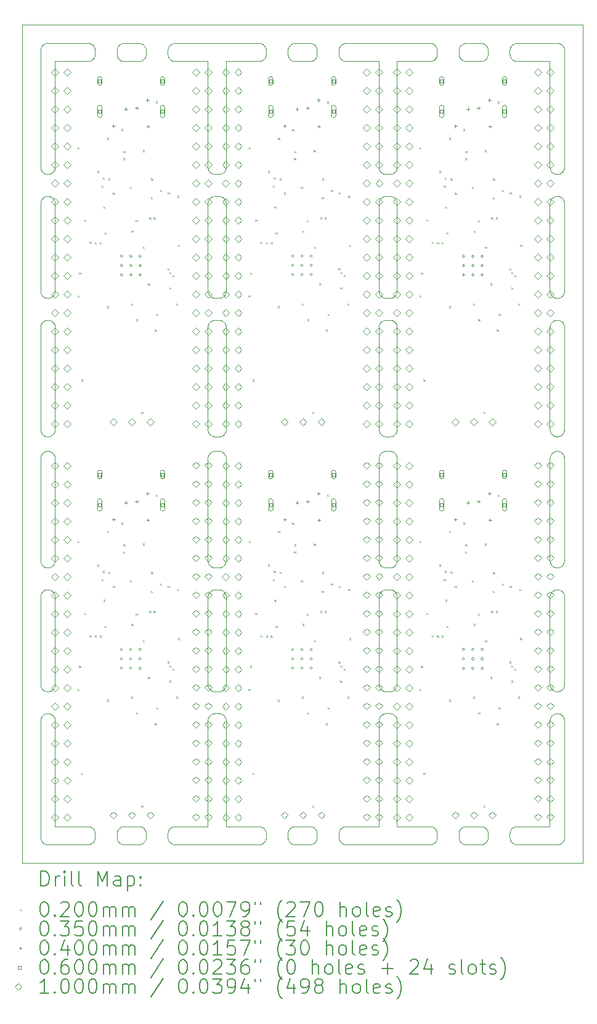
<source format=gbr>
%TF.GenerationSoftware,KiCad,Pcbnew,7.0.9*%
%TF.CreationDate,2024-05-10T15:48:29-04:00*%
%TF.ProjectId,panel,70616e65-6c2e-46b6-9963-61645f706362,rev?*%
%TF.SameCoordinates,Original*%
%TF.FileFunction,Drillmap*%
%TF.FilePolarity,Positive*%
%FSLAX45Y45*%
G04 Gerber Fmt 4.5, Leading zero omitted, Abs format (unit mm)*
G04 Created by KiCad (PCBNEW 7.0.9) date 2024-05-10 15:48:29*
%MOMM*%
%LPD*%
G01*
G04 APERTURE LIST*
%ADD10C,0.100000*%
%ADD11C,0.200000*%
G04 APERTURE END LIST*
D10*
X17399518Y-13090198D02*
X17399880Y-13095093D01*
X17052860Y-2261808D02*
X17057244Y-2259601D01*
X15382844Y-2474095D02*
X15379289Y-2470711D01*
X11942755Y-13009601D02*
X11947140Y-13011808D01*
X13645093Y-4350120D02*
X13650000Y-4350000D01*
X13645093Y-9750120D02*
X13650000Y-9750000D01*
X18364673Y-5748918D02*
X18359802Y-5749518D01*
X18442388Y-9811732D02*
X18444154Y-9816311D01*
X14317156Y-13224095D02*
X14313439Y-13227301D01*
X11435773Y-6098590D02*
X11438192Y-6102860D01*
X11440399Y-4407244D02*
X11442388Y-4411732D01*
X16633689Y-2255846D02*
X16638268Y-2257612D01*
X11330491Y-11148079D02*
X11325702Y-11147003D01*
X15905845Y-11083689D02*
X15904306Y-11079029D01*
X13700000Y-11450000D02*
X13704907Y-11450120D01*
X11438192Y-9397140D02*
X11435773Y-9401410D01*
X18269679Y-4390430D02*
X18272699Y-4386561D01*
X11417156Y-4024095D02*
X11413439Y-4027301D01*
X15044154Y-13066311D02*
X15045694Y-13070971D01*
X15430491Y-2498079D02*
X15425702Y-2497003D01*
X11279289Y-4020711D02*
X11275905Y-4017156D01*
X16074298Y-7647003D02*
X16069509Y-7648078D01*
X14655845Y-2433689D02*
X14654306Y-2429029D01*
X18250120Y-9354907D02*
X18250000Y-9350000D01*
X12647140Y-2488192D02*
X12642755Y-2490399D01*
X13770711Y-4379289D02*
X13774095Y-4382844D01*
X13564227Y-4398590D02*
X13566853Y-4394443D01*
X17095093Y-2250120D02*
X17100000Y-2250000D01*
X14654306Y-2429029D02*
X14652997Y-2424298D01*
X15995093Y-11450120D02*
X16000000Y-11450000D01*
X16145694Y-7579028D02*
X16144154Y-7583689D01*
X13783147Y-5705557D02*
X13780321Y-5709570D01*
X11417156Y-7624095D02*
X11413439Y-7627301D01*
X17719679Y-2459570D02*
X17716853Y-2455557D01*
X12300120Y-13095093D02*
X12300481Y-13090198D01*
X15901921Y-7930491D02*
X15902997Y-7925702D01*
X13790399Y-11092756D02*
X13788192Y-11097140D01*
X18307244Y-5740399D02*
X18302860Y-5738192D01*
X15911808Y-9397140D02*
X15909601Y-9392756D01*
X14682844Y-2474095D02*
X14679289Y-2470711D01*
X12609802Y-2499518D02*
X12604907Y-2499880D01*
X17790198Y-2499518D02*
X17785327Y-2498918D01*
X13555845Y-7916311D02*
X13557612Y-7911731D01*
X18433147Y-7894443D02*
X18435773Y-7898590D01*
X15904306Y-11520971D02*
X15905845Y-11516311D01*
X16614673Y-13001082D02*
X16619509Y-13001921D01*
X11967156Y-13025905D02*
X11970711Y-13029289D01*
X15354306Y-13070971D02*
X15355845Y-13066311D01*
X13794154Y-4416311D02*
X13795694Y-4420971D01*
X11261808Y-9397140D02*
X11259601Y-9392756D01*
X11294443Y-4033147D02*
X11290430Y-4030321D01*
X16677301Y-2286561D02*
X16680321Y-2290430D01*
X11430321Y-9409570D02*
X11427301Y-9413439D01*
X13594443Y-9766853D02*
X13598590Y-9764227D01*
X11442388Y-9388268D02*
X11440399Y-9392756D01*
X14288268Y-13007612D02*
X14292755Y-13009601D01*
X11409570Y-11130321D02*
X11405557Y-11133147D01*
X12304306Y-2320971D02*
X12305845Y-2316311D01*
X14338192Y-2447140D02*
X14335773Y-2451410D01*
X11904907Y-2499880D02*
X11900000Y-2500000D01*
X16088268Y-4357612D02*
X16092755Y-4359601D01*
X18294443Y-7866853D02*
X18298590Y-7864227D01*
X17701082Y-2414673D02*
X17700482Y-2409802D01*
X15048078Y-2330491D02*
X15048918Y-2335327D01*
X18397140Y-6061808D02*
X18401410Y-6064227D01*
X16698078Y-2330491D02*
X16698918Y-2335327D01*
X14274298Y-13002997D02*
X14279028Y-13004306D01*
X15901082Y-6135327D02*
X15901921Y-6130491D01*
X13650000Y-7850000D02*
X13700000Y-7850000D01*
X15040399Y-13057244D02*
X15042388Y-13061731D01*
X11427301Y-11486561D02*
X11430321Y-11490430D01*
X14702860Y-2261808D02*
X14707244Y-2259601D01*
X15900481Y-4440198D02*
X15901082Y-4435327D01*
X16145694Y-4420971D02*
X16147003Y-4425702D01*
X16050000Y-11450000D02*
X16054907Y-11450120D01*
X13640198Y-6050481D02*
X13645093Y-6050120D01*
X15351921Y-2330491D02*
X15352997Y-2325702D01*
X11999879Y-2404907D02*
X11999518Y-2409802D01*
X11364673Y-6051082D02*
X11369509Y-6051921D01*
X14305557Y-13016853D02*
X14309570Y-13019679D01*
X12674095Y-2282844D02*
X12677301Y-2286561D01*
X13630491Y-5748078D02*
X13625702Y-5747003D01*
X18379029Y-4354306D02*
X18383689Y-4355846D01*
X14720971Y-13245694D02*
X14716311Y-13244154D01*
X16683147Y-2455557D02*
X16680321Y-2459570D01*
X17395694Y-2429029D02*
X17394154Y-2433689D01*
X11286561Y-9427301D02*
X11282844Y-9424095D01*
X13777301Y-7886561D02*
X13780321Y-7890430D01*
X17338268Y-13007612D02*
X17342756Y-13009601D01*
X11286561Y-5727301D02*
X11282844Y-5724095D01*
X11255845Y-6116311D02*
X11257612Y-6111731D01*
X16054907Y-7649879D02*
X16050000Y-7650000D01*
X16000000Y-5750000D02*
X15995093Y-5749879D01*
X11427301Y-9413439D02*
X11424095Y-9417156D01*
X16101410Y-7635773D02*
X16097140Y-7638192D01*
X11282844Y-11475905D02*
X11286561Y-11472699D01*
X13790399Y-9807244D02*
X13792388Y-9811732D01*
X18448079Y-11069509D02*
X18447003Y-11074298D01*
X13607244Y-9759601D02*
X13611731Y-9757612D01*
X12357244Y-2490399D02*
X12352860Y-2488192D01*
X18255846Y-7916311D02*
X18257612Y-7911731D01*
X13763439Y-7872699D02*
X13767156Y-7875905D01*
X13586561Y-5727301D02*
X13582844Y-5724095D01*
X15040399Y-2442756D02*
X15038192Y-2447140D01*
X18442388Y-11088268D02*
X18440399Y-11092756D01*
X18282844Y-11124095D02*
X18279289Y-11120711D01*
X13579289Y-11120711D02*
X13575905Y-11117156D01*
X15420971Y-13245694D02*
X15416311Y-13244154D01*
X16117156Y-11124095D02*
X16113439Y-11127301D01*
X18325702Y-9447003D02*
X18320971Y-9445694D01*
X11261808Y-6102860D02*
X11264227Y-6098590D01*
X11929028Y-13004306D02*
X11933689Y-13005845D01*
X16149879Y-11545093D02*
X16150000Y-11550000D01*
X13582844Y-11475905D02*
X13586561Y-11472699D01*
X16101410Y-5735773D02*
X16097140Y-5738192D01*
X17300000Y-2500000D02*
X17100000Y-2500000D01*
X11272699Y-7613439D02*
X11269679Y-7609570D01*
X15902997Y-3974298D02*
X15901921Y-3969509D01*
X11379028Y-9445694D02*
X11374298Y-9447003D01*
X18424095Y-7882844D02*
X18427301Y-7886561D01*
X13566853Y-6094443D02*
X13569679Y-6090430D01*
X11269679Y-9409570D02*
X11266853Y-9405557D01*
X14292755Y-2259601D02*
X14297140Y-2261808D01*
X18448079Y-11530491D02*
X18448918Y-11535327D01*
X17319509Y-2498079D02*
X17314673Y-2498918D01*
X15925905Y-4382844D02*
X15929289Y-4379289D01*
X17004306Y-13179028D02*
X17002997Y-13174298D01*
X18427301Y-9413439D02*
X18424095Y-9417156D01*
X16680321Y-2459570D02*
X16677301Y-2463439D01*
X12670711Y-2470711D02*
X12667156Y-2474095D01*
X13709802Y-5749518D02*
X13704907Y-5749879D01*
X18449518Y-7940198D02*
X18449880Y-7945093D01*
X18435773Y-7898590D02*
X18438192Y-7902860D01*
X15916853Y-7605557D02*
X15914227Y-7601410D01*
X13611731Y-11142388D02*
X13607244Y-11140399D01*
X13798918Y-6135327D02*
X13799518Y-6140198D01*
X16647140Y-13011808D02*
X16651410Y-13014227D01*
X13551082Y-11064673D02*
X13550481Y-11059802D01*
X18445694Y-5679028D02*
X18444154Y-5683689D01*
X15961731Y-11457612D02*
X15966311Y-11455845D01*
X16092755Y-4359601D02*
X16097140Y-4361808D01*
X13799518Y-11059802D02*
X13798918Y-11064673D01*
X11302860Y-4038192D02*
X11298590Y-4035773D01*
X12680321Y-2290430D02*
X12683147Y-2294443D01*
X18364673Y-7648918D02*
X18359802Y-7649518D01*
X11345093Y-9449880D02*
X11340198Y-9449518D01*
X13785773Y-7601410D02*
X13783147Y-7605557D01*
X18250000Y-6150000D02*
X18250120Y-6145093D01*
X11330491Y-7851921D02*
X11335327Y-7851082D01*
X13800000Y-2501227D02*
X13800000Y-3950000D01*
X16120711Y-7879289D02*
X16124095Y-7882844D01*
X15919679Y-4390430D02*
X15922699Y-4386561D01*
X13788192Y-9802860D02*
X13790399Y-9807244D01*
X11442388Y-7911731D02*
X11444154Y-7916311D01*
X12340430Y-13230321D02*
X12336561Y-13227301D01*
X18430321Y-4009570D02*
X18427301Y-4013439D01*
X13747140Y-7861808D02*
X13751410Y-7864227D01*
X15911808Y-9802860D02*
X15914227Y-9798590D01*
X11264227Y-6098590D02*
X11266853Y-6094443D01*
X15350120Y-13154907D02*
X15350000Y-13150000D01*
X15017156Y-2474095D02*
X15013439Y-2477301D01*
X17729289Y-13220711D02*
X17725905Y-13217156D01*
X14313439Y-13022699D02*
X14317156Y-13025905D01*
X16609802Y-2250482D02*
X16614673Y-2251082D01*
X11251921Y-3969509D02*
X11251082Y-3964673D01*
X17701921Y-2330491D02*
X17702997Y-2325702D01*
X16695694Y-13179028D02*
X16694154Y-13183689D01*
X18340198Y-7649518D02*
X18335327Y-7648918D01*
X15940430Y-11130321D02*
X15936561Y-11127301D01*
X17711808Y-13197140D02*
X17709601Y-13192755D01*
X13714673Y-5748918D02*
X13709802Y-5749518D01*
X13747140Y-4361808D02*
X13751410Y-4364227D01*
X16624298Y-2497003D02*
X16619509Y-2498079D01*
X16149518Y-9840198D02*
X16149879Y-9845093D01*
X16074298Y-4047003D02*
X16069509Y-4048078D01*
X18335327Y-5748918D02*
X18330491Y-5748078D01*
X15900481Y-3959802D02*
X15900120Y-3954907D01*
X18401410Y-4364227D02*
X18405557Y-4366853D01*
X14997140Y-13238192D02*
X14992755Y-13240399D01*
X13704907Y-7850120D02*
X13709802Y-7850481D01*
X17090198Y-13000481D02*
X17095093Y-13000120D01*
X18340198Y-4350482D02*
X18345093Y-4350120D01*
X11282844Y-13224095D02*
X11279289Y-13220711D01*
X15372699Y-2286561D02*
X15375905Y-2282844D01*
X15369679Y-2290430D02*
X15372699Y-2286561D01*
X18251921Y-11530491D02*
X18252997Y-11525702D01*
X11350000Y-4050000D02*
X11345093Y-4049879D01*
X18311732Y-4042388D02*
X18307244Y-4040399D01*
X16088268Y-7642388D02*
X16083689Y-7644154D01*
X18388268Y-7642388D02*
X18383689Y-7644154D01*
X11904907Y-13000120D02*
X11909802Y-13000481D01*
X11445694Y-7579028D02*
X11444154Y-7583689D01*
X18379029Y-6054306D02*
X18383689Y-6055845D01*
X13014227Y-13201410D02*
X13011808Y-13197140D01*
X18261808Y-6102860D02*
X18264227Y-6098590D01*
X13080491Y-13248078D02*
X13075702Y-13247003D01*
X13014227Y-2298590D02*
X13016853Y-2294443D01*
X17057244Y-13240399D02*
X17052860Y-13238192D01*
X18440399Y-9392756D02*
X18438192Y-9397140D01*
X18340198Y-11450481D02*
X18345093Y-11450120D01*
X17080491Y-2251921D02*
X17085327Y-2251082D01*
X14327301Y-2286561D02*
X14330321Y-2290430D01*
X13550481Y-7940198D02*
X13551082Y-7935327D01*
X15050000Y-13100000D02*
X15050000Y-13150000D01*
X11450000Y-9850000D02*
X11450000Y-11050000D01*
X11340198Y-7649518D02*
X11335327Y-7648918D01*
X17300000Y-13250000D02*
X17100000Y-13250000D01*
X15435327Y-2498918D02*
X15430491Y-2498079D01*
X14707244Y-13009601D02*
X14711731Y-13007612D01*
X11401410Y-4364227D02*
X11405557Y-4366853D01*
X16133147Y-9405557D02*
X16130321Y-9409570D01*
X13579289Y-4379289D02*
X13582844Y-4375905D01*
X17048590Y-2485773D02*
X17044443Y-2483147D01*
X11420711Y-9420711D02*
X11417156Y-9424095D01*
X11433147Y-9794443D02*
X11435773Y-9798590D01*
X11440399Y-9807244D02*
X11442388Y-9811732D01*
X13561808Y-4402860D02*
X13564227Y-4398590D01*
X13799518Y-7559802D02*
X13798918Y-7564673D01*
X14669679Y-13040430D02*
X14672699Y-13036561D01*
X11250000Y-9350000D02*
X11250000Y-7950000D01*
X14651921Y-13169509D02*
X14651082Y-13164673D01*
X11298590Y-7635773D02*
X11294443Y-7633147D01*
X18369509Y-11451921D02*
X18374298Y-11452997D01*
X16148078Y-6130491D02*
X16148918Y-6135327D01*
X17700000Y-2350000D02*
X17700120Y-2345093D01*
X12380491Y-2251921D02*
X12385327Y-2251082D01*
X11967156Y-13224095D02*
X11963439Y-13227301D01*
X12370971Y-2254306D02*
X12375702Y-2252997D01*
X15966311Y-4355846D02*
X15970971Y-4354306D01*
X11307244Y-11459601D02*
X11311731Y-11457612D01*
X15900000Y-5650000D02*
X15900000Y-4450000D01*
X11914673Y-13248918D02*
X11909802Y-13249518D01*
X13785773Y-5701410D02*
X13783147Y-5705557D01*
X14335773Y-13201410D02*
X14333147Y-13205557D01*
X13709802Y-7649518D02*
X13704907Y-7649879D01*
X13070971Y-2254306D02*
X13075702Y-2252997D01*
X13582844Y-9775905D02*
X13586561Y-9772699D01*
X11449518Y-9359802D02*
X11448918Y-9364673D01*
X16092755Y-9759601D02*
X16097140Y-9761808D01*
X13025905Y-13032844D02*
X13029289Y-13029289D01*
X14979028Y-2495694D02*
X14974298Y-2497003D01*
X15361808Y-13197140D02*
X15359601Y-13192755D01*
X13774095Y-11117156D02*
X13770711Y-11120711D01*
X16150000Y-11050000D02*
X16149879Y-11054907D01*
X11294443Y-13233147D02*
X11290430Y-13230321D01*
X11359802Y-5749518D02*
X11354907Y-5749879D01*
X11449879Y-9354907D02*
X11449518Y-9359802D01*
X12677301Y-2463439D02*
X12674095Y-2467156D01*
X18438192Y-7902860D02*
X18440399Y-7907244D01*
X11255845Y-13183689D02*
X11254306Y-13179028D01*
X16659570Y-13019679D02*
X16663439Y-13022699D01*
X16079028Y-11454306D02*
X16083689Y-11455845D01*
X15900481Y-5659802D02*
X15900120Y-5654907D01*
X17080491Y-2498079D02*
X17075702Y-2497003D01*
X13025905Y-13217156D02*
X13022699Y-13213439D01*
X18252997Y-4425702D02*
X18254306Y-4420971D01*
X13561808Y-9802860D02*
X13564227Y-9798590D01*
X13552997Y-7574298D02*
X13551921Y-7569509D01*
X13095093Y-13000120D02*
X13100000Y-13000000D01*
X15966311Y-4044154D02*
X15961731Y-4042388D01*
X13759570Y-9430321D02*
X13755557Y-9433147D01*
X11438192Y-11097140D02*
X11435773Y-11101410D01*
X14702860Y-2488192D02*
X14698590Y-2485773D01*
X11320971Y-4354306D02*
X11325702Y-4352997D01*
X18279289Y-6079289D02*
X18282844Y-6075905D01*
X16614673Y-2498918D02*
X16609802Y-2499518D01*
X16105557Y-11133147D02*
X16101410Y-11135773D01*
X18320971Y-7645694D02*
X18316311Y-7644154D01*
X18350000Y-9450000D02*
X18345093Y-9449880D01*
X18369509Y-7648078D02*
X18364673Y-7648918D01*
X16149879Y-6145093D02*
X16150000Y-6150000D01*
X13009601Y-13192755D02*
X13007612Y-13188268D01*
X14348918Y-2335327D02*
X14349518Y-2340198D01*
X15379289Y-13029289D02*
X15382844Y-13025905D01*
X18449880Y-11054907D02*
X18449518Y-11059802D01*
X18448918Y-3964673D02*
X18448079Y-3969509D01*
X13800000Y-7950000D02*
X13800000Y-9350000D01*
X11440399Y-6107244D02*
X11442388Y-6111731D01*
X18435773Y-11101410D02*
X18433147Y-11105557D01*
X13011808Y-2447140D02*
X13009601Y-2442756D01*
X15902997Y-7925702D02*
X15904306Y-7920971D01*
X18440399Y-2307244D02*
X18442388Y-2311732D01*
X13551921Y-11069509D02*
X13551082Y-11064673D01*
X11420711Y-4379289D02*
X11424095Y-4382844D01*
X15932844Y-5724095D02*
X15929289Y-5720711D01*
X18298590Y-4035773D02*
X18294443Y-4033147D01*
X12352860Y-13011808D02*
X12357244Y-13009601D01*
X11359802Y-9449518D02*
X11354907Y-9449880D01*
X17722699Y-2286561D02*
X17725905Y-2282844D01*
X11251082Y-9835327D02*
X11251921Y-9830491D01*
X16600000Y-13000000D02*
X16604907Y-13000120D01*
X13733689Y-5744154D02*
X13729028Y-5745694D01*
X13607244Y-4040399D02*
X13602860Y-4038192D01*
X15440198Y-2250482D02*
X15445093Y-2250120D01*
X18445694Y-7920971D02*
X18447003Y-7925702D01*
X13616311Y-4044154D02*
X13611731Y-4042388D01*
X13559601Y-5692755D02*
X13557612Y-5688268D01*
X15966311Y-11144154D02*
X15961731Y-11142388D01*
X11417156Y-11124095D02*
X11413439Y-11127301D01*
X11413439Y-7627301D02*
X11409570Y-7630321D01*
X11374298Y-11452997D02*
X11379028Y-11454306D01*
X11261808Y-9802860D02*
X11264227Y-9798590D01*
X18282844Y-7875905D02*
X18286561Y-7872699D01*
X11998918Y-13164673D02*
X11998078Y-13169509D01*
X13559601Y-9392756D02*
X13557612Y-9388268D01*
X11442388Y-11088268D02*
X11440399Y-11092756D01*
X16150000Y-5650000D02*
X16149879Y-5654907D01*
X11290430Y-4369679D02*
X11294443Y-4366853D01*
X12695694Y-2320971D02*
X12697003Y-2325702D01*
X18438192Y-3997140D02*
X18435773Y-4001410D01*
X16694154Y-13066311D02*
X16695694Y-13070971D01*
X12698078Y-2330491D02*
X12698918Y-2335327D01*
X16148078Y-7930491D02*
X16148918Y-7935327D01*
X17795093Y-2499880D02*
X17790198Y-2499518D01*
X13000120Y-2345093D02*
X13000481Y-2340198D01*
X13001921Y-2330491D02*
X13002997Y-2325702D01*
X16054907Y-7850120D02*
X16059802Y-7850481D01*
X16124095Y-6082844D02*
X16127301Y-6086561D01*
X13550120Y-3954907D02*
X13550000Y-3950000D01*
X15372699Y-13213439D02*
X15369679Y-13209570D01*
X17766311Y-2255846D02*
X17770971Y-2254306D01*
X16147003Y-5674298D02*
X16145694Y-5679028D01*
X16667156Y-13025905D02*
X16670711Y-13029289D01*
X18272699Y-7613439D02*
X18269679Y-7609570D01*
X13620971Y-7645694D02*
X13616311Y-7644154D01*
X18364673Y-11451082D02*
X18369509Y-11451921D01*
X15904306Y-11079029D02*
X15902997Y-11074298D01*
X18354907Y-9449880D02*
X18350000Y-9450000D01*
X18401410Y-7635773D02*
X18397140Y-7638192D01*
X13575905Y-4382844D02*
X13579289Y-4379289D01*
X18435773Y-9401410D02*
X18433147Y-9405557D01*
X16064673Y-11148918D02*
X16059802Y-11149518D01*
X11302860Y-11461808D02*
X11307244Y-11459601D01*
X13566853Y-11494443D02*
X13569679Y-11490430D01*
X15038192Y-13052860D02*
X15040399Y-13057244D01*
X15907612Y-6111731D02*
X15909601Y-6107244D01*
X18445694Y-7579028D02*
X18444154Y-7583689D01*
X17775702Y-2497003D02*
X17770971Y-2495694D01*
X13564227Y-6098590D02*
X13566853Y-6094443D01*
X11990399Y-13057244D02*
X11992388Y-13061731D01*
X18409570Y-4030321D02*
X18405557Y-4033147D01*
X15398590Y-2264227D02*
X15402860Y-2261808D01*
X15904306Y-6120971D02*
X15905845Y-6116311D01*
X15905845Y-6116311D02*
X15907612Y-6111731D01*
X16604907Y-13000120D02*
X16609802Y-13000481D01*
X11924298Y-2497003D02*
X11919509Y-2498079D01*
X13798918Y-11535327D02*
X13799518Y-11540198D01*
X11420711Y-7879289D02*
X11424095Y-7882844D01*
X13774095Y-4382844D02*
X13777301Y-4386561D01*
X14735327Y-2498918D02*
X14730491Y-2498079D01*
X11250481Y-2340198D02*
X11251082Y-2335327D01*
X18282844Y-4024095D02*
X18279289Y-4020711D01*
X11374298Y-4352997D02*
X11379028Y-4354306D01*
X14730491Y-13248078D02*
X14725702Y-13247003D01*
X15001410Y-2264227D02*
X15005557Y-2266853D01*
X11379028Y-11145694D02*
X11374298Y-11147003D01*
X13759570Y-7869679D02*
X13763439Y-7872699D01*
X11298590Y-9435773D02*
X11294443Y-9433147D01*
X17300000Y-13000000D02*
X17304907Y-13000120D01*
X18401410Y-9764227D02*
X18405557Y-9766853D01*
X13798918Y-7935327D02*
X13799518Y-7940198D01*
X16120711Y-11120711D02*
X16117156Y-11124095D01*
X12659570Y-2269679D02*
X12663439Y-2272699D01*
X15900120Y-11545093D02*
X15900481Y-11540198D01*
X13552997Y-9374298D02*
X13551921Y-9369509D01*
X15952860Y-4361808D02*
X15957244Y-4359601D01*
X16130321Y-4390430D02*
X16133147Y-4394443D01*
X18266853Y-4394443D02*
X18269679Y-4390430D01*
X15904306Y-7579028D02*
X15902997Y-7574298D01*
X15957244Y-4359601D02*
X15961731Y-4357612D01*
X18427301Y-13213439D02*
X18424095Y-13217156D01*
X15435327Y-2251082D02*
X15440198Y-2250482D01*
X16624298Y-2252997D02*
X16629028Y-2254306D01*
X14650000Y-2400000D02*
X14650000Y-2350000D01*
X13572699Y-11113439D02*
X13569679Y-11109570D01*
X11448918Y-11535327D02*
X11449518Y-11540198D01*
X11257612Y-9388268D02*
X11255845Y-9383689D01*
X17757244Y-13009601D02*
X17761732Y-13007612D01*
X13550481Y-11540198D02*
X13551082Y-11535327D01*
X18379029Y-7854306D02*
X18383689Y-7855845D01*
X15990198Y-4350482D02*
X15995093Y-4350120D01*
X14954907Y-13000120D02*
X14959802Y-13000481D01*
X18448918Y-5664673D02*
X18448079Y-5669509D01*
X16069509Y-4048078D02*
X16064673Y-4048918D01*
X12304306Y-2429029D02*
X12302997Y-2424298D01*
X13729028Y-5745694D02*
X13724298Y-5747003D01*
X15351921Y-2419509D02*
X15351082Y-2414673D01*
X12642755Y-2259601D02*
X12647140Y-2261808D01*
X18444154Y-2316311D02*
X18445694Y-2320971D01*
X11294443Y-7866853D02*
X11298590Y-7864227D01*
X16000000Y-7650000D02*
X15995093Y-7649879D01*
X13555845Y-11516311D02*
X13557612Y-11511731D01*
X17014227Y-13201410D02*
X17011808Y-13197140D01*
X18420711Y-2279289D02*
X18424095Y-2282844D01*
X12633689Y-13244154D02*
X12629028Y-13245694D01*
X18286561Y-7627301D02*
X18282844Y-7624095D01*
X16120711Y-7620711D02*
X16117156Y-7624095D01*
X18427301Y-11486561D02*
X18430321Y-11490430D01*
X16113439Y-7872699D02*
X16117156Y-7875905D01*
X18448079Y-9369509D02*
X18447003Y-9374298D01*
X15909601Y-5692755D02*
X15907612Y-5688268D01*
X15372699Y-2463439D02*
X15369679Y-2459570D01*
X15450000Y-2250000D02*
X16600000Y-2250000D01*
X17761732Y-2492388D02*
X17757244Y-2490399D01*
X18359802Y-9750482D02*
X18364673Y-9751082D01*
X13645093Y-6050120D02*
X13650000Y-6050000D01*
X18316311Y-5744154D02*
X18311732Y-5742388D01*
X16700000Y-13150000D02*
X16699879Y-13154907D01*
X11269679Y-9790430D02*
X11272699Y-9786561D01*
X16117156Y-5724095D02*
X16113439Y-5727301D01*
X18438192Y-2302860D02*
X18440399Y-2307244D01*
X15975702Y-4352997D02*
X15980491Y-4351921D01*
X13798078Y-9369509D02*
X13797003Y-9374298D01*
X13007612Y-2438268D02*
X13005845Y-2433689D01*
X15425702Y-13002997D02*
X15430491Y-13001921D01*
X13650000Y-9450000D02*
X13645093Y-9449880D01*
X15901921Y-9830491D02*
X15902997Y-9825702D01*
X16064673Y-9448918D02*
X16059802Y-9449518D01*
X18249971Y-12999970D02*
X18250000Y-12998773D01*
X18250482Y-9840198D02*
X18251082Y-9835327D01*
X15975702Y-9752997D02*
X15980491Y-9751921D01*
X11448078Y-6130491D02*
X11448918Y-6135327D01*
X17022699Y-2286561D02*
X17025905Y-2282844D01*
X12344443Y-2483147D02*
X12340430Y-2480321D01*
X13554306Y-9379029D02*
X13552997Y-9374298D01*
X15936561Y-6072699D02*
X15940430Y-6069679D01*
X18379029Y-5745694D02*
X18374298Y-5747003D01*
X15901082Y-9835327D02*
X15901921Y-9830491D01*
X18286561Y-4372699D02*
X18290430Y-4369679D01*
X18449518Y-6140198D02*
X18449880Y-6145093D01*
X14740198Y-2250482D02*
X14745093Y-2250120D01*
X16127301Y-6086561D02*
X16130321Y-6090430D01*
X17333689Y-13005845D02*
X17338268Y-13007612D01*
X16138192Y-9802860D02*
X16140399Y-9807244D01*
X15364227Y-13201410D02*
X15361808Y-13197140D01*
X11266853Y-6094443D02*
X11269679Y-6090430D01*
X15929289Y-4020711D02*
X15925905Y-4017156D01*
X16148918Y-5664673D02*
X16148078Y-5669509D01*
X16088268Y-9442388D02*
X16083689Y-9444154D01*
X18420711Y-9420711D02*
X18417156Y-9424095D01*
X11269679Y-11109570D02*
X11266853Y-11105557D01*
X11340198Y-2250482D02*
X11345093Y-2250120D01*
X15390430Y-13019679D02*
X15394443Y-13016853D01*
X11252997Y-11525702D02*
X11254306Y-11520971D01*
X14735327Y-2251082D02*
X14740198Y-2250482D01*
X11255845Y-11516311D02*
X11257612Y-11511731D01*
X12301082Y-13085327D02*
X12301921Y-13080491D01*
X17383147Y-2455557D02*
X17380321Y-2459570D01*
X11994154Y-2316311D02*
X11995694Y-2320971D01*
X18272699Y-9786561D02*
X18275905Y-9782844D01*
X13564227Y-9798590D02*
X13566853Y-9794443D01*
X12638268Y-13242388D02*
X12633689Y-13244154D01*
X13561808Y-3997140D02*
X13559601Y-3992755D01*
X16149879Y-9354907D02*
X16149518Y-9359802D01*
X12697003Y-2424298D02*
X12695694Y-2429029D01*
X17709601Y-13192755D02*
X17707612Y-13188268D01*
X17007612Y-13061731D02*
X17009601Y-13057244D01*
X12340430Y-13019679D02*
X12344443Y-13016853D01*
X11325702Y-4352997D02*
X11330491Y-4351921D01*
X15970971Y-7645694D02*
X15966311Y-7644154D01*
X11279289Y-7879289D02*
X11282844Y-7875905D01*
X15033147Y-13044443D02*
X15035773Y-13048590D01*
X16050000Y-6050000D02*
X16054907Y-6050120D01*
X11983147Y-2294443D02*
X11985773Y-2298590D01*
X13755557Y-4033147D02*
X13751410Y-4035773D01*
X14725702Y-2252997D02*
X14730491Y-2251921D01*
X18350000Y-13250000D02*
X17800000Y-13250000D01*
X14707244Y-2259601D02*
X14711731Y-2257612D01*
X11259601Y-9807244D02*
X11261808Y-9802860D01*
X11286561Y-7627301D02*
X11282844Y-7624095D01*
X16120711Y-4020711D02*
X16117156Y-4024095D01*
X13799518Y-11540198D02*
X13799879Y-11545093D01*
X16120711Y-4379289D02*
X16124095Y-4382844D01*
X15975702Y-11147003D02*
X15970971Y-11145694D01*
X15907612Y-4411732D02*
X15909601Y-4407244D01*
X16690399Y-2442756D02*
X16688192Y-2447140D01*
X16097140Y-6061808D02*
X16101410Y-6064227D01*
X18275905Y-4382844D02*
X18279289Y-4379289D01*
X18266853Y-6094443D02*
X18269679Y-6090430D01*
X13742755Y-11140399D02*
X13738268Y-11142388D01*
X11266853Y-13205557D02*
X11264227Y-13201410D01*
X16142388Y-9388268D02*
X16140399Y-9392756D01*
X13792388Y-4411732D02*
X13794154Y-4416311D01*
X18252997Y-6125702D02*
X18254306Y-6120971D01*
X12300120Y-2345093D02*
X12300481Y-2340198D01*
X11251921Y-11530491D02*
X11252997Y-11525702D01*
X17766311Y-2494154D02*
X17761732Y-2492388D01*
X13025905Y-2467156D02*
X13022699Y-2463439D01*
X11440399Y-11507244D02*
X11442388Y-11511731D01*
X11264227Y-11498590D02*
X11266853Y-11494443D01*
X14992755Y-13009601D02*
X14997140Y-13011808D01*
X13763439Y-11472699D02*
X13767156Y-11475905D01*
X13048590Y-13014227D02*
X13052860Y-13011808D01*
X15386561Y-2477301D02*
X15382844Y-2474095D01*
X11298590Y-5735773D02*
X11294443Y-5733147D01*
X12651410Y-2485773D02*
X12647140Y-2488192D01*
X11447003Y-9374298D02*
X11445694Y-9379029D01*
X16124095Y-4382844D02*
X16127301Y-4386561D01*
X16117156Y-7624095D02*
X16113439Y-7627301D01*
X14650120Y-13154907D02*
X14650000Y-13150000D01*
X18409570Y-7630321D02*
X18405557Y-7633147D01*
X18286561Y-11127301D02*
X18282844Y-11124095D01*
X15966311Y-7644154D02*
X15961731Y-7642388D01*
X13554306Y-9820971D02*
X13555845Y-9816311D01*
X12697003Y-13075702D02*
X12698078Y-13080491D01*
X18405557Y-9433147D02*
X18401410Y-9435773D01*
X12348590Y-13235773D02*
X12344443Y-13233147D01*
X15975702Y-5747003D02*
X15970971Y-5745694D01*
X12655557Y-13233147D02*
X12651410Y-13235773D01*
X15909601Y-7592755D02*
X15907612Y-7588268D01*
X13630491Y-11148079D02*
X13625702Y-11147003D01*
X11302860Y-4361808D02*
X11307244Y-4359601D01*
X11448078Y-9830491D02*
X11448918Y-9835327D01*
X13759570Y-11130321D02*
X13755557Y-11133147D01*
X13767156Y-11124095D02*
X13763439Y-11127301D01*
X11427301Y-4013439D02*
X11424095Y-4017156D01*
X13704907Y-9449880D02*
X13700000Y-9450000D01*
X14675905Y-13217156D02*
X14672699Y-13213439D01*
X16614673Y-13248918D02*
X16609802Y-13249518D01*
X12697003Y-2325702D02*
X12698078Y-2330491D01*
X18364673Y-9751082D02*
X18369509Y-9751921D01*
X17780491Y-13248078D02*
X17775702Y-13247003D01*
X13724298Y-7852997D02*
X13729028Y-7854306D01*
X12700000Y-2350000D02*
X12700000Y-2400000D01*
X18264227Y-7601410D02*
X18261808Y-7597140D01*
X16647140Y-13238192D02*
X16642755Y-13240399D01*
X13747140Y-5738192D02*
X13742755Y-5740399D01*
X18330491Y-4048078D02*
X18325702Y-4047003D01*
X11251921Y-13169509D02*
X11251082Y-13164673D01*
X16117156Y-4375905D02*
X16120711Y-4379289D01*
X12400000Y-2500000D02*
X12395093Y-2499880D01*
X13774095Y-5717156D02*
X13770711Y-5720711D01*
X16692388Y-2438268D02*
X16690399Y-2442756D01*
X11320971Y-11454306D02*
X11325702Y-11452997D01*
X15919679Y-9409570D02*
X15916853Y-9405557D01*
X11985773Y-2298590D02*
X11988192Y-2302860D01*
X16133147Y-6094443D02*
X16135773Y-6098590D01*
X18330491Y-6051921D02*
X18335327Y-6051082D01*
X18345093Y-6050120D02*
X18350000Y-6050000D01*
X13569679Y-4009570D02*
X13566853Y-4005557D01*
X18269679Y-4009570D02*
X18266853Y-4005557D01*
X13640198Y-9449518D02*
X13635327Y-9448918D01*
X11000029Y-2000029D02*
X11000000Y-2001227D01*
X11325702Y-7647003D02*
X11320971Y-7645694D01*
X16144154Y-11516311D02*
X16145694Y-11520971D01*
X18449518Y-3959802D02*
X18448918Y-3964673D01*
X12667156Y-2275905D02*
X12670711Y-2279289D01*
X12690399Y-13057244D02*
X12692388Y-13061731D01*
X15990198Y-11450481D02*
X15995093Y-11450120D01*
X11430321Y-5709570D02*
X11427301Y-5713439D01*
X16638268Y-2257612D02*
X16642755Y-2259601D01*
X15916853Y-4394443D02*
X15919679Y-4390430D01*
X18252997Y-7925702D02*
X18254306Y-7920971D01*
X16138192Y-3997140D02*
X16135773Y-4001410D01*
X15354306Y-2320971D02*
X15355845Y-2316311D01*
X17795093Y-13249879D02*
X17790198Y-13249518D01*
X13616311Y-7644154D02*
X13611731Y-7642388D01*
X17780491Y-2498079D02*
X17775702Y-2497003D01*
X18255846Y-11083689D02*
X18254306Y-11079029D01*
X11977301Y-2463439D02*
X11974095Y-2467156D01*
X13582844Y-9424095D02*
X13579289Y-9420711D01*
X13625702Y-4047003D02*
X13620971Y-4045694D01*
X12390198Y-13000481D02*
X12395093Y-13000120D01*
X12690399Y-2442756D02*
X12688192Y-2447140D01*
X18447003Y-5674298D02*
X18445694Y-5679028D01*
X15900120Y-5654907D02*
X15900000Y-5650000D01*
X15901921Y-7569509D02*
X15901082Y-7564673D01*
X16674095Y-13032844D02*
X16677301Y-13036561D01*
X13550120Y-11545093D02*
X13550481Y-11540198D01*
X15957244Y-9440399D02*
X15952860Y-9438192D01*
X13763439Y-4372699D02*
X13767156Y-4375905D01*
X13100000Y-2500000D02*
X13095093Y-2499880D01*
X14288268Y-2257612D02*
X14292755Y-2259601D01*
X13014227Y-13048590D02*
X13016853Y-13044443D01*
X18447003Y-7574298D02*
X18445694Y-7579028D01*
X18392756Y-11140399D02*
X18388268Y-11142388D01*
X15911808Y-11502860D02*
X15914227Y-11498590D01*
X18261808Y-4402860D02*
X18264227Y-4398590D01*
X13798078Y-7930491D02*
X13798918Y-7935327D01*
X18250000Y-9850000D02*
X18250120Y-9845093D01*
X15382844Y-2275905D02*
X15386561Y-2272699D01*
X14959802Y-2499518D02*
X14954907Y-2499880D01*
X18251082Y-4435327D02*
X18251921Y-4430491D01*
X17399880Y-2404907D02*
X17399518Y-2409802D01*
X15902997Y-9825702D02*
X15904306Y-9820971D01*
X18397140Y-7638192D02*
X18392756Y-7640399D01*
X18427301Y-6086561D02*
X18430321Y-6090430D01*
X11354907Y-6050120D02*
X11359802Y-6050481D01*
X12667156Y-2474095D02*
X12663439Y-2477301D01*
X18449880Y-5654907D02*
X18449518Y-5659802D01*
X18397140Y-4361808D02*
X18401410Y-4364227D01*
X15001410Y-13235773D02*
X14997140Y-13238192D01*
X12692388Y-2438268D02*
X12690399Y-2442756D01*
X15900000Y-2501227D02*
X15899970Y-2500030D01*
X18359802Y-6050481D02*
X18364673Y-6051082D01*
X13704907Y-6050120D02*
X13709802Y-6050481D01*
X13557612Y-3988268D02*
X13555845Y-3983689D01*
X16059802Y-7850481D02*
X16064673Y-7851082D01*
X11316311Y-4044154D02*
X11311731Y-4042388D01*
X16092755Y-11140399D02*
X16088268Y-11142388D01*
X12698918Y-2414673D02*
X12698078Y-2419509D01*
X11963439Y-13227301D02*
X11959570Y-13230321D01*
X15922699Y-6086561D02*
X15925905Y-6082844D01*
X12624298Y-2497003D02*
X12619509Y-2498079D01*
X11259601Y-13192755D02*
X11257612Y-13188268D01*
X16054907Y-11149880D02*
X16050000Y-11150000D01*
X12698078Y-2419509D02*
X12697003Y-2424298D01*
X15919679Y-11109570D02*
X15916853Y-11105557D01*
X16700000Y-2400000D02*
X16699879Y-2404907D01*
X11335327Y-9448918D02*
X11330491Y-9448079D01*
X18435773Y-5701410D02*
X18433147Y-5705557D01*
X11374298Y-5747003D02*
X11369509Y-5748078D01*
X12336561Y-13227301D02*
X12332844Y-13224095D01*
X13635327Y-9751082D02*
X13640198Y-9750482D01*
X11298590Y-6064227D02*
X11302860Y-6061808D01*
X18445694Y-11079029D02*
X18444154Y-11083689D01*
X12352860Y-2261808D02*
X12357244Y-2259601D01*
X11933689Y-2494154D02*
X11929028Y-2495694D01*
X11257612Y-3988268D02*
X11255845Y-3983689D01*
X14694443Y-2266853D02*
X14698590Y-2264227D01*
X13777301Y-4013439D02*
X13774095Y-4017156D01*
X12624298Y-13002997D02*
X12629028Y-13004306D01*
X18250000Y-3950000D02*
X18250000Y-2501227D01*
X15398590Y-13235773D02*
X15394443Y-13233147D01*
X15916853Y-6094443D02*
X15919679Y-6090430D01*
X11405557Y-9433147D02*
X11401410Y-9435773D01*
X11316311Y-4355846D02*
X11320971Y-4354306D01*
X12604907Y-13249879D02*
X12600000Y-13250000D01*
X13579289Y-7879289D02*
X13582844Y-7875905D01*
X13016853Y-13044443D02*
X13019679Y-13040430D01*
X18433147Y-7605557D02*
X18430321Y-7609570D01*
X14711731Y-2257612D02*
X14716311Y-2255846D01*
X13767156Y-7624095D02*
X13763439Y-7627301D01*
X13590430Y-5730321D02*
X13586561Y-5727301D01*
X17392388Y-2438268D02*
X17390399Y-2442756D01*
X11383689Y-9444154D02*
X11379028Y-9445694D01*
X13792388Y-9388268D02*
X13790399Y-9392756D01*
X11294443Y-9766853D02*
X11298590Y-9764227D01*
X11320971Y-6054306D02*
X11325702Y-6052997D01*
X18250482Y-11059802D02*
X18250120Y-11054907D01*
X18409570Y-13230321D02*
X18405557Y-13233147D01*
X16000000Y-7850000D02*
X16050000Y-7850000D01*
X15990198Y-7850481D02*
X15995093Y-7850120D01*
X18430321Y-5709570D02*
X18427301Y-5713439D01*
X15914227Y-4001410D02*
X15911808Y-3997140D01*
X11449518Y-9840198D02*
X11449879Y-9845093D01*
X18252997Y-7574298D02*
X18251921Y-7569509D01*
X17732844Y-2275905D02*
X17736561Y-2272699D01*
X17714227Y-13201410D02*
X17711808Y-13197140D01*
X18449880Y-6145093D02*
X18450000Y-6150000D01*
X17085327Y-2498918D02*
X17080491Y-2498079D01*
X17702997Y-13174298D02*
X17701921Y-13169509D01*
X15024095Y-2282844D02*
X15027301Y-2286561D01*
X16142388Y-9811732D02*
X16144154Y-9816311D01*
X15929289Y-5720711D02*
X15925905Y-5717156D01*
X11413439Y-6072699D02*
X11417156Y-6075905D01*
X13555845Y-4416311D02*
X13557612Y-4411732D01*
X11435773Y-4001410D02*
X11433147Y-4005557D01*
X11417156Y-11475905D02*
X11420711Y-11479289D01*
X15936561Y-9427301D02*
X15932844Y-9424095D01*
X17704306Y-13179028D02*
X17702997Y-13174298D01*
X11424095Y-4382844D02*
X11427301Y-4386561D01*
X17061732Y-13007612D02*
X17066311Y-13005845D01*
X17014227Y-2298590D02*
X17016853Y-2294443D01*
X11259601Y-7592755D02*
X11257612Y-7588268D01*
X18430321Y-7890430D02*
X18433147Y-7894443D01*
X18424095Y-7617156D02*
X18420711Y-7620711D01*
X11442388Y-5688268D02*
X11440399Y-5692755D01*
X11988192Y-13197140D02*
X11985773Y-13201410D01*
X15017156Y-13224095D02*
X15013439Y-13227301D01*
X13742755Y-6059601D02*
X13747140Y-6061808D01*
X11311731Y-4357612D02*
X11316311Y-4355846D01*
X13799518Y-7940198D02*
X13799879Y-7945093D01*
X16670711Y-13029289D02*
X16674095Y-13032844D01*
X14672699Y-2463439D02*
X14669679Y-2459570D01*
X16064673Y-9751082D02*
X16069509Y-9751921D01*
X13551921Y-6130491D02*
X13552997Y-6125702D01*
X11440399Y-7907244D02*
X11442388Y-7911731D01*
X15948590Y-11464227D02*
X15952860Y-11461808D01*
X17398918Y-13085327D02*
X17399518Y-13090198D01*
X11251082Y-2335327D02*
X11251921Y-2330491D01*
X11290430Y-5730321D02*
X11286561Y-5727301D01*
X11264227Y-7601410D02*
X11261808Y-7597140D01*
X12688192Y-2302860D02*
X12690399Y-2307244D01*
X16105557Y-4033147D02*
X16101410Y-4035773D01*
X11413439Y-7872699D02*
X11417156Y-7875905D01*
X17757244Y-2259601D02*
X17761732Y-2257612D01*
X11451227Y-2500000D02*
X11450029Y-2500029D01*
X12677301Y-13213439D02*
X12674095Y-13217156D01*
X16079028Y-9445694D02*
X16074298Y-9447003D01*
X11424095Y-7882844D02*
X11427301Y-7886561D01*
X13794154Y-11083689D02*
X13792388Y-11088268D01*
X17314673Y-2251082D02*
X17319509Y-2251921D01*
X18450000Y-3950000D02*
X18449880Y-3954907D01*
X15932844Y-6075905D02*
X15936561Y-6072699D01*
X18264227Y-5701410D02*
X18261808Y-5697140D01*
X12316853Y-2294443D02*
X12319679Y-2290430D01*
X18282844Y-11475905D02*
X18286561Y-11472699D01*
X11995694Y-2429029D02*
X11994154Y-2433689D01*
X16069509Y-6051921D02*
X16074298Y-6052997D01*
X13783147Y-7605557D02*
X13780321Y-7609570D01*
X15980491Y-9448079D02*
X15975702Y-9447003D01*
X15430491Y-13248078D02*
X15425702Y-13247003D01*
X18444154Y-6116311D02*
X18445694Y-6120971D01*
X14959802Y-13000481D02*
X14964673Y-13001082D01*
X11995694Y-2320971D02*
X11997003Y-2325702D01*
X18259601Y-6107244D02*
X18261808Y-6102860D01*
X11998918Y-2335327D02*
X11999518Y-2340198D01*
X11448078Y-7569509D02*
X11447003Y-7574298D01*
X11383689Y-4355846D02*
X11388268Y-4357612D01*
X14345694Y-13179028D02*
X14344154Y-13183689D01*
X13579289Y-4020711D02*
X13575905Y-4017156D01*
X18250482Y-5659802D02*
X18250120Y-5654907D01*
X15944443Y-7633147D02*
X15940430Y-7630321D01*
X18257612Y-5688268D02*
X18255846Y-5683689D01*
X18420711Y-4379289D02*
X18424095Y-4382844D01*
X13004306Y-2429029D02*
X13002997Y-2424298D01*
X15936561Y-5727301D02*
X15932844Y-5724095D01*
X18448079Y-2330491D02*
X18448918Y-2335327D01*
X11388268Y-11142388D02*
X11383689Y-11144154D01*
X16655557Y-13016853D02*
X16659570Y-13019679D01*
X11350000Y-6050000D02*
X11354907Y-6050120D01*
X11251921Y-7569509D02*
X11251082Y-7564673D01*
X16651410Y-2485773D02*
X16647140Y-2488192D01*
X14342388Y-13061731D02*
X14344154Y-13066311D01*
X18275905Y-9782844D02*
X18279289Y-9779289D01*
X17716853Y-13205557D02*
X17714227Y-13201410D01*
X17002997Y-13174298D02*
X17001921Y-13169509D01*
X11405557Y-6066853D02*
X11409570Y-6069679D01*
X17338268Y-13242388D02*
X17333689Y-13244154D01*
X17785327Y-2498918D02*
X17780491Y-2498079D01*
X13795694Y-7579028D02*
X13794154Y-7583689D01*
X18252997Y-9825702D02*
X18254306Y-9820971D01*
X11290430Y-2269679D02*
X11294443Y-2266853D01*
X13714673Y-7648918D02*
X13709802Y-7649518D01*
X11266853Y-4394443D02*
X11269679Y-4390430D01*
X11252997Y-6125702D02*
X11254306Y-6120971D01*
X15957244Y-9759601D02*
X15961731Y-9757612D01*
X17359570Y-2269679D02*
X17363439Y-2272699D01*
X11335327Y-7648918D02*
X11330491Y-7648078D01*
X18302860Y-7638192D02*
X18298590Y-7635773D01*
X13747140Y-11138192D02*
X13742755Y-11140399D01*
X12300000Y-13100000D02*
X12300120Y-13095093D01*
X14344154Y-2433689D02*
X14342388Y-2438268D01*
X14969509Y-2498079D02*
X14964673Y-2498918D01*
X14964673Y-2251082D02*
X14969509Y-2251921D01*
X15900000Y-3950000D02*
X15900000Y-2501227D01*
X13550120Y-5654907D02*
X13550000Y-5650000D01*
X11307244Y-9440399D02*
X11302860Y-9438192D01*
X11992388Y-2438268D02*
X11990399Y-2442756D01*
X13700000Y-4350000D02*
X13704907Y-4350120D01*
X13566853Y-4005557D02*
X13564227Y-4001410D01*
X17383147Y-13205557D02*
X17380321Y-13209570D01*
X11000000Y-2001227D02*
X11000000Y-13498773D01*
X16663439Y-2272699D02*
X16667156Y-2275905D01*
X11359802Y-11149518D02*
X11354907Y-11149880D01*
X17392388Y-13188268D02*
X17390399Y-13192755D01*
X15961731Y-9757612D02*
X15966311Y-9755846D01*
X18257612Y-7911731D02*
X18259601Y-7907244D01*
X13551082Y-3964673D02*
X13550481Y-3959802D01*
X17370711Y-13029289D02*
X17374095Y-13032844D01*
X16109570Y-9769679D02*
X16113439Y-9772699D01*
X12304306Y-13070971D02*
X12305845Y-13066311D01*
X13602860Y-5738192D02*
X13598590Y-5735773D01*
X11947140Y-13238192D02*
X11942755Y-13240399D01*
X11999518Y-2340198D02*
X11999879Y-2345093D01*
X15354306Y-13179028D02*
X15352997Y-13174298D01*
X13555845Y-7583689D02*
X13554306Y-7579028D01*
X16083689Y-4355846D02*
X16088268Y-4357612D01*
X15416311Y-2255846D02*
X15420971Y-2254306D01*
X15905845Y-7916311D02*
X15907612Y-7911731D01*
X17052860Y-2488192D02*
X17048590Y-2485773D01*
X18450000Y-6150000D02*
X18450000Y-7550000D01*
X18397140Y-4038192D02*
X18392756Y-4040399D01*
X16059802Y-11450481D02*
X16064673Y-11451082D01*
X11279289Y-7620711D02*
X11275905Y-7617156D01*
X14283689Y-13005845D02*
X14288268Y-13007612D01*
X13714673Y-9751082D02*
X13719509Y-9751921D01*
X11405557Y-11466853D02*
X11409570Y-11469679D01*
X15355845Y-13066311D02*
X15357612Y-13061731D01*
X17395694Y-2320971D02*
X17397003Y-2325702D01*
X11359802Y-6050481D02*
X11364673Y-6051082D01*
X11266853Y-4005557D02*
X11264227Y-4001410D01*
X12651410Y-13235773D02*
X12647140Y-13238192D01*
X11438192Y-7902860D02*
X11440399Y-7907244D01*
X14745093Y-13000120D02*
X14750000Y-13000000D01*
X15944443Y-5733147D02*
X15940430Y-5730321D01*
X15925905Y-9417156D02*
X15922699Y-9413439D01*
X12336561Y-13022699D02*
X12340430Y-13019679D01*
X13625702Y-9447003D02*
X13620971Y-9445694D01*
X14652997Y-13075702D02*
X14654306Y-13070971D01*
X12614673Y-13001082D02*
X12619509Y-13001921D01*
X14650000Y-13100000D02*
X14650120Y-13095093D01*
X18250000Y-5650000D02*
X18250000Y-4450000D01*
X18335327Y-11148918D02*
X18330491Y-11148079D01*
X16144154Y-9816311D02*
X16145694Y-9820971D01*
X14344154Y-2316311D02*
X14345694Y-2320971D01*
X16655557Y-2483147D02*
X16651410Y-2485773D01*
X13751410Y-9764227D02*
X13755557Y-9766853D01*
X16670711Y-2470711D02*
X16667156Y-2474095D01*
X12370971Y-2495694D02*
X12366311Y-2494154D01*
X15995093Y-7649879D02*
X15990198Y-7649518D01*
X12698918Y-13085327D02*
X12699518Y-13090198D01*
X17400000Y-2350000D02*
X17400000Y-2400000D01*
X11450000Y-12998773D02*
X11450029Y-12999970D01*
X17707612Y-13188268D02*
X17705846Y-13183689D01*
X14954907Y-13249879D02*
X14950000Y-13250000D01*
X14690430Y-2269679D02*
X14694443Y-2266853D01*
X13794154Y-7916311D02*
X13795694Y-7920971D01*
X11449879Y-3954907D02*
X11449518Y-3959802D01*
X11449879Y-11054907D02*
X11449518Y-11059802D01*
X18282844Y-7624095D02*
X18279289Y-7620711D01*
X13630491Y-9448079D02*
X13625702Y-9447003D01*
X11440399Y-11092756D02*
X11438192Y-11097140D01*
X15948590Y-9764227D02*
X15952860Y-9761808D01*
X18354907Y-11450120D02*
X18359802Y-11450481D01*
X13630491Y-7648078D02*
X13625702Y-7647003D01*
X11250481Y-7559802D02*
X11250120Y-7554907D01*
X11413439Y-11472699D02*
X11417156Y-11475905D01*
X17000000Y-13100000D02*
X17000120Y-13095093D01*
X11448918Y-4435327D02*
X11449518Y-4440198D01*
X15995093Y-7850120D02*
X16000000Y-7850000D01*
X13767156Y-9424095D02*
X13763439Y-9427301D01*
X17400000Y-13100000D02*
X17400000Y-13150000D01*
X14324095Y-13032844D02*
X14327301Y-13036561D01*
X15904306Y-3979028D02*
X15902997Y-3974298D01*
X11433147Y-7894443D02*
X11435773Y-7898590D01*
X15369679Y-13040430D02*
X15372699Y-13036561D01*
X13572699Y-9786561D02*
X13575905Y-9782844D01*
X15907612Y-9388268D02*
X15905845Y-9383689D01*
X18282844Y-9424095D02*
X18279289Y-9420711D01*
X12677301Y-13036561D02*
X12680321Y-13040430D01*
X18388268Y-6057612D02*
X18392756Y-6059601D01*
X11330491Y-6051921D02*
X11335327Y-6051082D01*
X13001082Y-2414673D02*
X13000481Y-2409802D01*
X18438192Y-6102860D02*
X18440399Y-6107244D01*
X17725905Y-13217156D02*
X17722699Y-13213439D01*
X13625702Y-6052997D02*
X13630491Y-6051921D01*
X12614673Y-13248918D02*
X12609802Y-13249518D01*
X13550000Y-11050000D02*
X13550000Y-9850000D01*
X14297140Y-13238192D02*
X14292755Y-13240399D01*
X14269509Y-13248078D02*
X14264673Y-13248918D01*
X13586561Y-9427301D02*
X13582844Y-9424095D01*
X11430321Y-7609570D02*
X11427301Y-7613439D01*
X11450000Y-7950000D02*
X11450000Y-9350000D01*
X11354907Y-9750120D02*
X11359802Y-9750482D01*
X18409570Y-11469679D02*
X18413439Y-11472699D01*
X13719509Y-7648078D02*
X13714673Y-7648918D01*
X11435773Y-9798590D02*
X11438192Y-9802860D01*
X16092755Y-7640399D02*
X16088268Y-7642388D01*
X18413439Y-11127301D02*
X18409570Y-11130321D01*
X15961731Y-7642388D02*
X15957244Y-7640399D01*
X17399880Y-13154907D02*
X17399518Y-13159802D01*
X18440399Y-13192755D02*
X18438192Y-13197140D01*
X18340198Y-7850481D02*
X18345093Y-7850120D01*
X16069509Y-4351921D02*
X16074298Y-4352997D01*
X13800000Y-4450000D02*
X13800000Y-5650000D01*
X13767156Y-11475905D02*
X13770711Y-11479289D01*
X11392755Y-9759601D02*
X11397140Y-9761808D01*
X11254306Y-6120971D02*
X11255845Y-6116311D01*
X16130321Y-11109570D02*
X16127301Y-11113439D01*
X14679289Y-2279289D02*
X14682844Y-2275905D01*
X14264673Y-13248918D02*
X14259802Y-13249518D01*
X12699879Y-2345093D02*
X12700000Y-2350000D01*
X11988192Y-13052860D02*
X11990399Y-13057244D01*
X17398079Y-13169509D02*
X17397003Y-13174298D01*
X18330491Y-5748078D02*
X18325702Y-5747003D01*
X18264227Y-9401410D02*
X18261808Y-9397140D01*
X11433147Y-9405557D02*
X11430321Y-9409570D01*
X18259601Y-11092756D02*
X18257612Y-11088268D01*
X13704907Y-5749879D02*
X13700000Y-5750000D01*
X17040430Y-13230321D02*
X17036561Y-13227301D01*
X12677301Y-2286561D02*
X12680321Y-2290430D01*
X18254306Y-3979028D02*
X18252997Y-3974298D01*
X18369509Y-4048078D02*
X18364673Y-4048918D01*
X13714673Y-4351082D02*
X13719509Y-4351921D01*
X11250120Y-4445093D02*
X11250481Y-4440198D01*
X12316853Y-13044443D02*
X12319679Y-13040430D01*
X13004306Y-13070971D02*
X13005845Y-13066311D01*
X13582844Y-4375905D02*
X13586561Y-4372699D01*
X13738268Y-11457612D02*
X13742755Y-11459601D01*
X11379028Y-9754306D02*
X11383689Y-9755846D01*
X18320971Y-6054306D02*
X18325702Y-6052997D01*
X18444154Y-9816311D02*
X18445694Y-9820971D01*
X15925905Y-7882844D02*
X15929289Y-7879289D01*
X18445694Y-4420971D02*
X18447003Y-4425702D01*
X17007612Y-2311732D02*
X17009601Y-2307244D01*
X15050000Y-2400000D02*
X15049879Y-2404907D01*
X17025905Y-13217156D02*
X17022699Y-13213439D01*
X15005557Y-2483147D02*
X15001410Y-2485773D01*
X16700000Y-2350000D02*
X16700000Y-2400000D01*
X11999879Y-13095093D02*
X12000000Y-13100000D01*
X11397140Y-7638192D02*
X11392755Y-7640399D01*
X11269679Y-7890430D02*
X11272699Y-7886561D01*
X13751410Y-11135773D02*
X13747140Y-11138192D01*
X16697003Y-2424298D02*
X16695694Y-2429029D01*
X11980321Y-13040430D02*
X11983147Y-13044443D01*
X18269679Y-7890430D02*
X18272699Y-7886561D01*
X13590430Y-6069679D02*
X13594443Y-6066853D01*
X15990198Y-6050481D02*
X15995093Y-6050120D01*
X15948590Y-7635773D02*
X15944443Y-7633147D01*
X18251082Y-9364673D02*
X18250482Y-9359802D01*
X11442388Y-3988268D02*
X11440399Y-3992755D01*
X12329289Y-13220711D02*
X12325905Y-13217156D01*
X17355557Y-13016853D02*
X17359570Y-13019679D01*
X12344443Y-2266853D02*
X12348590Y-2264227D01*
X11311731Y-9442388D02*
X11307244Y-9440399D01*
X16097140Y-4361808D02*
X16101410Y-4364227D01*
X15045694Y-2320971D02*
X15047003Y-2325702D01*
X11938268Y-2492388D02*
X11933689Y-2494154D01*
X11435773Y-4398590D02*
X11438192Y-4402860D01*
X17392388Y-13061731D02*
X17394154Y-13066311D01*
X16092755Y-9440399D02*
X16088268Y-9442388D01*
X11250000Y-13150000D02*
X11250000Y-11550000D01*
X18449880Y-9845093D02*
X18450000Y-9850000D01*
X16699518Y-13090198D02*
X16699879Y-13095093D01*
X11448918Y-9835327D02*
X11449518Y-9840198D01*
X18442388Y-3988268D02*
X18440399Y-3992755D01*
X13561808Y-9397140D02*
X13559601Y-9392756D01*
X17333689Y-2494154D02*
X17329029Y-2495694D01*
X11259601Y-5692755D02*
X11257612Y-5688268D01*
X11345093Y-2250120D02*
X11350000Y-2250000D01*
X13075702Y-13002997D02*
X13080491Y-13001921D01*
X11369509Y-11451921D02*
X11374298Y-11452997D01*
X14711731Y-13007612D02*
X14716311Y-13005845D01*
X13548773Y-13000000D02*
X13549970Y-12999970D01*
X17048590Y-2264227D02*
X17052860Y-2261808D01*
X18413439Y-2272699D02*
X18417156Y-2275905D01*
X11388268Y-4042388D02*
X11383689Y-4044154D01*
X15940430Y-9430321D02*
X15936561Y-9427301D01*
X14650120Y-2404907D02*
X14650000Y-2400000D01*
X14320711Y-2279289D02*
X14324095Y-2282844D01*
X16140399Y-9807244D02*
X16142388Y-9811732D01*
X15027301Y-2463439D02*
X15024095Y-2467156D01*
X18417156Y-9775905D02*
X18420711Y-9779289D01*
X11448078Y-9369509D02*
X11447003Y-9374298D01*
X16600000Y-2500000D02*
X16151227Y-2500000D01*
X16150000Y-7950000D02*
X16150000Y-9350000D01*
X18420711Y-6079289D02*
X18424095Y-6082844D01*
X13607244Y-5740399D02*
X13602860Y-5738192D01*
X11904907Y-2250120D02*
X11909802Y-2250482D01*
X13759570Y-5730321D02*
X13755557Y-5733147D01*
X18450000Y-7950000D02*
X18450000Y-9350000D01*
X12301921Y-13169509D02*
X12301082Y-13164673D01*
X18448918Y-9364673D02*
X18448079Y-9369509D01*
X18450000Y-9850000D02*
X18450000Y-11050000D01*
X11269679Y-13209570D02*
X11266853Y-13205557D01*
X17752860Y-2488192D02*
X17748590Y-2485773D01*
X13792388Y-5688268D02*
X13790399Y-5692755D01*
X11294443Y-4366853D02*
X11298590Y-4364227D01*
X13009601Y-2442756D02*
X13007612Y-2438268D01*
X16138192Y-11502860D02*
X16140399Y-11507244D01*
X17333689Y-13244154D02*
X17329029Y-13245694D01*
X13719509Y-9751921D02*
X13724298Y-9752997D01*
X18350000Y-7850000D02*
X18354907Y-7850120D01*
X15420971Y-13004306D02*
X15425702Y-13002997D01*
X14650481Y-13090198D02*
X14651082Y-13085327D01*
X14259802Y-2499518D02*
X14254907Y-2499880D01*
X13800000Y-9350000D02*
X13799879Y-9354907D01*
X13575905Y-5717156D02*
X13572699Y-5713439D01*
X16148078Y-5669509D02*
X16147003Y-5674298D01*
X15450000Y-13000000D02*
X15898773Y-13000000D01*
X17351410Y-2264227D02*
X17355557Y-2266853D01*
X15033147Y-13205557D02*
X15030321Y-13209570D01*
X18290430Y-11130321D02*
X18286561Y-11127301D01*
X14694443Y-13016853D02*
X14698590Y-13014227D01*
X11325702Y-7852997D02*
X11330491Y-7851921D01*
X14950000Y-13250000D02*
X14750000Y-13250000D01*
X13016853Y-2455557D02*
X13014227Y-2451410D01*
X13602860Y-7861808D02*
X13607244Y-7859601D01*
X13792388Y-11511731D02*
X13794154Y-11516311D01*
X14269509Y-2251921D02*
X14274298Y-2252997D01*
X16054907Y-9750120D02*
X16059802Y-9750482D01*
X12344443Y-13233147D02*
X12340430Y-13230321D01*
X15440198Y-2499518D02*
X15435327Y-2498918D01*
X11977301Y-13213439D02*
X11974095Y-13217156D01*
X13733689Y-7855845D02*
X13738268Y-7857612D01*
X18424095Y-13217156D02*
X18420711Y-13220711D01*
X17032844Y-13025905D02*
X17036561Y-13022699D01*
X15909601Y-9392756D02*
X15907612Y-9388268D01*
X17702997Y-13075702D02*
X17704306Y-13070971D01*
X13630491Y-7851921D02*
X13635327Y-7851082D01*
X17711808Y-2447140D02*
X17709601Y-2442756D01*
X11254306Y-9820971D02*
X11255845Y-9816311D01*
X15900120Y-9845093D02*
X15900481Y-9840198D01*
X11294443Y-7633147D02*
X11290430Y-7630321D01*
X13774095Y-11482844D02*
X13777301Y-11486561D01*
X15030321Y-13040430D02*
X15033147Y-13044443D01*
X13792388Y-7588268D02*
X13790399Y-7592755D01*
X13019679Y-2459570D02*
X13016853Y-2455557D01*
X12619509Y-2498079D02*
X12614673Y-2498918D01*
X12385327Y-2251082D02*
X12390198Y-2250482D01*
X13620971Y-7854306D02*
X13625702Y-7852997D01*
X11392755Y-11140399D02*
X11388268Y-11142388D01*
X16113439Y-9427301D02*
X16109570Y-9430321D01*
X18307244Y-4359601D02*
X18311732Y-4357612D01*
X12314227Y-13048590D02*
X12316853Y-13044443D01*
X11294443Y-5733147D02*
X11290430Y-5730321D01*
X14279028Y-2495694D02*
X14274298Y-2497003D01*
X11951410Y-13014227D02*
X11955557Y-13016853D01*
X13792388Y-3988268D02*
X13790399Y-3992755D01*
X11401410Y-7864227D02*
X11405557Y-7866853D01*
X11409570Y-4030321D02*
X11405557Y-4033147D01*
X18438192Y-7597140D02*
X18435773Y-7601410D01*
X18302860Y-5738192D02*
X18298590Y-5735773D01*
X18307244Y-7859601D02*
X18311732Y-7857612D01*
X15907612Y-11511731D02*
X15909601Y-11507244D01*
X11290430Y-6069679D02*
X11294443Y-6066853D01*
X17707612Y-13061731D02*
X17709601Y-13057244D01*
X17790198Y-13249518D02*
X17785327Y-13248918D01*
X11392755Y-11459601D02*
X11397140Y-11461808D01*
X14997140Y-2261808D02*
X15001410Y-2264227D01*
X12300481Y-2340198D02*
X12301082Y-2335327D01*
X13785773Y-6098590D02*
X13788192Y-6102860D01*
X14740198Y-13249518D02*
X14735327Y-13248918D01*
X13066311Y-2494154D02*
X13061731Y-2492388D01*
X11364673Y-4351082D02*
X11369509Y-4351921D01*
X13594443Y-11466853D02*
X13598590Y-11464227D01*
X11397140Y-11461808D02*
X11401410Y-11464227D01*
X16079028Y-7854306D02*
X16083689Y-7855845D01*
X18330491Y-4351921D02*
X18335327Y-4351082D01*
X14720971Y-13004306D02*
X14725702Y-13002997D01*
X11374298Y-11147003D02*
X11369509Y-11148079D01*
X13611731Y-7642388D02*
X13607244Y-7640399D01*
X12698078Y-13169509D02*
X12697003Y-13174298D01*
X18335327Y-7851082D02*
X18340198Y-7850481D01*
X14666853Y-13205557D02*
X14664227Y-13201410D01*
X13620971Y-11145694D02*
X13616311Y-11144154D01*
X11413439Y-4372699D02*
X11417156Y-4375905D01*
X15375905Y-13032844D02*
X15379289Y-13029289D01*
X15375905Y-2467156D02*
X15372699Y-2463439D01*
X11320971Y-2254306D02*
X11325702Y-2252997D01*
X15900481Y-9840198D02*
X15901082Y-9835327D01*
X16698078Y-2419509D02*
X16697003Y-2424298D01*
X16677301Y-13213439D02*
X16674095Y-13217156D01*
X14997140Y-2488192D02*
X14992755Y-2490399D01*
X11302860Y-9761808D02*
X11307244Y-9759601D01*
X15416311Y-13244154D02*
X15411731Y-13242388D01*
X16697003Y-13075702D02*
X16698078Y-13080491D01*
X13759570Y-7630321D02*
X13755557Y-7633147D01*
X15904306Y-5679028D02*
X15902997Y-5674298D01*
X18405557Y-7866853D02*
X18409570Y-7869679D01*
X18359802Y-4350482D02*
X18364673Y-4351082D01*
X11261808Y-13197140D02*
X11259601Y-13192755D01*
X17029289Y-13220711D02*
X17025905Y-13217156D01*
X11354907Y-4350120D02*
X11359802Y-4350482D01*
X18392756Y-5740399D02*
X18388268Y-5742388D01*
X12352860Y-2488192D02*
X12348590Y-2485773D01*
X17025905Y-2467156D02*
X17022699Y-2463439D01*
X13714673Y-9448918D02*
X13709802Y-9449518D01*
X11444154Y-3983689D02*
X11442388Y-3988268D01*
X11430321Y-7890430D02*
X11433147Y-7894443D01*
X11252997Y-3974298D02*
X11251921Y-3969509D01*
X13085327Y-2498918D02*
X13080491Y-2498079D01*
X13799879Y-7945093D02*
X13800000Y-7950000D01*
X18261808Y-9397140D02*
X18259601Y-9392756D01*
X15394443Y-2483147D02*
X15390430Y-2480321D01*
X15386561Y-13022699D02*
X15390430Y-13019679D01*
X15932844Y-9424095D02*
X15929289Y-9420711D01*
X11000030Y-13499970D02*
X11001227Y-13500000D01*
X18275905Y-9417156D02*
X18272699Y-9413439D01*
X13551082Y-9364673D02*
X13550481Y-9359802D01*
X15911808Y-3997140D02*
X15909601Y-3992755D01*
X16135773Y-7898590D02*
X16138192Y-7902860D01*
X11420711Y-9779289D02*
X11424095Y-9782844D01*
X15907612Y-9811732D02*
X15909601Y-9807244D01*
X11433147Y-6094443D02*
X11435773Y-6098590D01*
X15985327Y-4351082D02*
X15990198Y-4350482D01*
X11449879Y-7945093D02*
X11450000Y-7950000D01*
X14725702Y-2497003D02*
X14720971Y-2495694D01*
X11379028Y-6054306D02*
X11383689Y-6055845D01*
X18409570Y-11130321D02*
X18405557Y-11133147D01*
X11383689Y-7644154D02*
X11379028Y-7645694D01*
X15907612Y-7588268D02*
X15905845Y-7583689D01*
X11259601Y-2307244D02*
X11261808Y-2302860D01*
X13650000Y-11150000D02*
X13645093Y-11149880D01*
X15952860Y-7638192D02*
X15948590Y-7635773D01*
X11392755Y-4359601D02*
X11397140Y-4361808D01*
X11250481Y-5659802D02*
X11250120Y-5654907D01*
X11311731Y-7642388D02*
X11307244Y-7640399D01*
X15952860Y-11138192D02*
X15948590Y-11135773D01*
X18264227Y-11498590D02*
X18266853Y-11494443D01*
X17363439Y-13227301D02*
X17359570Y-13230321D01*
X16642755Y-2490399D02*
X16638268Y-2492388D01*
X12319679Y-2459570D02*
X12316853Y-2455557D01*
X11000000Y-13498773D02*
X11000029Y-13499970D01*
X17704306Y-2320971D02*
X17705846Y-2316311D01*
X17333689Y-2255846D02*
X17338268Y-2257612D01*
X17744443Y-2483147D02*
X17740430Y-2480321D01*
X15970971Y-4354306D02*
X15975702Y-4352997D01*
X11302860Y-11138192D02*
X11298590Y-11135773D01*
X18269679Y-9790430D02*
X18272699Y-9786561D01*
X18266853Y-4005557D02*
X18264227Y-4001410D01*
X11316311Y-5744154D02*
X11311731Y-5742388D01*
X17016853Y-2294443D02*
X17019679Y-2290430D01*
X17044443Y-2266853D02*
X17048590Y-2264227D01*
X14317156Y-2474095D02*
X14313439Y-2477301D01*
X13019679Y-2290430D02*
X13022699Y-2286561D01*
X13036561Y-2477301D02*
X13032844Y-2474095D01*
X17351410Y-13235773D02*
X17347140Y-13238192D01*
X11330491Y-2251921D02*
X11335327Y-2251082D01*
X12375702Y-13002997D02*
X12380491Y-13001921D01*
X13785773Y-11101410D02*
X13783147Y-11105557D01*
X17329029Y-2254306D02*
X17333689Y-2255846D01*
X17009601Y-2442756D02*
X17007612Y-2438268D01*
X11250481Y-6140198D02*
X11251082Y-6135327D01*
X13029289Y-2470711D02*
X13025905Y-2467156D01*
X16149879Y-11054907D02*
X16149518Y-11059802D01*
X13799879Y-11054907D02*
X13799518Y-11059802D01*
X11250481Y-3959802D02*
X11250120Y-3954907D01*
X17744443Y-13016853D02*
X17748590Y-13014227D01*
X16050000Y-5750000D02*
X16000000Y-5750000D01*
X12659570Y-13230321D02*
X12655557Y-13233147D01*
X17061732Y-2257612D02*
X17066311Y-2255846D01*
X18354907Y-6050120D02*
X18359802Y-6050481D01*
X17057244Y-13009601D02*
X17061732Y-13007612D01*
X11255845Y-9816311D02*
X11257612Y-9811732D01*
X18698773Y-2000000D02*
X11001227Y-2000000D01*
X16130321Y-5709570D02*
X16127301Y-5713439D01*
X15990198Y-4049518D02*
X15985327Y-4048918D01*
X12638268Y-13007612D02*
X12642755Y-13009601D01*
X13550481Y-11059802D02*
X13550120Y-11054907D01*
X18359802Y-5749518D02*
X18354907Y-5749879D01*
X11335327Y-4351082D02*
X11340198Y-4350482D01*
X18261808Y-9802860D02*
X18264227Y-9798590D01*
X17004306Y-2320971D02*
X17005846Y-2316311D01*
X18311732Y-5742388D02*
X18307244Y-5740399D01*
X11449518Y-7559802D02*
X11448918Y-7564673D01*
X13759570Y-11469679D02*
X13763439Y-11472699D01*
X17701082Y-2335327D02*
X17701921Y-2330491D01*
X11900000Y-2250000D02*
X11904907Y-2250120D01*
X11279289Y-5720711D02*
X11275905Y-5717156D01*
X16149518Y-9359802D02*
X16148918Y-9364673D01*
X13598590Y-4364227D02*
X13602860Y-4361808D01*
X16092755Y-11459601D02*
X16097140Y-11461808D01*
X16147003Y-3974298D02*
X16145694Y-3979028D01*
X16149879Y-4445093D02*
X16150000Y-4450000D01*
X11325702Y-13247003D02*
X11320971Y-13245694D01*
X15901082Y-9364673D02*
X15900481Y-9359802D01*
X16059802Y-9750482D02*
X16064673Y-9751082D01*
X11251921Y-9830491D02*
X11252997Y-9825702D01*
X13770711Y-7620711D02*
X13767156Y-7624095D01*
X11279289Y-9420711D02*
X11275905Y-9417156D01*
X13700000Y-5750000D02*
X13650000Y-5750000D01*
X13550000Y-2501227D02*
X13549970Y-2500030D01*
X18447003Y-11074298D02*
X18445694Y-11079029D01*
X13738268Y-4042388D02*
X13733689Y-4044154D01*
X18440399Y-9807244D02*
X18442388Y-9811732D01*
X17367156Y-2474095D02*
X17363439Y-2477301D01*
X13557612Y-5688268D02*
X13555845Y-5683689D01*
X13555845Y-9383689D02*
X13554306Y-9379029D01*
X18345093Y-9750120D02*
X18350000Y-9750000D01*
X14666853Y-2455557D02*
X14664227Y-2451410D01*
X17367156Y-13025905D02*
X17370711Y-13029289D01*
X17005846Y-2316311D02*
X17007612Y-2311732D01*
X16113439Y-7627301D02*
X16109570Y-7630321D01*
X16148918Y-7935327D02*
X16149518Y-7940198D01*
X16638268Y-13007612D02*
X16642755Y-13009601D01*
X14301410Y-2485773D02*
X14297140Y-2488192D01*
X18340198Y-9449518D02*
X18335327Y-9448918D01*
X11444154Y-5683689D02*
X11442388Y-5688268D01*
X16145694Y-11520971D02*
X16147003Y-11525702D01*
X11999518Y-13159802D02*
X11998918Y-13164673D01*
X11448918Y-11064673D02*
X11448078Y-11069509D01*
X16699518Y-2409802D02*
X16698918Y-2414673D01*
X18330491Y-9751921D02*
X18335327Y-9751082D01*
X14340399Y-2307244D02*
X14342388Y-2311732D01*
X17080491Y-13248078D02*
X17075702Y-13247003D01*
X12685773Y-2451410D02*
X12683147Y-2455557D01*
X18420711Y-7879289D02*
X18424095Y-7882844D01*
X11450000Y-9350000D02*
X11449879Y-9354907D01*
X12329289Y-13029289D02*
X12332844Y-13025905D01*
X18364673Y-6051082D02*
X18369509Y-6051921D01*
X11963439Y-2272699D02*
X11967156Y-2275905D01*
X13774095Y-7617156D02*
X13770711Y-7620711D01*
X16150000Y-6150000D02*
X16150000Y-7550000D01*
X11397140Y-9761808D02*
X11401410Y-9764227D01*
X16655557Y-2266853D02*
X16659570Y-2269679D01*
X17061732Y-2492388D02*
X17057244Y-2490399D01*
X13061731Y-13242388D02*
X13057244Y-13240399D01*
X17790198Y-2250482D02*
X17795093Y-2250120D01*
X18392756Y-7859601D02*
X18397140Y-7861808D01*
X15024095Y-13032844D02*
X15027301Y-13036561D01*
X11914673Y-2498918D02*
X11909802Y-2499518D01*
X14661808Y-2447140D02*
X14659601Y-2442756D01*
X17785327Y-13248918D02*
X17780491Y-13248078D01*
X15970971Y-9445694D02*
X15966311Y-9444154D01*
X13004306Y-2320971D02*
X13005845Y-2316311D01*
X15440198Y-13000481D02*
X15445093Y-13000120D01*
X14652997Y-13174298D02*
X14651921Y-13169509D01*
X15351082Y-13085327D02*
X15351921Y-13080491D01*
X11250481Y-13159802D02*
X11250120Y-13154907D01*
X17095093Y-13000120D02*
X17100000Y-13000000D01*
X11383689Y-11144154D02*
X11379028Y-11145694D01*
X11294443Y-11133147D02*
X11290430Y-11130321D01*
X13000120Y-13095093D02*
X13000481Y-13090198D01*
X18311732Y-6057612D02*
X18316311Y-6055845D01*
X13751410Y-9435773D02*
X13747140Y-9438192D01*
X18359802Y-9449518D02*
X18354907Y-9449880D01*
X11442388Y-11511731D02*
X11444154Y-11516311D01*
X11254306Y-11079029D02*
X11252997Y-11074298D01*
X16124095Y-5717156D02*
X16120711Y-5720711D01*
X14669679Y-2290430D02*
X14672699Y-2286561D01*
X11924298Y-2252997D02*
X11929028Y-2254306D01*
X14707244Y-13240399D02*
X14702860Y-13238192D01*
X11449518Y-11059802D02*
X11448918Y-11064673D01*
X13616311Y-6055845D02*
X13620971Y-6054306D01*
X12600000Y-13250000D02*
X12400000Y-13250000D01*
X18405557Y-11466853D02*
X18409570Y-11469679D01*
X16064673Y-4351082D02*
X16069509Y-4351921D01*
X18316311Y-7855845D02*
X18320971Y-7854306D01*
X15952860Y-6061808D02*
X15957244Y-6059601D01*
X18409570Y-9769679D02*
X18413439Y-9772699D01*
X14279028Y-2254306D02*
X14283689Y-2255846D01*
X13635327Y-7648918D02*
X13630491Y-7648078D01*
X15411731Y-13242388D02*
X15407244Y-13240399D01*
X15932844Y-11475905D02*
X15936561Y-11472699D01*
X11392755Y-7859601D02*
X11397140Y-7861808D01*
X15932844Y-9775905D02*
X15936561Y-9772699D01*
X15907612Y-3988268D02*
X15905845Y-3983689D01*
X15049879Y-13095093D02*
X15050000Y-13100000D01*
X17800000Y-2500000D02*
X17795093Y-2499880D01*
X18359802Y-4049518D02*
X18354907Y-4049879D01*
X13795694Y-4420971D02*
X13797003Y-4425702D01*
X13550000Y-5650000D02*
X13550000Y-4450000D01*
X11405557Y-7633147D02*
X11401410Y-7635773D01*
X17400000Y-2400000D02*
X17399880Y-2404907D01*
X11275905Y-6082844D02*
X11279289Y-6079289D01*
X17036561Y-2477301D02*
X17032844Y-2474095D01*
X16642755Y-2259601D02*
X16647140Y-2261808D01*
X13783147Y-9794443D02*
X13785773Y-9798590D01*
X17025905Y-2282844D02*
X17029289Y-2279289D01*
X13742755Y-11459601D02*
X13747140Y-11461808D01*
X18350000Y-4350000D02*
X18354907Y-4350120D01*
X18427301Y-7886561D02*
X18430321Y-7890430D01*
X16151227Y-2500000D02*
X16150029Y-2500029D01*
X15975702Y-7852997D02*
X15980491Y-7851921D01*
X18450000Y-7550000D02*
X18449880Y-7554907D01*
X13554306Y-7579028D02*
X13552997Y-7574298D01*
X12302997Y-2325702D02*
X12304306Y-2320971D01*
X11250000Y-7950000D02*
X11250120Y-7945093D01*
X15985327Y-11451082D02*
X15990198Y-11450481D01*
X13767156Y-9775905D02*
X13770711Y-9779289D01*
X13048590Y-2264227D02*
X13052860Y-2261808D01*
X13795694Y-9820971D02*
X13797003Y-9825702D01*
X17709601Y-2307244D02*
X17711808Y-2302860D01*
X16127301Y-9786561D02*
X16130321Y-9790430D01*
X17785327Y-13001082D02*
X17790198Y-13000481D01*
X13709802Y-6050481D02*
X13714673Y-6051082D01*
X12683147Y-2294443D02*
X12685773Y-2298590D01*
X15980491Y-4048078D02*
X15975702Y-4047003D01*
X16633689Y-13005845D02*
X16638268Y-13007612D01*
X13550481Y-6140198D02*
X13551082Y-6135327D01*
X13630491Y-11451921D02*
X13635327Y-11451082D01*
X11340198Y-13249518D02*
X11335327Y-13248918D01*
X11325702Y-9447003D02*
X11320971Y-9445694D01*
X15966311Y-9444154D02*
X15961731Y-9442388D01*
X12642755Y-13009601D02*
X12647140Y-13011808D01*
X13611731Y-4042388D02*
X13607244Y-4040399D01*
X16054907Y-4350120D02*
X16059802Y-4350482D01*
X15005557Y-13233147D02*
X15001410Y-13235773D01*
X18424095Y-2282844D02*
X18427301Y-2286561D01*
X15901082Y-3964673D02*
X15900481Y-3959802D01*
X13572699Y-5713439D02*
X13569679Y-5709570D01*
X14342388Y-13188268D02*
X14340399Y-13192755D01*
X12695694Y-2429029D02*
X12694154Y-2433689D01*
X13780321Y-11109570D02*
X13777301Y-11113439D01*
X17019679Y-13040430D02*
X17022699Y-13036561D01*
X14682844Y-13224095D02*
X14679289Y-13220711D01*
X11449879Y-7554907D02*
X11449518Y-7559802D01*
X13799518Y-9359802D02*
X13798918Y-9364673D01*
X18294443Y-9766853D02*
X18298590Y-9764227D01*
X16150000Y-11550000D02*
X16150000Y-12998773D01*
X18447003Y-6125702D02*
X18448079Y-6130491D01*
X16130321Y-4009570D02*
X16127301Y-4013439D01*
X18433147Y-4394443D02*
X18435773Y-4398590D01*
X12609802Y-13249518D02*
X12604907Y-13249879D01*
X11383689Y-11455845D02*
X11388268Y-11457612D01*
X15922699Y-4013439D02*
X15919679Y-4009570D01*
X15009570Y-2269679D02*
X15013439Y-2272699D01*
X18254306Y-11520971D02*
X18255846Y-11516311D01*
X13561808Y-7597140D02*
X13559601Y-7592755D01*
X18433147Y-9405557D02*
X18430321Y-9409570D01*
X13794154Y-3983689D02*
X13792388Y-3988268D01*
X14333147Y-13044443D02*
X14335773Y-13048590D01*
X18417156Y-11475905D02*
X18420711Y-11479289D01*
X18302860Y-6061808D02*
X18307244Y-6059601D01*
X13011808Y-13052860D02*
X13014227Y-13048590D01*
X13057244Y-13009601D02*
X13061731Y-13007612D01*
X11251082Y-5664673D02*
X11250481Y-5659802D01*
X15900000Y-7950000D02*
X15900120Y-7945093D01*
X16054907Y-9449880D02*
X16050000Y-9450000D01*
X13790399Y-6107244D02*
X13792388Y-6111731D01*
X18435773Y-7601410D02*
X18433147Y-7605557D01*
X18325702Y-4047003D02*
X18320971Y-4045694D01*
X18311732Y-7857612D02*
X18316311Y-7855845D01*
X11275905Y-9782844D02*
X11279289Y-9779289D01*
X18374298Y-11452997D02*
X18379029Y-11454306D01*
X13645093Y-7649879D02*
X13640198Y-7649518D01*
X17355557Y-2266853D02*
X17359570Y-2269679D01*
X13645093Y-9449880D02*
X13640198Y-9449518D01*
X11320971Y-7645694D02*
X11316311Y-7644154D01*
X15027301Y-13213439D02*
X15024095Y-13217156D01*
X11449518Y-5659802D02*
X11448918Y-5664673D01*
X14950000Y-2250000D02*
X14954907Y-2250120D01*
X17002997Y-2424298D02*
X17001921Y-2419509D01*
X11417156Y-9775905D02*
X11420711Y-9779289D01*
X17314673Y-13248918D02*
X17309802Y-13249518D01*
X15961731Y-5742388D02*
X15957244Y-5740399D01*
X15940430Y-9769679D02*
X15944443Y-9766853D01*
X18252997Y-11074298D02*
X18251921Y-11069509D01*
X13640198Y-9750482D02*
X13645093Y-9750120D01*
X15925905Y-9782844D02*
X15929289Y-9779289D01*
X15944443Y-4033147D02*
X15940430Y-4030321D01*
X13032844Y-2275905D02*
X13036561Y-2272699D01*
X13640198Y-4350482D02*
X13645093Y-4350120D01*
X13795694Y-11079029D02*
X13794154Y-11083689D01*
X15420971Y-2254306D02*
X15425702Y-2252997D01*
X12322699Y-2463439D02*
X12319679Y-2459570D01*
X16097140Y-11461808D02*
X16101410Y-11464227D01*
X18290430Y-9430321D02*
X18286561Y-9427301D01*
X13797003Y-11074298D02*
X13795694Y-11079029D01*
X18440399Y-7907244D02*
X18442388Y-7911731D01*
X18388268Y-2257612D02*
X18392756Y-2259601D01*
X18290430Y-5730321D02*
X18286561Y-5727301D01*
X11445694Y-3979028D02*
X11444154Y-3983689D01*
X18433147Y-9794443D02*
X18435773Y-9798590D01*
X16685773Y-13048590D02*
X16688192Y-13052860D01*
X17085327Y-13248918D02*
X17080491Y-13248078D01*
X16685773Y-13201410D02*
X16683147Y-13205557D01*
X18255846Y-5683689D02*
X18254306Y-5679028D01*
X11307244Y-4040399D02*
X11302860Y-4038192D01*
X14309570Y-2480321D02*
X14305557Y-2483147D01*
X13798918Y-5664673D02*
X13798078Y-5669509D01*
X12361731Y-13242388D02*
X12357244Y-13240399D01*
X17029289Y-13029289D02*
X17032844Y-13025905D01*
X17304907Y-2250120D02*
X17309802Y-2250482D01*
X15970971Y-11454306D02*
X15975702Y-11452997D01*
X14974298Y-13002997D02*
X14979028Y-13004306D01*
X13607244Y-7859601D02*
X13611731Y-7857612D01*
X16619509Y-13248078D02*
X16614673Y-13248918D01*
X16149518Y-4440198D02*
X16149879Y-4445093D01*
X14735327Y-13001082D02*
X14740198Y-13000481D01*
X14338192Y-13197140D02*
X14335773Y-13201410D01*
X18254306Y-5679028D02*
X18252997Y-5674298D01*
X14349518Y-13090198D02*
X14349879Y-13095093D01*
X18257612Y-9388268D02*
X18255846Y-9383689D01*
X13798078Y-7569509D02*
X13797003Y-7574298D01*
X18286561Y-7872699D02*
X18290430Y-7869679D01*
X17019679Y-2290430D02*
X17022699Y-2286561D01*
X15980491Y-9751921D02*
X15985327Y-9751082D01*
X13742755Y-4359601D02*
X13747140Y-4361808D01*
X16050000Y-9450000D02*
X16000000Y-9450000D01*
X13763439Y-4027301D02*
X13759570Y-4030321D01*
X13579289Y-6079289D02*
X13582844Y-6075905D01*
X11290430Y-11469679D02*
X11294443Y-11466853D01*
X15975702Y-9447003D02*
X15970971Y-9445694D01*
X18427301Y-4386561D02*
X18430321Y-4390430D01*
X17705846Y-13183689D02*
X17704306Y-13179028D01*
X12300481Y-13159802D02*
X12300120Y-13154907D01*
X18251082Y-5664673D02*
X18250482Y-5659802D01*
X17725905Y-2467156D02*
X17722699Y-2463439D01*
X16074298Y-11452997D02*
X16079028Y-11454306D01*
X13005845Y-2433689D02*
X13004306Y-2429029D01*
X14340399Y-13057244D02*
X14342388Y-13061731D01*
X16113439Y-4372699D02*
X16117156Y-4375905D01*
X18257612Y-9811732D02*
X18259601Y-9807244D01*
X15900120Y-9354907D02*
X15900000Y-9350000D01*
X18427301Y-5713439D02*
X18424095Y-5717156D01*
X18350000Y-4050000D02*
X18345093Y-4049879D01*
X13611731Y-4357612D02*
X13616311Y-4355846D01*
X13700000Y-6050000D02*
X13704907Y-6050120D01*
X17016853Y-13205557D02*
X17014227Y-13201410D01*
X17383147Y-2294443D02*
X17385773Y-2298590D01*
X18255846Y-11516311D02*
X18257612Y-11511731D01*
X11417156Y-6075905D02*
X11420711Y-6079289D01*
X13048590Y-13235773D02*
X13044443Y-13233147D01*
X16101410Y-11135773D02*
X16097140Y-11138192D01*
X15013439Y-13227301D02*
X15009570Y-13230321D01*
X18448918Y-6135327D02*
X18449518Y-6140198D01*
X13611731Y-5742388D02*
X13607244Y-5740399D01*
X17309802Y-13249518D02*
X17304907Y-13249879D01*
X16148078Y-9830491D02*
X16148918Y-9835327D01*
X16600000Y-13250000D02*
X15450000Y-13250000D01*
X11955557Y-13016853D02*
X11959570Y-13019679D01*
X18392756Y-4040399D02*
X18388268Y-4042388D01*
X18449518Y-2340198D02*
X18449880Y-2345093D01*
X16680321Y-13209570D02*
X16677301Y-13213439D01*
X17714227Y-2451410D02*
X17711808Y-2447140D01*
X13774095Y-9782844D02*
X13777301Y-9786561D01*
X12325905Y-13032844D02*
X12329289Y-13029289D01*
X16609802Y-13249518D02*
X16604907Y-13249879D01*
X13777301Y-9413439D02*
X13774095Y-9417156D01*
X17351410Y-2485773D02*
X17347140Y-2488192D01*
X11430321Y-11109570D02*
X11427301Y-11113439D01*
X12663439Y-13022699D02*
X12667156Y-13025905D01*
X14979028Y-13245694D02*
X14974298Y-13247003D01*
X14347003Y-2325702D02*
X14348078Y-2330491D01*
X13797003Y-7925702D02*
X13798078Y-7930491D01*
X18369509Y-4351921D02*
X18374298Y-4352997D01*
X15940430Y-5730321D02*
X15936561Y-5727301D01*
X16050000Y-11150000D02*
X16000000Y-11150000D01*
X14349879Y-2345093D02*
X14350000Y-2350000D01*
X11250120Y-11545093D02*
X11250481Y-11540198D01*
X11298590Y-7864227D02*
X11302860Y-7861808D01*
X16685773Y-2298590D02*
X16688192Y-2302860D01*
X13774095Y-9417156D02*
X13770711Y-9420711D01*
X12670711Y-13220711D02*
X12667156Y-13224095D01*
X13550000Y-11550000D02*
X13550120Y-11545093D01*
X17000482Y-13090198D02*
X17001082Y-13085327D01*
X11255845Y-3983689D02*
X11254306Y-3979028D01*
X13594443Y-6066853D02*
X13598590Y-6064227D01*
X16142388Y-11511731D02*
X16144154Y-11516311D01*
X18298590Y-9435773D02*
X18294443Y-9433147D01*
X16147003Y-11525702D02*
X16148078Y-11530491D01*
X13575905Y-11117156D02*
X13572699Y-11113439D01*
X16133147Y-7605557D02*
X16130321Y-7609570D01*
X11933689Y-13244154D02*
X11929028Y-13245694D01*
X14745093Y-2250120D02*
X14750000Y-2250000D01*
X16674095Y-13217156D02*
X16670711Y-13220711D01*
X16667156Y-13224095D02*
X16663439Y-13227301D01*
X15900481Y-7559802D02*
X15900120Y-7554907D01*
X16663439Y-13227301D02*
X16659570Y-13230321D01*
X18330491Y-11451921D02*
X18335327Y-11451082D01*
X13798078Y-11530491D02*
X13798918Y-11535327D01*
X18383689Y-11144154D02*
X18379029Y-11145694D01*
X11261808Y-3997140D02*
X11259601Y-3992755D01*
X16692388Y-2311732D02*
X16694154Y-2316311D01*
X15961731Y-6057612D02*
X15966311Y-6055845D01*
X13795694Y-3979028D02*
X13794154Y-3983689D01*
X11279289Y-2279289D02*
X11282844Y-2275905D01*
X12322699Y-2286561D02*
X12325905Y-2282844D01*
X12638268Y-2492388D02*
X12633689Y-2494154D01*
X18251921Y-4430491D02*
X18252997Y-4425702D01*
X14254907Y-13000120D02*
X14259802Y-13000481D01*
X12683147Y-13044443D02*
X12685773Y-13048590D01*
X12348590Y-2485773D02*
X12344443Y-2483147D01*
X16629028Y-2254306D02*
X16633689Y-2255846D01*
X18448079Y-3969509D02*
X18447003Y-3974298D01*
X11335327Y-7851082D02*
X11340198Y-7850481D01*
X12614673Y-2498918D02*
X12609802Y-2499518D01*
X16138192Y-7597140D02*
X16135773Y-7601410D01*
X18700000Y-13498773D02*
X18700000Y-2001227D01*
X11275905Y-11117156D02*
X11272699Y-11113439D01*
X15045694Y-2429029D02*
X15044154Y-2433689D01*
X15936561Y-11472699D02*
X15940430Y-11469679D01*
X11448078Y-3969509D02*
X11447003Y-3974298D01*
X18302860Y-9761808D02*
X18307244Y-9759601D01*
X14740198Y-13000481D02*
X14745093Y-13000120D01*
X15435327Y-13248918D02*
X15430491Y-13248078D01*
X12600000Y-13000000D02*
X12604907Y-13000120D01*
X16659570Y-2269679D02*
X16663439Y-2272699D01*
X13579289Y-9420711D02*
X13575905Y-9417156D01*
X13797003Y-5674298D02*
X13795694Y-5679028D01*
X16097140Y-9761808D02*
X16101410Y-9764227D01*
X14664227Y-13048590D02*
X14666853Y-13044443D01*
X18401410Y-4035773D02*
X18397140Y-4038192D01*
X16138192Y-4402860D02*
X16140399Y-4407244D01*
X16000000Y-9750000D02*
X16050000Y-9750000D01*
X17057244Y-2259601D02*
X17061732Y-2257612D01*
X18409570Y-4369679D02*
X18413439Y-4372699D01*
X11967156Y-2474095D02*
X11963439Y-2477301D01*
X14652997Y-2325702D02*
X14654306Y-2320971D01*
X12301082Y-13164673D02*
X12300481Y-13159802D01*
X18392756Y-9440399D02*
X18388268Y-9442388D01*
X16629028Y-13004306D02*
X16633689Y-13005845D01*
X16147003Y-6125702D02*
X16148078Y-6130491D01*
X18424095Y-9417156D02*
X18420711Y-9420711D01*
X15940430Y-7869679D02*
X15944443Y-7866853D01*
X18350000Y-11150000D02*
X18345093Y-11149880D01*
X13566853Y-9794443D02*
X13569679Y-9790430D01*
X12699518Y-13159802D02*
X12698918Y-13164673D01*
X11450000Y-5650000D02*
X11449879Y-5654907D01*
X15030321Y-13209570D02*
X15027301Y-13213439D01*
X11251921Y-11069509D02*
X11251082Y-11064673D01*
X11250120Y-5654907D02*
X11250000Y-5650000D01*
X15980491Y-5748078D02*
X15975702Y-5747003D01*
X17040430Y-2269679D02*
X17044443Y-2266853D01*
X12332844Y-2275905D02*
X12336561Y-2272699D01*
X18364673Y-7851082D02*
X18369509Y-7851921D01*
X11440399Y-5692755D02*
X11438192Y-5697140D01*
X16079028Y-9754306D02*
X16083689Y-9755846D01*
X17780491Y-2251921D02*
X17785327Y-2251082D01*
X11264227Y-9401410D02*
X11261808Y-9397140D01*
X16133147Y-11105557D02*
X16130321Y-11109570D01*
X11340198Y-11149518D02*
X11335327Y-11148918D01*
X14969509Y-2251921D02*
X14974298Y-2252997D01*
X14309570Y-13019679D02*
X14313439Y-13022699D01*
X11272699Y-4013439D02*
X11269679Y-4009570D01*
X18259601Y-9392756D02*
X18257612Y-9388268D01*
X18413439Y-5727301D02*
X18409570Y-5730321D01*
X11438192Y-6102860D02*
X11440399Y-6107244D01*
X11252997Y-5674298D02*
X11251921Y-5669509D01*
X15922699Y-5713439D02*
X15919679Y-5709570D01*
X15900120Y-7554907D02*
X15900000Y-7550000D01*
X18369509Y-5748078D02*
X18364673Y-5748918D01*
X15009570Y-13019679D02*
X15013439Y-13022699D01*
X13800000Y-9850000D02*
X13800000Y-11050000D01*
X15936561Y-4027301D02*
X15932844Y-4024095D01*
X12698078Y-13080491D02*
X12698918Y-13085327D01*
X17070971Y-2254306D02*
X17075702Y-2252997D01*
X12604907Y-2250120D02*
X12609802Y-2250482D01*
X14335773Y-2298590D02*
X14338192Y-2302860D01*
X11983147Y-13205557D02*
X11980321Y-13209570D01*
X18388268Y-9757612D02*
X18392756Y-9759601D01*
X17044443Y-13016853D02*
X17048590Y-13014227D01*
X17005846Y-2433689D02*
X17004306Y-2429029D01*
X16148918Y-3964673D02*
X16148078Y-3969509D01*
X12305845Y-2316311D02*
X12307612Y-2311732D01*
X15372699Y-13036561D02*
X15375905Y-13032844D01*
X16140399Y-11507244D02*
X16142388Y-11511731D01*
X11388268Y-6057612D02*
X11392755Y-6059601D01*
X11294443Y-11466853D02*
X11298590Y-11464227D01*
X18442388Y-2311732D02*
X18444154Y-2316311D01*
X15914227Y-6098590D02*
X15916853Y-6094443D01*
X17707612Y-2438268D02*
X17705846Y-2433689D01*
X13551082Y-9835327D02*
X13551921Y-9830491D01*
X13575905Y-7882844D02*
X13579289Y-7879289D01*
X13625702Y-11452997D02*
X13630491Y-11451921D01*
X15411731Y-2492388D02*
X15407244Y-2490399D01*
X15952860Y-11461808D02*
X15957244Y-11459601D01*
X11919509Y-2251921D02*
X11924298Y-2252997D01*
X12600000Y-2500000D02*
X12400000Y-2500000D01*
X18279289Y-7879289D02*
X18282844Y-7875905D01*
X14745093Y-13249879D02*
X14740198Y-13249518D01*
X12361731Y-2257612D02*
X12366311Y-2255846D01*
X18248773Y-2500000D02*
X17800000Y-2500000D01*
X18449880Y-9354907D02*
X18449518Y-9359802D01*
X13709802Y-9750482D02*
X13714673Y-9751082D01*
X14974298Y-2252997D02*
X14979028Y-2254306D01*
X14983689Y-13244154D02*
X14979028Y-13245694D01*
X18450000Y-5650000D02*
X18449880Y-5654907D01*
X18266853Y-11494443D02*
X18269679Y-11490430D01*
X14327301Y-13036561D02*
X14330321Y-13040430D01*
X16647140Y-2488192D02*
X16642755Y-2490399D01*
X18251082Y-6135327D02*
X18251921Y-6130491D01*
X13551082Y-5664673D02*
X13550481Y-5659802D01*
X15919679Y-11490430D02*
X15922699Y-11486561D01*
X12633689Y-13005845D02*
X12638268Y-13007612D01*
X11448078Y-5669509D02*
X11447003Y-5674298D01*
X13040430Y-13230321D02*
X13036561Y-13227301D01*
X16149879Y-7554907D02*
X16149518Y-7559802D01*
X11350000Y-11150000D02*
X11345093Y-11149880D01*
X18449880Y-4445093D02*
X18450000Y-4450000D01*
X15952860Y-5738192D02*
X15948590Y-5735773D01*
X11405557Y-5733147D02*
X11401410Y-5735773D01*
X15375905Y-2282844D02*
X15379289Y-2279289D01*
X14672699Y-13213439D02*
X14669679Y-13209570D01*
X11250000Y-11550000D02*
X11250120Y-11545093D01*
X15902997Y-5674298D02*
X15901921Y-5669509D01*
X15900000Y-7550000D02*
X15900000Y-6150000D01*
X16101410Y-7864227D02*
X16105557Y-7866853D01*
X17705846Y-13066311D02*
X17707612Y-13061731D01*
X13729028Y-11145694D02*
X13724298Y-11147003D01*
X13616311Y-9444154D02*
X13611731Y-9442388D01*
X17800000Y-13250000D02*
X17795093Y-13249879D01*
X18255846Y-7583689D02*
X18254306Y-7579028D01*
X13799518Y-5659802D02*
X13798918Y-5664673D01*
X12600000Y-2250000D02*
X12604907Y-2250120D01*
X14333147Y-2294443D02*
X14335773Y-2298590D01*
X13797003Y-6125702D02*
X13798078Y-6130491D01*
X13036561Y-13022699D02*
X13040430Y-13019679D01*
X15952860Y-9761808D02*
X15957244Y-9759601D01*
X13747140Y-4038192D02*
X13742755Y-4040399D01*
X15048078Y-2419509D02*
X15047003Y-2424298D01*
X17011808Y-2302860D02*
X17014227Y-2298590D01*
X13770711Y-7879289D02*
X13774095Y-7882844D01*
X11447003Y-9825702D02*
X11448078Y-9830491D01*
X11350000Y-7650000D02*
X11345093Y-7649879D01*
X15351921Y-13169509D02*
X15351082Y-13164673D01*
X18392756Y-6059601D02*
X18397140Y-6061808D01*
X17100000Y-13000000D02*
X17300000Y-13000000D01*
X15900120Y-6145093D02*
X15900481Y-6140198D01*
X16633689Y-2494154D02*
X16629028Y-2495694D01*
X11444154Y-6116311D02*
X11445694Y-6120971D01*
X13788192Y-4402860D02*
X13790399Y-4407244D01*
X18427301Y-11113439D02*
X18424095Y-11117156D01*
X18254306Y-6120971D02*
X18255846Y-6116311D01*
X15925905Y-5717156D02*
X15922699Y-5713439D01*
X17370711Y-2470711D02*
X17367156Y-2474095D01*
X13564227Y-7601410D02*
X13561808Y-7597140D01*
X16105557Y-11466853D02*
X16109570Y-11469679D01*
X11998918Y-13085327D02*
X11999518Y-13090198D01*
X11266853Y-11494443D02*
X11269679Y-11490430D01*
X11401410Y-11135773D02*
X11397140Y-11138192D01*
X13061731Y-2257612D02*
X13066311Y-2255846D01*
X16663439Y-13022699D02*
X16667156Y-13025905D01*
X17001082Y-2414673D02*
X17000482Y-2409802D01*
X17370711Y-2279289D02*
X17374095Y-2282844D01*
X18442388Y-7911731D02*
X18444154Y-7916311D01*
X14725702Y-13002997D02*
X14730491Y-13001921D01*
X14657612Y-13188268D02*
X14655845Y-13183689D01*
X11450000Y-3950000D02*
X11449879Y-3954907D01*
X18379029Y-11145694D02*
X18374298Y-11147003D01*
X13780321Y-4390430D02*
X13783147Y-4394443D01*
X17329029Y-2495694D02*
X17324298Y-2497003D01*
X18445694Y-13179028D02*
X18444154Y-13183689D01*
X14250000Y-2500000D02*
X13801227Y-2500000D01*
X11282844Y-11124095D02*
X11279289Y-11120711D01*
X13586561Y-11127301D02*
X13582844Y-11124095D01*
X17001082Y-13085327D02*
X17001921Y-13080491D01*
X15001410Y-13014227D02*
X15005557Y-13016853D01*
X15980491Y-11148079D02*
X15975702Y-11147003D01*
X14330321Y-2290430D02*
X14333147Y-2294443D01*
X14651082Y-13164673D02*
X14650481Y-13159802D01*
X16000000Y-4050000D02*
X15995093Y-4049879D01*
X11959570Y-13230321D02*
X11955557Y-13233147D01*
X13719509Y-9448079D02*
X13714673Y-9448918D01*
X11264227Y-11101410D02*
X11261808Y-11097140D01*
X11417156Y-4375905D02*
X11420711Y-4379289D01*
X18302860Y-7861808D02*
X18307244Y-7859601D01*
X12336561Y-2477301D02*
X12332844Y-2474095D01*
X17304907Y-2499880D02*
X17300000Y-2500000D01*
X12305845Y-13183689D02*
X12304306Y-13179028D01*
X11929028Y-2495694D02*
X11924298Y-2497003D01*
X13561808Y-11502860D02*
X13564227Y-11498590D01*
X15379289Y-2470711D02*
X15375905Y-2467156D01*
X12680321Y-13209570D02*
X12677301Y-13213439D01*
X13551921Y-7930491D02*
X13552997Y-7925702D01*
X13620971Y-11454306D02*
X13625702Y-11452997D01*
X13630491Y-6051921D02*
X13635327Y-6051082D01*
X18251921Y-7930491D02*
X18252997Y-7925702D01*
X11900000Y-13000000D02*
X11904907Y-13000120D01*
X17367156Y-13224095D02*
X17363439Y-13227301D01*
X16097140Y-7861808D02*
X16101410Y-7864227D01*
X18250000Y-4450000D02*
X18250120Y-4445093D01*
X11383689Y-7855845D02*
X11388268Y-7857612D01*
X17075702Y-2252997D02*
X17080491Y-2251921D01*
X12694154Y-2316311D02*
X12695694Y-2320971D01*
X15361808Y-13052860D02*
X15364227Y-13048590D01*
X18448079Y-7569509D02*
X18447003Y-7574298D01*
X18383689Y-2255846D02*
X18388268Y-2257612D01*
X17397003Y-2325702D02*
X17398079Y-2330491D01*
X11307244Y-7640399D02*
X11302860Y-7638192D01*
X18354907Y-4049879D02*
X18350000Y-4050000D01*
X18261808Y-3997140D02*
X18259601Y-3992755D01*
X16135773Y-11101410D02*
X16133147Y-11105557D01*
X13729028Y-11454306D02*
X13733689Y-11455845D01*
X15352997Y-2325702D02*
X15354306Y-2320971D01*
X17075702Y-13247003D02*
X17070971Y-13245694D01*
X18413439Y-6072699D02*
X18417156Y-6075905D01*
X18345093Y-4049879D02*
X18340198Y-4049518D01*
X11286561Y-11472699D02*
X11290430Y-11469679D01*
X13036561Y-13227301D02*
X13032844Y-13224095D01*
X16697003Y-2325702D02*
X16698078Y-2330491D01*
X17000120Y-2404907D02*
X17000000Y-2400000D01*
X11974095Y-2467156D02*
X11970711Y-2470711D01*
X11900000Y-2500000D02*
X11451227Y-2500000D01*
X18430321Y-11109570D02*
X18427301Y-11113439D01*
X18354907Y-2250120D02*
X18359802Y-2250482D01*
X15425702Y-2252997D02*
X15430491Y-2251921D01*
X13550120Y-6145093D02*
X13550481Y-6140198D01*
X11264227Y-4398590D02*
X11266853Y-4394443D01*
X14954907Y-2499880D02*
X14950000Y-2500000D01*
X13714673Y-11148918D02*
X13709802Y-11149518D01*
X16059802Y-5749518D02*
X16054907Y-5749879D01*
X13559601Y-4407244D02*
X13561808Y-4402860D01*
X13767156Y-4024095D02*
X13763439Y-4027301D01*
X14350000Y-2350000D02*
X14350000Y-2400000D01*
X15369679Y-2459570D02*
X15366853Y-2455557D01*
X13795694Y-5679028D02*
X13794154Y-5683689D01*
X13566853Y-4394443D02*
X13569679Y-4390430D01*
X12670711Y-2279289D02*
X12674095Y-2282844D01*
X13770711Y-11479289D02*
X13774095Y-11482844D01*
X11251082Y-6135327D02*
X11251921Y-6130491D01*
X14954907Y-2250120D02*
X14959802Y-2250482D01*
X13022699Y-2463439D02*
X13019679Y-2459570D01*
X15995093Y-11149880D02*
X15990198Y-11149518D01*
X14988268Y-13242388D02*
X14983689Y-13244154D01*
X16054907Y-11450120D02*
X16059802Y-11450481D01*
X14988268Y-13007612D02*
X14992755Y-13009601D01*
X11320971Y-13245694D02*
X11316311Y-13244154D01*
X11266853Y-5705557D02*
X11264227Y-5701410D01*
X13590430Y-11469679D02*
X13594443Y-11466853D01*
X13550000Y-6150000D02*
X13550120Y-6145093D01*
X15916853Y-11494443D02*
X15919679Y-11490430D01*
X13729028Y-6054306D02*
X13733689Y-6055845D01*
X15047003Y-13075702D02*
X15048078Y-13080491D01*
X18435773Y-4398590D02*
X18438192Y-4402860D01*
X15961731Y-11142388D02*
X15957244Y-11140399D01*
X18335327Y-11451082D02*
X18340198Y-11450481D01*
X11307244Y-5740399D02*
X11302860Y-5738192D01*
X17000120Y-2345093D02*
X17000482Y-2340198D01*
X16145694Y-5679028D02*
X16144154Y-5683689D01*
X15909601Y-6107244D02*
X15911808Y-6102860D01*
X18335327Y-9751082D02*
X18340198Y-9750482D01*
X13709802Y-9449518D02*
X13704907Y-9449880D01*
X14254907Y-2499880D02*
X14250000Y-2500000D01*
X13594443Y-7866853D02*
X13598590Y-7864227D01*
X13640198Y-7850481D02*
X13645093Y-7850120D01*
X13738268Y-9442388D02*
X13733689Y-9444154D01*
X14335773Y-2451410D02*
X14333147Y-2455557D01*
X14349879Y-2404907D02*
X14349518Y-2409802D01*
X15995093Y-4049879D02*
X15990198Y-4049518D01*
X15040399Y-13192755D02*
X15038192Y-13197140D01*
X11275905Y-7882844D02*
X11279289Y-7879289D01*
X16140399Y-3992755D02*
X16138192Y-3997140D01*
X13799879Y-11545093D02*
X13800000Y-11550000D01*
X15925905Y-11117156D02*
X15922699Y-11113439D01*
X15901921Y-4430491D02*
X15902997Y-4425702D01*
X13709802Y-7850481D02*
X13714673Y-7851082D01*
X15038192Y-2302860D02*
X15040399Y-2307244D01*
X15980491Y-7648078D02*
X15975702Y-7647003D01*
X13085327Y-13001082D02*
X13090198Y-13000481D01*
X13640198Y-5749518D02*
X13635327Y-5748918D01*
X11450000Y-7550000D02*
X11449879Y-7554907D01*
X11251082Y-4435327D02*
X11251921Y-4430491D01*
X18252997Y-11525702D02*
X18254306Y-11520971D01*
X12699879Y-2404907D02*
X12699518Y-2409802D01*
X17761732Y-2257612D02*
X17766311Y-2255846D01*
X14348918Y-2414673D02*
X14348078Y-2419509D01*
X13729028Y-7854306D02*
X13733689Y-7855845D01*
X18442388Y-13188268D02*
X18440399Y-13192755D01*
X17044443Y-2483147D02*
X17040430Y-2480321D01*
X15901921Y-3969509D02*
X15901082Y-3964673D01*
X11250120Y-9354907D02*
X11250000Y-9350000D01*
X18374298Y-13247003D02*
X18369509Y-13248078D01*
X13057244Y-13240399D02*
X13052860Y-13238192D01*
X11433147Y-7605557D02*
X11430321Y-7609570D01*
X11929028Y-2254306D02*
X11933689Y-2255846D01*
X17390399Y-2307244D02*
X17392388Y-2311732D01*
X13709802Y-11450481D02*
X13714673Y-11451082D01*
X15394443Y-2266853D02*
X15398590Y-2264227D01*
X13550000Y-3950000D02*
X13550000Y-2501227D01*
X17701082Y-13164673D02*
X17700482Y-13159802D01*
X15416311Y-2494154D02*
X15411731Y-2492388D01*
X18311732Y-7642388D02*
X18307244Y-7640399D01*
X16124095Y-11482844D02*
X16127301Y-11486561D01*
X15430491Y-2251921D02*
X15435327Y-2251082D01*
X18409570Y-6069679D02*
X18413439Y-6072699D01*
X16050000Y-4350000D02*
X16054907Y-4350120D01*
X13799879Y-7554907D02*
X13799518Y-7559802D01*
X13777301Y-6086561D02*
X13780321Y-6090430D01*
X13785773Y-4001410D02*
X13783147Y-4005557D01*
X14711731Y-2492388D02*
X14707244Y-2490399D01*
X13550120Y-7945093D02*
X13550481Y-7940198D01*
X13016853Y-13205557D02*
X13014227Y-13201410D01*
X18388268Y-4357612D02*
X18392756Y-4359601D01*
X15925905Y-11482844D02*
X15929289Y-11479289D01*
X13794154Y-9383689D02*
X13792388Y-9388268D01*
X15970971Y-9754306D02*
X15975702Y-9752997D01*
X15900000Y-12998773D02*
X15900000Y-11550000D01*
X17032844Y-2474095D02*
X17029289Y-2470711D01*
X18345093Y-9449880D02*
X18340198Y-9449518D01*
X18335327Y-4351082D02*
X18340198Y-4350482D01*
X18250000Y-7950000D02*
X18250120Y-7945093D01*
X18345093Y-5749879D02*
X18340198Y-5749518D01*
X11997003Y-2325702D02*
X11998078Y-2330491D01*
X11251921Y-4430491D02*
X11252997Y-4425702D01*
X16109570Y-5730321D02*
X16105557Y-5733147D01*
X13066311Y-13005845D02*
X13070971Y-13004306D01*
X13751410Y-5735773D02*
X13747140Y-5738192D01*
X11251082Y-3964673D02*
X11250481Y-3959802D01*
X13742755Y-5740399D02*
X13738268Y-5742388D01*
X13559601Y-6107244D02*
X13561808Y-6102860D01*
X13724298Y-4047003D02*
X13719509Y-4048078D01*
X12619509Y-13248078D02*
X12614673Y-13248918D01*
X18383689Y-9755846D02*
X18388268Y-9757612D01*
X15020711Y-13220711D02*
X15017156Y-13224095D01*
X13785773Y-11498590D02*
X13788192Y-11502860D01*
X18257612Y-11511731D02*
X18259601Y-11507244D01*
X13635327Y-5748918D02*
X13630491Y-5748078D01*
X18345093Y-4350120D02*
X18350000Y-4350000D01*
X14655845Y-13183689D02*
X14654306Y-13179028D01*
X15049518Y-13090198D02*
X15049879Y-13095093D01*
X14698590Y-13014227D02*
X14702860Y-13011808D01*
X17090198Y-13249518D02*
X17085327Y-13248918D01*
X18320971Y-11454306D02*
X18325702Y-11452997D01*
X14725702Y-13247003D02*
X14720971Y-13245694D01*
X18279289Y-9420711D02*
X18275905Y-9417156D01*
X13029289Y-2279289D02*
X13032844Y-2275905D01*
X12700000Y-13100000D02*
X12700000Y-13150000D01*
X18345093Y-11450120D02*
X18350000Y-11450000D01*
X14301410Y-13014227D02*
X14305557Y-13016853D01*
X13100000Y-13250000D02*
X13095093Y-13249879D01*
X11251921Y-2330491D02*
X11252997Y-2325702D01*
X17752860Y-13011808D02*
X17757244Y-13009601D01*
X13738268Y-11142388D02*
X13733689Y-11144154D01*
X11266853Y-2294443D02*
X11269679Y-2290430D01*
X18335327Y-9448918D02*
X18330491Y-9448079D01*
X15402860Y-13238192D02*
X15398590Y-13235773D01*
X14974298Y-2497003D02*
X14969509Y-2498079D01*
X12629028Y-2254306D02*
X12633689Y-2255846D01*
X13751410Y-7635773D02*
X13747140Y-7638192D01*
X12674095Y-13217156D02*
X12670711Y-13220711D01*
X11251921Y-7930491D02*
X11252997Y-7925702D01*
X11951410Y-13235773D02*
X11947140Y-13238192D01*
X13579289Y-11479289D02*
X13582844Y-11475905D01*
X13790399Y-7592755D02*
X13788192Y-7597140D01*
X14313439Y-13227301D02*
X14309570Y-13230321D01*
X15904306Y-7920971D02*
X15905845Y-7916311D01*
X16092755Y-5740399D02*
X16088268Y-5742388D01*
X12352860Y-13238192D02*
X12348590Y-13235773D01*
X13759570Y-6069679D02*
X13763439Y-6072699D01*
X11302860Y-7861808D02*
X11307244Y-7859601D01*
X15966311Y-6055845D02*
X15970971Y-6054306D01*
X18450000Y-11050000D02*
X18449880Y-11054907D01*
X15902997Y-4425702D02*
X15904306Y-4420971D01*
X13770711Y-9779289D02*
X13774095Y-9782844D01*
X11374298Y-7647003D02*
X11369509Y-7648078D01*
X15407244Y-13240399D02*
X15402860Y-13238192D01*
X13790399Y-3992755D02*
X13788192Y-3997140D01*
X17029289Y-2279289D02*
X17032844Y-2275905D01*
X18397140Y-9761808D02*
X18401410Y-9764227D01*
X13709802Y-11149518D02*
X13704907Y-11149880D01*
X13777301Y-11486561D02*
X13780321Y-11490430D01*
X16138192Y-9397140D02*
X16135773Y-9401410D01*
X15386561Y-13227301D02*
X15382844Y-13224095D01*
X13645093Y-5749879D02*
X13640198Y-5749518D01*
X13555845Y-5683689D02*
X13554306Y-5679028D01*
X13788192Y-9397140D02*
X13785773Y-9401410D01*
X12319679Y-2290430D02*
X12322699Y-2286561D01*
X18307244Y-9440399D02*
X18302860Y-9438192D01*
X15900120Y-4445093D02*
X15900481Y-4440198D01*
X15914227Y-5701410D02*
X15911808Y-5697140D01*
X11442388Y-6111731D02*
X11444154Y-6116311D01*
X18388268Y-4042388D02*
X18383689Y-4044154D01*
X15379289Y-2279289D02*
X15382844Y-2275905D01*
X15350120Y-2345093D02*
X15350481Y-2340198D01*
X16149879Y-7945093D02*
X16150000Y-7950000D01*
X13777301Y-11113439D02*
X13774095Y-11117156D01*
X18435773Y-2298590D02*
X18438192Y-2302860D01*
X13022699Y-2286561D02*
X13025905Y-2282844D01*
X17700120Y-13154907D02*
X17700000Y-13150000D01*
X18379029Y-7645694D02*
X18374298Y-7647003D01*
X17032844Y-13224095D02*
X17029289Y-13220711D01*
X17011808Y-13052860D02*
X17014227Y-13048590D01*
X11449879Y-4445093D02*
X11450000Y-4450000D01*
X13704907Y-4350120D02*
X13709802Y-4350482D01*
X15980491Y-7851921D02*
X15985327Y-7851082D01*
X15351082Y-13164673D02*
X15350481Y-13159802D01*
X16144154Y-4416311D02*
X16145694Y-4420971D01*
X15435327Y-13001082D02*
X15440198Y-13000481D01*
X15901082Y-7564673D02*
X15900481Y-7559802D01*
X11995694Y-13179028D02*
X11994154Y-13183689D01*
X18440399Y-6107244D02*
X18442388Y-6111731D01*
X18335327Y-4048918D02*
X18330491Y-4048078D01*
X16054907Y-4049879D02*
X16050000Y-4050000D01*
X15990198Y-11149518D02*
X15985327Y-11148918D01*
X18448918Y-11535327D02*
X18449518Y-11540198D01*
X13742755Y-7640399D02*
X13738268Y-7642388D01*
X18369509Y-6051921D02*
X18374298Y-6052997D01*
X17700000Y-13150000D02*
X17700000Y-13100000D01*
X17704306Y-13070971D02*
X17705846Y-13066311D01*
X16127301Y-4013439D02*
X16124095Y-4017156D01*
X11444154Y-7583689D02*
X11442388Y-7588268D01*
X17309802Y-13000481D02*
X17314673Y-13001082D01*
X17394154Y-2433689D02*
X17392388Y-2438268D01*
X12304306Y-13179028D02*
X12302997Y-13174298D01*
X11924298Y-13002997D02*
X11929028Y-13004306D01*
X16059802Y-9449518D02*
X16054907Y-9449880D01*
X11320971Y-4045694D02*
X11316311Y-4044154D01*
X16695694Y-2429029D02*
X16694154Y-2433689D01*
X11980321Y-2459570D02*
X11977301Y-2463439D01*
X18354907Y-11149880D02*
X18350000Y-11150000D01*
X11307244Y-13240399D02*
X11302860Y-13238192D01*
X11442388Y-9811732D02*
X11444154Y-9816311D01*
X14350000Y-2400000D02*
X14349879Y-2404907D01*
X12300120Y-2404907D02*
X12300000Y-2400000D01*
X18266853Y-7605557D02*
X18264227Y-7601410D01*
X15940430Y-6069679D02*
X15944443Y-6066853D01*
X18264227Y-4398590D02*
X18266853Y-4394443D01*
X15911808Y-7597140D02*
X15909601Y-7592755D01*
X16117156Y-11475905D02*
X16120711Y-11479289D01*
X15364227Y-2451410D02*
X15361808Y-2447140D01*
X11369509Y-9751921D02*
X11374298Y-9752997D01*
X13557612Y-7911731D02*
X13559601Y-7907244D01*
X14317156Y-13025905D02*
X14320711Y-13029289D01*
X16647140Y-2261808D02*
X16651410Y-2264227D01*
X18302860Y-9438192D02*
X18298590Y-9435773D01*
X13555845Y-6116311D02*
X13557612Y-6111731D01*
X18449880Y-3954907D02*
X18449518Y-3959802D01*
X15350000Y-13100000D02*
X15350120Y-13095093D01*
X18290430Y-11469679D02*
X18294443Y-11466853D01*
X18449880Y-13154907D02*
X18449518Y-13159802D01*
X18275905Y-5717156D02*
X18272699Y-5713439D01*
X13095093Y-2499880D02*
X13090198Y-2499518D01*
X13799879Y-9845093D02*
X13800000Y-9850000D01*
X18279289Y-11120711D02*
X18275905Y-11117156D01*
X13559601Y-7907244D02*
X13561808Y-7902860D01*
X13755557Y-9766853D02*
X13759570Y-9769679D01*
X13561808Y-7902860D02*
X13564227Y-7898590D01*
X18424095Y-9782844D02*
X18427301Y-9786561D01*
X13582844Y-4024095D02*
X13579289Y-4020711D01*
X16130321Y-6090430D02*
X16133147Y-6094443D01*
X11379028Y-4045694D02*
X11374298Y-4047003D01*
X17394154Y-2316311D02*
X17395694Y-2320971D01*
X18397140Y-11461808D02*
X18401410Y-11464227D01*
X15904306Y-9379029D02*
X15902997Y-9374298D01*
X17080491Y-13001921D02*
X17085327Y-13001082D01*
X12695694Y-13179028D02*
X12694154Y-13183689D01*
X16074298Y-9447003D02*
X16069509Y-9448079D01*
X11999879Y-13154907D02*
X11999518Y-13159802D01*
X11427301Y-5713439D02*
X11424095Y-5717156D01*
X17324298Y-2497003D02*
X17319509Y-2498079D01*
X13700000Y-11150000D02*
X13650000Y-11150000D01*
X16140399Y-9392756D02*
X16138192Y-9397140D01*
X16147003Y-9374298D02*
X16145694Y-9379029D01*
X14740198Y-2499518D02*
X14735327Y-2498918D01*
X14348078Y-2330491D02*
X14348918Y-2335327D01*
X18251082Y-7935327D02*
X18251921Y-7930491D01*
X11354907Y-5749879D02*
X11350000Y-5750000D01*
X16148918Y-4435327D02*
X16149518Y-4440198D01*
X13783147Y-4394443D02*
X13785773Y-4398590D01*
X13007612Y-2311732D02*
X13009601Y-2307244D01*
X11311731Y-2257612D02*
X11316311Y-2255846D01*
X11997003Y-13075702D02*
X11998078Y-13080491D01*
X12685773Y-2298590D02*
X12688192Y-2302860D01*
X18430321Y-9790430D02*
X18433147Y-9794443D01*
X14659601Y-13192755D02*
X14657612Y-13188268D01*
X18435773Y-11498590D02*
X18438192Y-11502860D01*
X11444154Y-4416311D02*
X11445694Y-4420971D01*
X17705846Y-2316311D02*
X17707612Y-2311732D01*
X13100000Y-2250000D02*
X14250000Y-2250000D01*
X13797003Y-7574298D02*
X13795694Y-7579028D01*
X14330321Y-13209570D02*
X14327301Y-13213439D01*
X13066311Y-13244154D02*
X13061731Y-13242388D01*
X12670711Y-13029289D02*
X12674095Y-13032844D01*
X17367156Y-2275905D02*
X17370711Y-2279289D01*
X18449880Y-7554907D02*
X18449518Y-7559802D01*
X11438192Y-5697140D02*
X11435773Y-5701410D01*
X15929289Y-6079289D02*
X15932844Y-6075905D01*
X17090198Y-2250482D02*
X17095093Y-2250120D01*
X11388268Y-4357612D02*
X11392755Y-4359601D01*
X15900000Y-9350000D02*
X15900000Y-7950000D01*
X12390198Y-2499518D02*
X12385327Y-2498918D01*
X12301082Y-2335327D02*
X12301921Y-2330491D01*
X14279028Y-13004306D02*
X14283689Y-13005845D01*
X17370711Y-13220711D02*
X17367156Y-13224095D01*
X13729028Y-4354306D02*
X13733689Y-4355846D01*
X13724298Y-9752997D02*
X13729028Y-9754306D01*
X16604907Y-2499880D02*
X16600000Y-2500000D01*
X11447003Y-5674298D02*
X11445694Y-5679028D01*
X15948590Y-6064227D02*
X15952860Y-6061808D01*
X16113439Y-9772699D02*
X16117156Y-9775905D01*
X18269679Y-11109570D02*
X18266853Y-11105557D01*
X16145694Y-7920971D02*
X16147003Y-7925702D01*
X13095093Y-13249879D02*
X13090198Y-13249518D01*
X11272699Y-4386561D02*
X11275905Y-4382844D01*
X12655557Y-2266853D02*
X12659570Y-2269679D01*
X14254907Y-13249879D02*
X14250000Y-13250000D01*
X16120711Y-5720711D02*
X16117156Y-5724095D01*
X11330491Y-9751921D02*
X11335327Y-9751082D01*
X15901921Y-5669509D02*
X15901082Y-5664673D01*
X13598590Y-9435773D02*
X13594443Y-9433147D01*
X12000000Y-2400000D02*
X11999879Y-2404907D01*
X12400000Y-13250000D02*
X12395093Y-13249879D01*
X16120711Y-9779289D02*
X16124095Y-9782844D01*
X17400000Y-13150000D02*
X17399880Y-13154907D01*
X15357612Y-2311732D02*
X15359601Y-2307244D01*
X15909601Y-7907244D02*
X15911808Y-7902860D01*
X11316311Y-7644154D02*
X11311731Y-7642388D01*
X14672699Y-2286561D02*
X14675905Y-2282844D01*
X13598590Y-11464227D02*
X13602860Y-11461808D01*
X17385773Y-2451410D02*
X17383147Y-2455557D01*
X15398590Y-2485773D02*
X15394443Y-2483147D01*
X17701921Y-2419509D02*
X17701082Y-2414673D01*
X18264227Y-4001410D02*
X18261808Y-3997140D01*
X18440399Y-5692755D02*
X18438192Y-5697140D01*
X11359802Y-7850481D02*
X11364673Y-7851082D01*
X13070971Y-13004306D02*
X13075702Y-13002997D01*
X18448918Y-13164673D02*
X18448079Y-13169509D01*
X15944443Y-11466853D02*
X15948590Y-11464227D01*
X13794154Y-6116311D02*
X13795694Y-6120971D01*
X14651082Y-13085327D02*
X14651921Y-13080491D01*
X16670711Y-2279289D02*
X16674095Y-2282844D01*
X11294443Y-6066853D02*
X11298590Y-6064227D01*
X15359601Y-13192755D02*
X15357612Y-13188268D01*
X11409570Y-7630321D02*
X11405557Y-7633147D01*
X15980491Y-4351921D02*
X15985327Y-4351082D01*
X13650000Y-5750000D02*
X13645093Y-5749879D01*
X15049518Y-13159802D02*
X15048918Y-13164673D01*
X16083689Y-7644154D02*
X16079028Y-7645694D01*
X15990198Y-9449518D02*
X15985327Y-9448918D01*
X13090198Y-2250482D02*
X13095093Y-2250120D01*
X13044443Y-2483147D02*
X13040430Y-2480321D01*
X14666853Y-2294443D02*
X14669679Y-2290430D01*
X16148078Y-11530491D02*
X16148918Y-11535327D01*
X16127301Y-4386561D02*
X16130321Y-4390430D01*
X15952860Y-4038192D02*
X15948590Y-4035773D01*
X16135773Y-9401410D02*
X16133147Y-9405557D01*
X13001921Y-13080491D02*
X13002997Y-13075702D01*
X15948590Y-11135773D02*
X15944443Y-11133147D01*
X17011808Y-2447140D02*
X17009601Y-2442756D01*
X18388268Y-9442388D02*
X18383689Y-9444154D01*
X18448079Y-6130491D02*
X18448918Y-6135327D01*
X11259601Y-3992755D02*
X11257612Y-3988268D01*
X13550000Y-9850000D02*
X13550120Y-9845093D01*
X13714673Y-7851082D02*
X13719509Y-7851921D01*
X11424095Y-7617156D02*
X11420711Y-7620711D01*
X16690399Y-2307244D02*
X16692388Y-2311732D01*
X18374298Y-9447003D02*
X18369509Y-9448079D01*
X14682844Y-2275905D02*
X14686561Y-2272699D01*
X16113439Y-11472699D02*
X16117156Y-11475905D01*
X17388192Y-13197140D02*
X17385773Y-13201410D01*
X14711731Y-13242388D02*
X14707244Y-13240399D01*
X18388268Y-11142388D02*
X18383689Y-11144154D01*
X16633689Y-13244154D02*
X16629028Y-13245694D01*
X17761732Y-13007612D02*
X17766311Y-13005845D01*
X14657612Y-2311732D02*
X14659601Y-2307244D01*
X18450000Y-11550000D02*
X18450000Y-13150000D01*
X12685773Y-13048590D02*
X12688192Y-13052860D01*
X14292755Y-13009601D02*
X14297140Y-13011808D01*
X11435773Y-11101410D02*
X11433147Y-11105557D01*
X18445694Y-6120971D02*
X18447003Y-6125702D01*
X18340198Y-9750482D02*
X18345093Y-9750120D01*
X16064673Y-6051082D02*
X16069509Y-6051921D01*
X13559601Y-7592755D02*
X13557612Y-7588268D01*
X15940430Y-11469679D02*
X15944443Y-11466853D01*
X11325702Y-9752997D02*
X11330491Y-9751921D01*
X11316311Y-6055845D02*
X11320971Y-6054306D01*
X12395093Y-2499880D02*
X12390198Y-2499518D01*
X18257612Y-7588268D02*
X18255846Y-7583689D01*
X11447003Y-11074298D02*
X11445694Y-11079029D01*
X13550481Y-4440198D02*
X13551082Y-4435327D01*
X17701082Y-13085327D02*
X17701921Y-13080491D01*
X11450000Y-4450000D02*
X11450000Y-5650000D01*
X13586561Y-7872699D02*
X13590430Y-7869679D01*
X18350000Y-6050000D02*
X18354907Y-6050120D01*
X13733689Y-4044154D02*
X13729028Y-4045694D01*
X16659570Y-13230321D02*
X16655557Y-13233147D01*
X18254306Y-7920971D02*
X18255846Y-7916311D01*
X18424095Y-4382844D02*
X18427301Y-4386561D01*
X16604907Y-2250120D02*
X16609802Y-2250482D01*
X11392755Y-6059601D02*
X11397140Y-6061808D01*
X11919509Y-2498079D02*
X11914673Y-2498918D01*
X11261808Y-11502860D02*
X11264227Y-11498590D01*
X17090198Y-2499518D02*
X17085327Y-2498918D01*
X11383689Y-6055845D02*
X11388268Y-6057612D01*
X11447003Y-7574298D02*
X11445694Y-7579028D01*
X15929289Y-9420711D02*
X15925905Y-9417156D01*
X11447003Y-3974298D02*
X11445694Y-3979028D01*
X11298590Y-2264227D02*
X11302860Y-2261808D01*
X18401410Y-6064227D02*
X18405557Y-6066853D01*
X14333147Y-13205557D02*
X14330321Y-13209570D01*
X16127301Y-7886561D02*
X16130321Y-7890430D01*
X11269679Y-6090430D02*
X11272699Y-6086561D01*
X18259601Y-7592755D02*
X18257612Y-7588268D01*
X11302860Y-13238192D02*
X11298590Y-13235773D01*
X13755557Y-9433147D02*
X13751410Y-9435773D01*
X16151227Y-13000000D02*
X16600000Y-13000000D01*
X11286561Y-2272699D02*
X11290430Y-2269679D01*
X12647140Y-2261808D02*
X12651410Y-2264227D01*
X18272699Y-11486561D02*
X18275905Y-11482844D01*
X15379289Y-13220711D02*
X15375905Y-13217156D01*
X15916853Y-5705557D02*
X15914227Y-5701410D01*
X18330491Y-7648078D02*
X18325702Y-7647003D01*
X18354907Y-13249879D02*
X18350000Y-13250000D01*
X11433147Y-4005557D02*
X11430321Y-4009570D01*
X13551921Y-9830491D02*
X13552997Y-9825702D01*
X14675905Y-2282844D02*
X14679289Y-2279289D01*
X17036561Y-2272699D02*
X17040430Y-2269679D01*
X16695694Y-2320971D02*
X16697003Y-2325702D01*
X13552997Y-6125702D02*
X13554306Y-6120971D01*
X18345093Y-11149880D02*
X18340198Y-11149518D01*
X15901082Y-11064673D02*
X15900481Y-11059802D01*
X18302860Y-11138192D02*
X18298590Y-11135773D01*
X13594443Y-11133147D02*
X13590430Y-11130321D01*
X17770971Y-13245694D02*
X17766311Y-13244154D01*
X13550000Y-7950000D02*
X13550120Y-7945093D01*
X17014227Y-13048590D02*
X17016853Y-13044443D01*
X16130321Y-9790430D02*
X16133147Y-9794443D01*
X17044443Y-13233147D02*
X17040430Y-13230321D01*
X11900000Y-13250000D02*
X11350000Y-13250000D01*
X16069509Y-9448079D02*
X16064673Y-9448918D01*
X13767156Y-5724095D02*
X13763439Y-5727301D01*
X13724298Y-11147003D02*
X13719509Y-11148079D01*
X15445093Y-2499880D02*
X15440198Y-2499518D01*
X15352997Y-13075702D02*
X15354306Y-13070971D01*
X16050000Y-7650000D02*
X16000000Y-7650000D01*
X16148078Y-11069509D02*
X16147003Y-11074298D01*
X12694154Y-13183689D02*
X12692388Y-13188268D01*
X17383147Y-13044443D02*
X17385773Y-13048590D01*
X11364673Y-11451082D02*
X11369509Y-11451921D01*
X18350000Y-11450000D02*
X18354907Y-11450120D01*
X18359802Y-11450481D02*
X18364673Y-11451082D01*
X11359802Y-4049518D02*
X11354907Y-4049879D01*
X11417156Y-9424095D02*
X11413439Y-9427301D01*
X17029289Y-2470711D02*
X17025905Y-2467156D01*
X17314673Y-2498918D02*
X17309802Y-2499518D01*
X18430321Y-6090430D02*
X18433147Y-6094443D01*
X15042388Y-13188268D02*
X15040399Y-13192755D01*
X15909601Y-3992755D02*
X15907612Y-3988268D01*
X15944443Y-6066853D02*
X15948590Y-6064227D01*
X13742755Y-4040399D02*
X13738268Y-4042388D01*
X18250120Y-11545093D02*
X18250482Y-11540198D01*
X12311808Y-13197140D02*
X12309601Y-13192755D01*
X11919509Y-13001921D02*
X11924298Y-13002997D01*
X14983689Y-2255846D02*
X14988268Y-2257612D01*
X11970711Y-13220711D02*
X11967156Y-13224095D01*
X13774095Y-4017156D02*
X13770711Y-4020711D01*
X18440399Y-4407244D02*
X18442388Y-4411732D01*
X18700000Y-2001227D02*
X18699971Y-2000029D01*
X16101410Y-9764227D02*
X16105557Y-9766853D01*
X11438192Y-4402860D02*
X11440399Y-4407244D01*
X17701921Y-13169509D02*
X17701082Y-13164673D01*
X12332844Y-2474095D02*
X12329289Y-2470711D01*
X11440399Y-9392756D02*
X11438192Y-9397140D01*
X15445093Y-13000120D02*
X15450000Y-13000000D01*
X13598590Y-7864227D02*
X13602860Y-7861808D01*
X18345093Y-7649879D02*
X18340198Y-7649518D01*
X17016853Y-13044443D02*
X17019679Y-13040430D01*
X15350120Y-2404907D02*
X15350000Y-2400000D01*
X16698078Y-13169509D02*
X16697003Y-13174298D01*
X13001921Y-2419509D02*
X13001082Y-2414673D01*
X15049879Y-2404907D02*
X15049518Y-2409802D01*
X15366853Y-13044443D02*
X15369679Y-13040430D01*
X11302860Y-2261808D02*
X11307244Y-2259601D01*
X14657612Y-2438268D02*
X14655845Y-2433689D01*
X11279289Y-11120711D02*
X11275905Y-11117156D01*
X14675905Y-2467156D02*
X14672699Y-2463439D01*
X16698918Y-13164673D02*
X16698078Y-13169509D01*
X13040430Y-13019679D02*
X13044443Y-13016853D01*
X11938268Y-2257612D02*
X11942755Y-2259601D01*
X12311808Y-2447140D02*
X12309601Y-2442756D01*
X17005846Y-13183689D02*
X17004306Y-13179028D01*
X16117156Y-9775905D02*
X16120711Y-9779289D01*
X16692388Y-13061731D02*
X16694154Y-13066311D01*
X17355557Y-2483147D02*
X17351410Y-2485773D01*
X16117156Y-9424095D02*
X16113439Y-9427301D01*
X11286561Y-7872699D02*
X11290430Y-7869679D01*
X15914227Y-7898590D02*
X15916853Y-7894443D01*
X12366311Y-13244154D02*
X12361731Y-13242388D01*
X18316311Y-4355846D02*
X18320971Y-4354306D01*
X15980491Y-11451921D02*
X15985327Y-11451082D01*
X11250120Y-7945093D02*
X11250481Y-7940198D01*
X18397140Y-5738192D02*
X18392756Y-5740399D01*
X13611731Y-9442388D02*
X13607244Y-9440399D01*
X11970711Y-2279289D02*
X11974095Y-2282844D01*
X15957244Y-7640399D02*
X15952860Y-7638192D01*
X11427301Y-7613439D02*
X11424095Y-7617156D01*
X13798078Y-11069509D02*
X13797003Y-11074298D01*
X17770971Y-2254306D02*
X17775702Y-2252997D01*
X12400000Y-13000000D02*
X12600000Y-13000000D01*
X11970711Y-13029289D02*
X11974095Y-13032844D01*
X18279289Y-4379289D02*
X18282844Y-4375905D01*
X13564227Y-11101410D02*
X13561808Y-11097140D01*
X16069509Y-7851921D02*
X16074298Y-7852997D01*
X15357612Y-13061731D02*
X15359601Y-13057244D01*
X11388268Y-5742388D02*
X11383689Y-5744154D01*
X15932844Y-4024095D02*
X15929289Y-4020711D01*
X14349879Y-13095093D02*
X14350000Y-13100000D01*
X13799879Y-4445093D02*
X13800000Y-4450000D01*
X18413439Y-7627301D02*
X18409570Y-7630321D01*
X13559601Y-9807244D02*
X13561808Y-9802860D01*
X18354907Y-7649879D02*
X18350000Y-7650000D01*
X11290430Y-9769679D02*
X11294443Y-9766853D01*
X11938268Y-13007612D02*
X11942755Y-13009601D01*
X13729028Y-7645694D02*
X13724298Y-7647003D01*
X16105557Y-7866853D02*
X16109570Y-7869679D01*
X16133147Y-7894443D02*
X16135773Y-7898590D01*
X13009601Y-13057244D02*
X13011808Y-13052860D01*
X11325702Y-5747003D02*
X11320971Y-5745694D01*
X15024095Y-13217156D02*
X15020711Y-13220711D01*
X18325702Y-11452997D02*
X18330491Y-11451921D01*
X13022699Y-13213439D02*
X13019679Y-13209570D01*
X16124095Y-7617156D02*
X16120711Y-7620711D01*
X18282844Y-6075905D02*
X18286561Y-6072699D01*
X13550481Y-3959802D02*
X13550120Y-3954907D01*
X18298590Y-11135773D02*
X18294443Y-11133147D01*
X17347140Y-2261808D02*
X17351410Y-2264227D01*
X11294443Y-9433147D02*
X11290430Y-9430321D01*
X18251921Y-9369509D02*
X18251082Y-9364673D01*
X15966311Y-7855845D02*
X15970971Y-7854306D01*
X18264227Y-7898590D02*
X18266853Y-7894443D01*
X16127301Y-11486561D02*
X16130321Y-11490430D01*
X11320971Y-7854306D02*
X11325702Y-7852997D01*
X17775702Y-13002997D02*
X17780491Y-13001921D01*
X18417156Y-5724095D02*
X18413439Y-5727301D01*
X17329029Y-13004306D02*
X17333689Y-13005845D01*
X13751410Y-4035773D02*
X13747140Y-4038192D01*
X18392756Y-4359601D02*
X18397140Y-4361808D01*
X13747140Y-7638192D02*
X13742755Y-7640399D01*
X17736561Y-2477301D02*
X17732844Y-2474095D01*
X18359802Y-13249518D02*
X18354907Y-13249879D01*
X16113439Y-6072699D02*
X16117156Y-6075905D01*
X17700000Y-13100000D02*
X17700120Y-13095093D01*
X18298590Y-7635773D02*
X18294443Y-7633147D01*
X11335327Y-2251082D02*
X11340198Y-2250482D01*
X17736561Y-13227301D02*
X17732844Y-13224095D01*
X15027301Y-2286561D02*
X15030321Y-2290430D01*
X11345093Y-5749879D02*
X11340198Y-5749518D01*
X17702997Y-2424298D02*
X17701921Y-2419509D01*
X13085327Y-13248918D02*
X13080491Y-13248078D01*
X11257612Y-5688268D02*
X11255845Y-5683689D01*
X13582844Y-6075905D02*
X13586561Y-6072699D01*
X13594443Y-7633147D02*
X13590430Y-7630321D01*
X12319679Y-13040430D02*
X12322699Y-13036561D01*
X11369509Y-4351921D02*
X11374298Y-4352997D01*
X14654306Y-13179028D02*
X14652997Y-13174298D01*
X13792388Y-11088268D02*
X13790399Y-11092756D01*
X18433147Y-11494443D02*
X18435773Y-11498590D01*
X13549970Y-2500029D02*
X13548773Y-2500000D01*
X16670711Y-13220711D02*
X16667156Y-13224095D01*
X11424095Y-4017156D02*
X11420711Y-4020711D01*
X11379028Y-7854306D02*
X11383689Y-7855845D01*
X15386561Y-2272699D02*
X15390430Y-2269679D01*
X16117156Y-4024095D02*
X16113439Y-4027301D01*
X11311731Y-4042388D02*
X11307244Y-4040399D01*
X16147003Y-11074298D02*
X16145694Y-11079029D01*
X18272699Y-5713439D02*
X18269679Y-5709570D01*
X13783147Y-4005557D02*
X13780321Y-4009570D01*
X11252997Y-7574298D02*
X11251921Y-7569509D01*
X13551082Y-7935327D02*
X13551921Y-7930491D01*
X15411731Y-2257612D02*
X15416311Y-2255846D01*
X12609802Y-13000481D02*
X12614673Y-13001082D01*
X17380321Y-2459570D02*
X17377301Y-2463439D01*
X13800000Y-11050000D02*
X13799879Y-11054907D01*
X16133147Y-11494443D02*
X16135773Y-11498590D01*
X13774095Y-7882844D02*
X13777301Y-7886561D01*
X13788192Y-3997140D02*
X13785773Y-4001410D01*
X11445694Y-9820971D02*
X11447003Y-9825702D01*
X13625702Y-4352997D02*
X13630491Y-4351921D01*
X16698918Y-2335327D02*
X16699518Y-2340198D01*
X18444154Y-7916311D02*
X18445694Y-7920971D01*
X14950000Y-2500000D02*
X14750000Y-2500000D01*
X15048918Y-13164673D02*
X15048078Y-13169509D01*
X13005845Y-13066311D02*
X13007612Y-13061731D01*
X12336561Y-2272699D02*
X12340430Y-2269679D01*
X13569679Y-11490430D02*
X13572699Y-11486561D01*
X17385773Y-2298590D02*
X17388192Y-2302860D01*
X18424095Y-4017156D02*
X18420711Y-4020711D01*
X14338192Y-2302860D02*
X14340399Y-2307244D01*
X11417156Y-5724095D02*
X11413439Y-5727301D01*
X13751410Y-6064227D02*
X13755557Y-6066853D01*
X18354907Y-7850120D02*
X18359802Y-7850481D01*
X18250482Y-4440198D02*
X18251082Y-4435327D01*
X15970971Y-4045694D02*
X15966311Y-4044154D01*
X15020711Y-2279289D02*
X15024095Y-2282844D01*
X13044443Y-13233147D02*
X13040430Y-13230321D01*
X12624298Y-13247003D02*
X12619509Y-13248078D01*
X18264227Y-9798590D02*
X18266853Y-9794443D01*
X16097140Y-7638192D02*
X16092755Y-7640399D01*
X17766311Y-13005845D02*
X17770971Y-13004306D01*
X13550120Y-4445093D02*
X13550481Y-4440198D01*
X16674095Y-2467156D02*
X16670711Y-2470711D01*
X11250120Y-3954907D02*
X11250000Y-3950000D01*
X13767156Y-7875905D02*
X13770711Y-7879289D01*
X11261808Y-5697140D02*
X11259601Y-5692755D01*
X16699518Y-13159802D02*
X16698918Y-13164673D01*
X11269679Y-7609570D02*
X11266853Y-7605557D01*
X15045694Y-13070971D02*
X15047003Y-13075702D01*
X17700482Y-2409802D02*
X17700120Y-2404907D01*
X15966311Y-11455845D02*
X15970971Y-11454306D01*
X11255845Y-4416311D02*
X11257612Y-4411732D01*
X13759570Y-9769679D02*
X13763439Y-9772699D01*
X13794154Y-11516311D02*
X13795694Y-11520971D01*
X13602860Y-9761808D02*
X13607244Y-9759601D01*
X11251082Y-7564673D02*
X11250481Y-7559802D01*
X18257612Y-4411732D02*
X18259601Y-4407244D01*
X16140399Y-7907244D02*
X16142388Y-7911731D01*
X11279289Y-9779289D02*
X11282844Y-9775905D01*
X13561808Y-11097140D02*
X13559601Y-11092756D01*
X11442388Y-4411732D02*
X11444154Y-4416311D01*
X11354907Y-4049879D02*
X11350000Y-4050000D01*
X16079028Y-6054306D02*
X16083689Y-6055845D01*
X16092755Y-7859601D02*
X16097140Y-7861808D01*
X13575905Y-9417156D02*
X13572699Y-9413439D01*
X16145694Y-6120971D02*
X16147003Y-6125702D01*
X12642755Y-2490399D02*
X12638268Y-2492388D01*
X16694154Y-2316311D02*
X16695694Y-2320971D01*
X17725905Y-2282844D02*
X17729289Y-2279289D01*
X13552997Y-4425702D02*
X13554306Y-4420971D01*
X16148918Y-11064673D02*
X16148078Y-11069509D01*
X13572699Y-9413439D02*
X13569679Y-9409570D01*
X11364673Y-7648918D02*
X11359802Y-7649518D01*
X14750000Y-13000000D02*
X14950000Y-13000000D01*
X18354907Y-4350120D02*
X18359802Y-4350482D01*
X14686561Y-2272699D02*
X14690430Y-2269679D01*
X18413439Y-13227301D02*
X18409570Y-13230321D01*
X17000000Y-13150000D02*
X17000000Y-13100000D01*
X12700000Y-2400000D02*
X12699879Y-2404907D01*
X13800000Y-7550000D02*
X13799879Y-7554907D01*
X11282844Y-9775905D02*
X11286561Y-9772699D01*
X13602860Y-4038192D02*
X13598590Y-4035773D01*
X12614673Y-2251082D02*
X12619509Y-2251921D01*
X18435773Y-13201410D02*
X18433147Y-13205557D01*
X11286561Y-6072699D02*
X11290430Y-6069679D01*
X15390430Y-2480321D02*
X15386561Y-2477301D01*
X17085327Y-13001082D02*
X17090198Y-13000481D01*
X11282844Y-6075905D02*
X11286561Y-6072699D01*
X15899970Y-12999970D02*
X15900000Y-12998773D01*
X13579289Y-5720711D02*
X13575905Y-5717156D01*
X17001921Y-2419509D02*
X17001082Y-2414673D01*
X15902997Y-6125702D02*
X15904306Y-6120971D01*
X17363439Y-2477301D02*
X17359570Y-2480321D01*
X13075702Y-2252997D02*
X13080491Y-2251921D01*
X11340198Y-6050481D02*
X11345093Y-6050120D01*
X14313439Y-2477301D02*
X14309570Y-2480321D01*
X17351410Y-13014227D02*
X17355557Y-13016853D01*
X11450000Y-6150000D02*
X11450000Y-7550000D01*
X13719509Y-4048078D02*
X13714673Y-4048918D01*
X16064673Y-7648918D02*
X16059802Y-7649518D01*
X15901921Y-9369509D02*
X15901082Y-9364673D01*
X14950000Y-13000000D02*
X14954907Y-13000120D01*
X13616311Y-9755846D02*
X13620971Y-9754306D01*
X17022699Y-13036561D02*
X17025905Y-13032844D01*
X15009570Y-13230321D02*
X15005557Y-13233147D01*
X17001921Y-13080491D02*
X17002997Y-13075702D01*
X18449518Y-4440198D02*
X18449880Y-4445093D01*
X18427301Y-2286561D02*
X18430321Y-2290430D01*
X11450000Y-11050000D02*
X11449879Y-11054907D01*
X18449518Y-9359802D02*
X18448918Y-9364673D01*
X11250000Y-6150000D02*
X11250120Y-6145093D01*
X18438192Y-9802860D02*
X18440399Y-9807244D01*
X18250000Y-9350000D02*
X18250000Y-7950000D01*
X12400000Y-2250000D02*
X12600000Y-2250000D01*
X13602860Y-6061808D02*
X13607244Y-6059601D01*
X15914227Y-11498590D02*
X15916853Y-11494443D01*
X11369509Y-7851921D02*
X11374298Y-7852997D01*
X13000000Y-2400000D02*
X13000000Y-2350000D01*
X16101410Y-4035773D02*
X16097140Y-4038192D01*
X15030321Y-2290430D02*
X15033147Y-2294443D01*
X11250481Y-11540198D02*
X11251082Y-11535327D01*
X11298590Y-4035773D02*
X11294443Y-4033147D01*
X12325905Y-2467156D02*
X12322699Y-2463439D01*
X16050000Y-4050000D02*
X16000000Y-4050000D01*
X11401410Y-6064227D02*
X11405557Y-6066853D01*
X11392755Y-7640399D02*
X11388268Y-7642388D01*
X17359570Y-2480321D02*
X17355557Y-2483147D01*
X11438192Y-7597140D02*
X11435773Y-7601410D01*
X18250482Y-6140198D02*
X18251082Y-6135327D01*
X18420711Y-4020711D02*
X18417156Y-4024095D01*
X14259802Y-2250482D02*
X14264673Y-2251082D01*
X18259601Y-11507244D02*
X18261808Y-11502860D01*
X11450000Y-11550000D02*
X11450000Y-12998773D01*
X12307612Y-2311732D02*
X12309601Y-2307244D01*
X11938268Y-13242388D02*
X11933689Y-13244154D01*
X14969509Y-13248078D02*
X14964673Y-13248918D01*
X18257612Y-3988268D02*
X18255846Y-3983689D01*
X17397003Y-2424298D02*
X17395694Y-2429029D01*
X11001227Y-2000000D02*
X11000030Y-2000029D01*
X18250482Y-11540198D02*
X18251082Y-11535327D01*
X13724298Y-11452997D02*
X13729028Y-11454306D01*
X13586561Y-4027301D02*
X13582844Y-4024095D01*
X13704907Y-7649879D02*
X13700000Y-7650000D01*
X16127301Y-5713439D02*
X16124095Y-5717156D01*
X11255845Y-7583689D02*
X11254306Y-7579028D01*
X16667156Y-2474095D02*
X16663439Y-2477301D01*
X13777301Y-7613439D02*
X13774095Y-7617156D01*
X15975702Y-6052997D02*
X15980491Y-6051921D01*
X18450000Y-9350000D02*
X18449880Y-9354907D01*
X18269679Y-6090430D02*
X18272699Y-6086561D01*
X16092755Y-4040399D02*
X16088268Y-4042388D01*
X18369509Y-9751921D02*
X18374298Y-9752997D01*
X15350000Y-2350000D02*
X15350120Y-2345093D01*
X13572699Y-4386561D02*
X13575905Y-4382844D01*
X14694443Y-13233147D02*
X14690430Y-13230321D01*
X11286561Y-4027301D02*
X11282844Y-4024095D01*
X12357244Y-13240399D02*
X12352860Y-13238192D01*
X16133147Y-5705557D02*
X16130321Y-5709570D01*
X15985327Y-4048918D02*
X15980491Y-4048078D01*
X11290430Y-11130321D02*
X11286561Y-11127301D01*
X16074298Y-5747003D02*
X16069509Y-5748078D01*
X12357244Y-2259601D02*
X12361731Y-2257612D01*
X12370971Y-13004306D02*
X12375702Y-13002997D01*
X11413439Y-9772699D02*
X11417156Y-9775905D01*
X11450000Y-2501227D02*
X11450000Y-3950000D01*
X11286561Y-9772699D02*
X11290430Y-9769679D01*
X15985327Y-11148918D02*
X15980491Y-11148079D01*
X18413439Y-4027301D02*
X18409570Y-4030321D01*
X11379028Y-11454306D02*
X11383689Y-11455845D01*
X16149879Y-5654907D02*
X16149518Y-5659802D01*
X16148918Y-9835327D02*
X16149518Y-9840198D01*
X11311731Y-13242388D02*
X11307244Y-13240399D01*
X11409570Y-11469679D02*
X11413439Y-11472699D01*
X18405557Y-7633147D02*
X18401410Y-7635773D01*
X18364673Y-11148918D02*
X18359802Y-11149518D01*
X17398918Y-2414673D02*
X17398079Y-2419509D01*
X13001082Y-13164673D02*
X13000481Y-13159802D01*
X17000482Y-2409802D02*
X17000120Y-2404907D01*
X15375905Y-13217156D02*
X15372699Y-13213439D01*
X13625702Y-7647003D02*
X13620971Y-7645694D01*
X15990198Y-9750482D02*
X15995093Y-9750120D01*
X15038192Y-2447140D02*
X15035773Y-2451410D01*
X16667156Y-2275905D02*
X16670711Y-2279289D01*
X11933689Y-13005845D02*
X11938268Y-13007612D01*
X15020711Y-2470711D02*
X15017156Y-2474095D01*
X13774095Y-6082844D02*
X13777301Y-6086561D01*
X16142388Y-7588268D02*
X16140399Y-7592755D01*
X16629028Y-13245694D02*
X16624298Y-13247003D01*
X12344443Y-13016853D02*
X12348590Y-13014227D01*
X18440399Y-11507244D02*
X18442388Y-11511731D01*
X11272699Y-5713439D02*
X11269679Y-5709570D01*
X14651921Y-2330491D02*
X14652997Y-2325702D01*
X13029289Y-13220711D02*
X13025905Y-13217156D01*
X16101410Y-6064227D02*
X16105557Y-6066853D01*
X14264673Y-2251082D02*
X14269509Y-2251921D01*
X11364673Y-5748918D02*
X11359802Y-5749518D01*
X13044443Y-13016853D02*
X13048590Y-13014227D01*
X15005557Y-13016853D02*
X15009570Y-13019679D01*
X15354306Y-2429029D02*
X15352997Y-2424298D01*
X18275905Y-4017156D02*
X18272699Y-4013439D01*
X13755557Y-6066853D02*
X13759570Y-6069679D01*
X18259601Y-9807244D02*
X18261808Y-9802860D01*
X11369509Y-4048078D02*
X11364673Y-4048918D01*
X18298590Y-6064227D02*
X18302860Y-6061808D01*
X13598590Y-6064227D02*
X13602860Y-6061808D01*
X11405557Y-4366853D02*
X11409570Y-4369679D01*
X16140399Y-11092756D02*
X16138192Y-11097140D01*
X18286561Y-9427301D02*
X18282844Y-9424095D01*
X13552997Y-7925702D02*
X13554306Y-7920971D01*
X11282844Y-7624095D02*
X11279289Y-7620711D01*
X13790399Y-4407244D02*
X13792388Y-4411732D01*
X11444154Y-9816311D02*
X11445694Y-9820971D01*
X12692388Y-2311732D02*
X12694154Y-2316311D01*
X16150029Y-12999970D02*
X16151227Y-13000000D01*
X15350000Y-13150000D02*
X15350000Y-13100000D01*
X15952860Y-7861808D02*
X15957244Y-7859601D01*
X15944443Y-7866853D02*
X15948590Y-7864227D01*
X15919679Y-7609570D02*
X15916853Y-7605557D01*
X16079028Y-4354306D02*
X16083689Y-4355846D01*
X18252997Y-5674298D02*
X18251921Y-5669509D01*
X14720971Y-2254306D02*
X14725702Y-2252997D01*
X13785773Y-9798590D02*
X13788192Y-9802860D01*
X13602860Y-11461808D02*
X13607244Y-11459601D01*
X11392755Y-5740399D02*
X11388268Y-5742388D01*
X16144154Y-11083689D02*
X16142388Y-11088268D01*
X18405557Y-13233147D02*
X18401410Y-13235773D01*
X13575905Y-11482844D02*
X13579289Y-11479289D01*
X18444154Y-3983689D02*
X18442388Y-3988268D01*
X18320971Y-9445694D02*
X18316311Y-9444154D01*
X18364673Y-13248918D02*
X18359802Y-13249518D01*
X18438192Y-4402860D02*
X18440399Y-4407244D01*
X18298590Y-4364227D02*
X18302860Y-4361808D01*
X18307244Y-11459601D02*
X18311732Y-11457612D01*
X17374095Y-2282844D02*
X17377301Y-2286561D01*
X18248773Y-13000000D02*
X18249970Y-12999970D01*
X15044154Y-2433689D02*
X15042388Y-2438268D01*
X16101410Y-11464227D02*
X16105557Y-11466853D01*
X11994154Y-2433689D02*
X11992388Y-2438268D01*
X16135773Y-6098590D02*
X16138192Y-6102860D01*
X17347140Y-2488192D02*
X17342756Y-2490399D01*
X18420711Y-9779289D02*
X18424095Y-9782844D01*
X18335327Y-7648918D02*
X18330491Y-7648078D01*
X11449879Y-11545093D02*
X11450000Y-11550000D01*
X11430321Y-4009570D02*
X11427301Y-4013439D01*
X11316311Y-9755846D02*
X11320971Y-9754306D01*
X15366853Y-13205557D02*
X15364227Y-13201410D01*
X11401410Y-9435773D02*
X11397140Y-9438192D01*
X12314227Y-2298590D02*
X12316853Y-2294443D01*
X14283689Y-2494154D02*
X14279028Y-2495694D01*
X17719679Y-13209570D02*
X17716853Y-13205557D01*
X11290430Y-7869679D02*
X11294443Y-7866853D01*
X15902997Y-9374298D02*
X15901921Y-9369509D01*
X13598590Y-5735773D02*
X13594443Y-5733147D01*
X16142388Y-11088268D02*
X16140399Y-11092756D01*
X18430321Y-7609570D02*
X18427301Y-7613439D01*
X11266853Y-9405557D02*
X11264227Y-9401410D01*
X18250000Y-11550000D02*
X18250120Y-11545093D01*
X18420711Y-13220711D02*
X18417156Y-13224095D01*
X11955557Y-2266853D02*
X11959570Y-2269679D01*
X13582844Y-7624095D02*
X13579289Y-7620711D01*
X16069509Y-11451921D02*
X16074298Y-11452997D01*
X15925905Y-6082844D02*
X15929289Y-6079289D01*
X11433147Y-11494443D02*
X11435773Y-11498590D01*
X13616311Y-5744154D02*
X13611731Y-5742388D01*
X13650000Y-9750000D02*
X13700000Y-9750000D01*
X11335327Y-9751082D02*
X11340198Y-9750482D01*
X15905845Y-9383689D02*
X15904306Y-9379029D01*
X13554306Y-11079029D02*
X13552997Y-11074298D01*
X18259601Y-7907244D02*
X18261808Y-7902860D01*
X16699879Y-2345093D02*
X16700000Y-2350000D01*
X16069509Y-11148079D02*
X16064673Y-11148918D01*
X18383689Y-4044154D02*
X18379029Y-4045694D01*
X17385773Y-13048590D02*
X17388192Y-13052860D01*
X18259601Y-4407244D02*
X18261808Y-4402860D01*
X13100000Y-13000000D02*
X13548773Y-13000000D01*
X17701921Y-13080491D02*
X17702997Y-13075702D01*
X15914227Y-9798590D02*
X15916853Y-9794443D01*
X18298590Y-7864227D02*
X18302860Y-7861808D01*
X11251082Y-13164673D02*
X11250481Y-13159802D01*
X16079028Y-4045694D02*
X16074298Y-4047003D01*
X18254306Y-9820971D02*
X18255846Y-9816311D01*
X11335327Y-11451082D02*
X11340198Y-11450481D01*
X12674095Y-2467156D02*
X12670711Y-2470711D01*
X18445694Y-3979028D02*
X18444154Y-3983689D01*
X11264227Y-5701410D02*
X11261808Y-5697140D01*
X11307244Y-4359601D02*
X11311731Y-4357612D01*
X13019679Y-13040430D02*
X13022699Y-13036561D01*
X18286561Y-9772699D02*
X18290430Y-9769679D01*
X13550481Y-9840198D02*
X13551082Y-9835327D01*
X18316311Y-7644154D02*
X18311732Y-7642388D01*
X14333147Y-2455557D02*
X14330321Y-2459570D01*
X16083689Y-9444154D02*
X16079028Y-9445694D01*
X15898773Y-2500000D02*
X15450000Y-2500000D01*
X17380321Y-13040430D02*
X17383147Y-13044443D01*
X18266853Y-5705557D02*
X18264227Y-5701410D01*
X13011808Y-2302860D02*
X13014227Y-2298590D01*
X16064673Y-5748918D02*
X16059802Y-5749518D01*
X11413439Y-4027301D02*
X11409570Y-4030321D01*
X14720971Y-2495694D02*
X14716311Y-2494154D01*
X15361808Y-2302860D02*
X15364227Y-2298590D01*
X13000000Y-13100000D02*
X13000120Y-13095093D01*
X13616311Y-4355846D02*
X13620971Y-4354306D01*
X18325702Y-5747003D02*
X18320971Y-5745694D01*
X13032844Y-13025905D02*
X13036561Y-13022699D01*
X18320971Y-9754306D02*
X18325702Y-9752997D01*
X16699879Y-2404907D02*
X16699518Y-2409802D01*
X11359802Y-7649518D02*
X11354907Y-7649879D01*
X15394443Y-13233147D02*
X15390430Y-13230321D01*
X18392756Y-13240399D02*
X18388268Y-13242388D01*
X13733689Y-6055845D02*
X13738268Y-6057612D01*
X13598590Y-7635773D02*
X13594443Y-7633147D01*
X16145694Y-3979028D02*
X16144154Y-3983689D01*
X12301921Y-2330491D02*
X12302997Y-2325702D01*
X18250000Y-11050000D02*
X18250000Y-9850000D01*
X15900120Y-7945093D02*
X15900481Y-7940198D01*
X12301921Y-2419509D02*
X12301082Y-2414673D01*
X13770711Y-4020711D02*
X13767156Y-4024095D01*
X17775702Y-2252997D02*
X17780491Y-2251921D01*
X13025905Y-2282844D02*
X13029289Y-2279289D01*
X14348078Y-13080491D02*
X14348918Y-13085327D01*
X18286561Y-4027301D02*
X18282844Y-4024095D01*
X17000000Y-2400000D02*
X17000000Y-2350000D01*
X13635327Y-6051082D02*
X13640198Y-6050481D01*
X11335327Y-13248918D02*
X11330491Y-13248078D01*
X11904907Y-13249879D02*
X11900000Y-13250000D01*
X13594443Y-4033147D02*
X13590430Y-4030321D01*
X13797003Y-3974298D02*
X13795694Y-3979028D01*
X17729289Y-2470711D02*
X17725905Y-2467156D01*
X14698590Y-13235773D02*
X14694443Y-13233147D01*
X18447003Y-4425702D02*
X18448079Y-4430491D01*
X16124095Y-9782844D02*
X16127301Y-9786561D01*
X18374298Y-6052997D02*
X18379029Y-6054306D01*
X18269679Y-11490430D02*
X18272699Y-11486561D01*
X11257612Y-6111731D02*
X11259601Y-6107244D01*
X12309601Y-2307244D02*
X12311808Y-2302860D01*
X11259601Y-6107244D02*
X11261808Y-6102860D01*
X16083689Y-7855845D02*
X16088268Y-7857612D01*
X11269679Y-4009570D02*
X11266853Y-4005557D01*
X13795694Y-9379029D02*
X13794154Y-9383689D01*
X11445694Y-6120971D02*
X11447003Y-6125702D01*
X18290430Y-4030321D02*
X18286561Y-4027301D01*
X13797003Y-11525702D02*
X13798078Y-11530491D01*
X15909601Y-9807244D02*
X15911808Y-9802860D01*
X11379028Y-7645694D02*
X11374298Y-7647003D01*
X11433147Y-5705557D02*
X11430321Y-5709570D01*
X11448918Y-9364673D02*
X11448078Y-9369509D01*
X18374298Y-7647003D02*
X18369509Y-7648078D01*
X11272699Y-13213439D02*
X11269679Y-13209570D01*
X13569679Y-9409570D02*
X13566853Y-9405557D01*
X16069509Y-9751921D02*
X16074298Y-9752997D01*
X15900120Y-11054907D02*
X15900000Y-11050000D01*
X12698918Y-13164673D02*
X12698078Y-13169509D01*
X15359601Y-2307244D02*
X15361808Y-2302860D01*
X13700000Y-9750000D02*
X13704907Y-9750120D01*
X18444154Y-9383689D02*
X18442388Y-9388268D01*
X15916853Y-9794443D02*
X15919679Y-9790430D01*
X18401410Y-5735773D02*
X18397140Y-5738192D01*
X13798918Y-9835327D02*
X13799518Y-9840198D01*
X15898773Y-13000000D02*
X15899970Y-12999970D01*
X14349518Y-2340198D02*
X14349879Y-2345093D01*
X15936561Y-4372699D02*
X15940430Y-4369679D01*
X15013439Y-2477301D02*
X15009570Y-2480321D01*
X18383689Y-5744154D02*
X18379029Y-5745694D01*
X18438192Y-13197140D02*
X18435773Y-13201410D01*
X18413439Y-9427301D02*
X18409570Y-9430321D01*
X13755557Y-7866853D02*
X13759570Y-7869679D01*
X18369509Y-11148079D02*
X18364673Y-11148918D01*
X13070971Y-13245694D02*
X13066311Y-13244154D01*
X15027301Y-13036561D02*
X15030321Y-13040430D01*
X13554306Y-5679028D02*
X13552997Y-5674298D01*
X15936561Y-7627301D02*
X15932844Y-7624095D01*
X11988192Y-2447140D02*
X11985773Y-2451410D01*
X13557612Y-6111731D02*
X13559601Y-6107244D01*
X13569679Y-11109570D02*
X13566853Y-11105557D01*
X13607244Y-11140399D02*
X13602860Y-11138192D01*
X16683147Y-13205557D02*
X16680321Y-13209570D01*
X17716853Y-2294443D02*
X17719679Y-2290430D01*
X13794154Y-7583689D02*
X13792388Y-7588268D01*
X13552997Y-11525702D02*
X13554306Y-11520971D01*
X11983147Y-13044443D02*
X11985773Y-13048590D01*
X16148918Y-9364673D02*
X16148078Y-9369509D01*
X13590430Y-4369679D02*
X13594443Y-4366853D01*
X15017156Y-2275905D02*
X15020711Y-2279289D01*
X18330491Y-11148079D02*
X18325702Y-11147003D01*
X16642755Y-13009601D02*
X16647140Y-13011808D01*
X15961731Y-7857612D02*
X15966311Y-7855845D01*
X18272699Y-6086561D02*
X18275905Y-6082844D01*
X16083689Y-5744154D02*
X16079028Y-5745694D01*
X16059802Y-7649518D02*
X16054907Y-7649879D01*
X13714673Y-6051082D02*
X13719509Y-6051921D01*
X14979028Y-13004306D02*
X14983689Y-13005845D01*
X11250120Y-11054907D02*
X11250000Y-11050000D01*
X12629028Y-2495694D02*
X12624298Y-2497003D01*
X11345093Y-4350120D02*
X11350000Y-4350000D01*
X13032844Y-13224095D02*
X13029289Y-13220711D01*
X17732844Y-2474095D02*
X17729289Y-2470711D01*
X11440399Y-3992755D02*
X11438192Y-3997140D01*
X18250120Y-4445093D02*
X18250482Y-4440198D01*
X17770971Y-13004306D02*
X17775702Y-13002997D01*
X12302997Y-13075702D02*
X12304306Y-13070971D01*
X11345093Y-11450120D02*
X11350000Y-11450000D01*
X11250481Y-4440198D02*
X11251082Y-4435327D01*
X17394154Y-13183689D02*
X17392388Y-13188268D01*
X18254306Y-7579028D02*
X18252997Y-7574298D01*
X11290430Y-13230321D02*
X11286561Y-13227301D01*
X13607244Y-9440399D02*
X13602860Y-9438192D01*
X16074298Y-4352997D02*
X16079028Y-4354306D01*
X11252997Y-2325702D02*
X11254306Y-2320971D01*
X16697003Y-13174298D02*
X16695694Y-13179028D01*
X11275905Y-5717156D02*
X11272699Y-5713439D01*
X17355557Y-13233147D02*
X17351410Y-13235773D01*
X17736561Y-2272699D02*
X17740430Y-2269679D01*
X11340198Y-11450481D02*
X11345093Y-11450120D01*
X18286561Y-6072699D02*
X18290430Y-6069679D01*
X11272699Y-11486561D02*
X11275905Y-11482844D01*
X13625702Y-9752997D02*
X13630491Y-9751921D01*
X18438192Y-11097140D02*
X18435773Y-11101410D01*
X15035773Y-13048590D02*
X15038192Y-13052860D01*
X18444154Y-7583689D02*
X18442388Y-7588268D01*
X18450000Y-13150000D02*
X18449880Y-13154907D01*
X13795694Y-7920971D02*
X13797003Y-7925702D01*
X15970971Y-7854306D02*
X15975702Y-7852997D01*
X17722699Y-2463439D02*
X17719679Y-2459570D01*
X15355845Y-2316311D02*
X15357612Y-2311732D01*
X18413439Y-11472699D02*
X18417156Y-11475905D01*
X18255846Y-3983689D02*
X18254306Y-3979028D01*
X13640198Y-11450481D02*
X13645093Y-11450120D01*
X17711808Y-2302860D02*
X17714227Y-2298590D01*
X15922699Y-7613439D02*
X15919679Y-7609570D01*
X14716311Y-2494154D02*
X14711731Y-2492388D01*
X15369679Y-13209570D02*
X15366853Y-13205557D01*
X14250000Y-2250000D02*
X14254907Y-2250120D01*
X12647140Y-13238192D02*
X12642755Y-13240399D01*
X13551921Y-11530491D02*
X13552997Y-11525702D01*
X13095093Y-2250120D02*
X13100000Y-2250000D01*
X13551082Y-4435327D02*
X13551921Y-4430491D01*
X11959570Y-13019679D02*
X11963439Y-13022699D01*
X11320971Y-9754306D02*
X11325702Y-9752997D01*
X15901082Y-7935327D02*
X15901921Y-7930491D01*
X16150000Y-3950000D02*
X16149879Y-3954907D01*
X16079028Y-5745694D02*
X16074298Y-5747003D01*
X14988268Y-2492388D02*
X14983689Y-2494154D01*
X18449880Y-11545093D02*
X18450000Y-11550000D01*
X12395093Y-13249879D02*
X12390198Y-13249518D01*
X11449879Y-6145093D02*
X11450000Y-6150000D01*
X12688192Y-13052860D02*
X12690399Y-13057244D01*
X15024095Y-2467156D02*
X15020711Y-2470711D01*
X13548773Y-2500000D02*
X13100000Y-2500000D01*
X13792388Y-9811732D02*
X13794154Y-9816311D01*
X18250120Y-6145093D02*
X18250482Y-6140198D01*
X14651921Y-13080491D02*
X14652997Y-13075702D01*
X11999518Y-13090198D02*
X11999879Y-13095093D01*
X18275905Y-7617156D02*
X18272699Y-7613439D01*
X18364673Y-9448918D02*
X18359802Y-9449518D01*
X17397003Y-13174298D02*
X17395694Y-13179028D01*
X15350481Y-13090198D02*
X15351082Y-13085327D01*
X15900000Y-11050000D02*
X15900000Y-9850000D01*
X12697003Y-13174298D02*
X12695694Y-13179028D01*
X11330491Y-11451921D02*
X11335327Y-11451082D01*
X13582844Y-11124095D02*
X13579289Y-11120711D01*
X17374095Y-2467156D02*
X17370711Y-2470711D01*
X11250481Y-11059802D02*
X11250120Y-11054907D01*
X13790399Y-7907244D02*
X13792388Y-7911731D01*
X11350000Y-11450000D02*
X11354907Y-11450120D01*
X15900481Y-7940198D02*
X15901082Y-7935327D01*
X15900000Y-6150000D02*
X15900120Y-6145093D01*
X11250000Y-11050000D02*
X11250000Y-9850000D01*
X13798078Y-3969509D02*
X13797003Y-3974298D01*
X14344154Y-13066311D02*
X14345694Y-13070971D01*
X17032844Y-2275905D02*
X17036561Y-2272699D01*
X14702860Y-13011808D02*
X14707244Y-13009601D01*
X13788192Y-11097140D02*
X13785773Y-11101410D01*
X15929289Y-11120711D02*
X15925905Y-11117156D01*
X11257612Y-11511731D02*
X11259601Y-11507244D01*
X16109570Y-11130321D02*
X16105557Y-11133147D01*
X15900481Y-6140198D02*
X15901082Y-6135327D01*
X11251082Y-11535327D02*
X11251921Y-11530491D01*
X17714227Y-13048590D02*
X17716853Y-13044443D01*
X13000481Y-13090198D02*
X13001082Y-13085327D01*
X18430321Y-13209570D02*
X18427301Y-13213439D01*
X18275905Y-6082844D02*
X18279289Y-6079289D01*
X14274298Y-2497003D02*
X14269509Y-2498079D01*
X11409570Y-6069679D02*
X11413439Y-6072699D01*
X14347003Y-2424298D02*
X14345694Y-2429029D01*
X12629028Y-13245694D02*
X12624298Y-13247003D01*
X15966311Y-5744154D02*
X15961731Y-5742388D01*
X12361731Y-13007612D02*
X12366311Y-13005845D01*
X13602860Y-9438192D02*
X13598590Y-9435773D01*
X15045694Y-13179028D02*
X15044154Y-13183689D01*
X17399880Y-13095093D02*
X17400000Y-13100000D01*
X13052860Y-2488192D02*
X13048590Y-2485773D01*
X16149518Y-6140198D02*
X16149879Y-6145093D01*
X11307244Y-7859601D02*
X11311731Y-7857612D01*
X15425702Y-13247003D02*
X15420971Y-13245694D01*
X11001227Y-13500000D02*
X18698773Y-13500000D01*
X15900000Y-4450000D02*
X15900120Y-4445093D01*
X15050000Y-2350000D02*
X15050000Y-2400000D01*
X15364227Y-13048590D02*
X15366853Y-13044443D01*
X14735327Y-13248918D02*
X14730491Y-13248078D01*
X18442388Y-5688268D02*
X18440399Y-5692755D01*
X18255846Y-9816311D02*
X18257612Y-9811732D01*
X11250000Y-5650000D02*
X11250000Y-4450000D01*
X14730491Y-2498079D02*
X14725702Y-2497003D01*
X17095093Y-13249879D02*
X17090198Y-13249518D01*
X11252997Y-9374298D02*
X11251921Y-9369509D01*
X15901082Y-11535327D02*
X15901921Y-11530491D01*
X15905845Y-4416311D02*
X15907612Y-4411732D01*
X15980491Y-6051921D02*
X15985327Y-6051082D01*
X14983689Y-2494154D02*
X14979028Y-2495694D01*
X11298590Y-9764227D02*
X11302860Y-9761808D01*
X14301410Y-2264227D02*
X14305557Y-2266853D01*
X13770711Y-5720711D02*
X13767156Y-5724095D01*
X17329029Y-13245694D02*
X17324298Y-13247003D01*
X15944443Y-9433147D02*
X15940430Y-9430321D01*
X13799879Y-5654907D02*
X13799518Y-5659802D01*
X17309802Y-2499518D02*
X17304907Y-2499880D01*
X13738268Y-4357612D02*
X13742755Y-4359601D01*
X16690399Y-13192755D02*
X16688192Y-13197140D01*
X11427301Y-4386561D02*
X11430321Y-4390430D01*
X18417156Y-11124095D02*
X18413439Y-11127301D01*
X14652997Y-2424298D02*
X14651921Y-2419509D01*
X11397140Y-7861808D02*
X11401410Y-7864227D01*
X14338192Y-13052860D02*
X14340399Y-13057244D01*
X18251082Y-7564673D02*
X18250482Y-7559802D01*
X18442388Y-9388268D02*
X18440399Y-9392756D01*
X13798078Y-5669509D02*
X13797003Y-5674298D01*
X18427301Y-4013439D02*
X18424095Y-4017156D01*
X18444154Y-4416311D02*
X18445694Y-4420971D01*
X17095093Y-2499880D02*
X17090198Y-2499518D01*
X11998918Y-2414673D02*
X11998078Y-2419509D01*
X18379029Y-9754306D02*
X18383689Y-9755846D01*
X15925905Y-7617156D02*
X15922699Y-7613439D01*
X11330491Y-4048078D02*
X11325702Y-4047003D01*
X18272699Y-4386561D02*
X18275905Y-4382844D01*
X15407244Y-2490399D02*
X15402860Y-2488192D01*
X12655557Y-13016853D02*
X12659570Y-13019679D01*
X18279289Y-11479289D02*
X18282844Y-11475905D01*
X18424095Y-5717156D02*
X18420711Y-5720711D01*
X11250481Y-9840198D02*
X11251082Y-9835327D01*
X11449518Y-3959802D02*
X11448918Y-3964673D01*
X13004306Y-13179028D02*
X13002997Y-13174298D01*
X18251921Y-5669509D02*
X18251082Y-5664673D01*
X11311731Y-11142388D02*
X11307244Y-11140399D01*
X11335327Y-11148918D02*
X11330491Y-11148079D01*
X11383689Y-5744154D02*
X11379028Y-5745694D01*
X14330321Y-13040430D02*
X14333147Y-13044443D01*
X18448079Y-7930491D02*
X18448918Y-7935327D01*
X13011808Y-13197140D02*
X13009601Y-13192755D01*
X15390430Y-2269679D02*
X15394443Y-2266853D01*
X12688192Y-2447140D02*
X12685773Y-2451410D01*
X17392388Y-2311732D02*
X17394154Y-2316311D01*
X13550120Y-9354907D02*
X13550000Y-9350000D01*
X14269509Y-2498079D02*
X14264673Y-2498918D01*
X16147003Y-9825702D02*
X16148078Y-9830491D01*
X18250120Y-7945093D02*
X18250482Y-7940198D01*
X16144154Y-5683689D02*
X16142388Y-5688268D01*
X16069509Y-5748078D02*
X16064673Y-5748918D01*
X15364227Y-2298590D02*
X15366853Y-2294443D01*
X11250120Y-9845093D02*
X11250481Y-9840198D01*
X17314673Y-13001082D02*
X17319509Y-13001921D01*
X14654306Y-2320971D02*
X14655845Y-2316311D01*
X17342756Y-13009601D02*
X17347140Y-13011808D01*
X14650481Y-13159802D02*
X14650120Y-13154907D01*
X11438192Y-9802860D02*
X11440399Y-9807244D01*
X18261808Y-7597140D02*
X18259601Y-7592755D01*
X16135773Y-9798590D02*
X16138192Y-9802860D01*
X12624298Y-2252997D02*
X12629028Y-2254306D01*
X15030321Y-2459570D02*
X15027301Y-2463439D01*
X18325702Y-4352997D02*
X18330491Y-4351921D01*
X11269679Y-5709570D02*
X11266853Y-5705557D01*
X13729028Y-9754306D02*
X13733689Y-9755846D01*
X18275905Y-7882844D02*
X18279289Y-7879289D01*
X17324298Y-2252997D02*
X17329029Y-2254306D01*
X11364673Y-7851082D02*
X11369509Y-7851921D01*
X14657612Y-13061731D02*
X14659601Y-13057244D01*
X16069509Y-7648078D02*
X16064673Y-7648918D01*
X11264227Y-13201410D02*
X11261808Y-13197140D01*
X16142388Y-3988268D02*
X16140399Y-3992755D01*
X14283689Y-2255846D02*
X14288268Y-2257612D01*
X16109570Y-7869679D02*
X16113439Y-7872699D01*
X13742755Y-7859601D02*
X13747140Y-7861808D01*
X11409570Y-4369679D02*
X11413439Y-4372699D01*
X11340198Y-9449518D02*
X11335327Y-9448918D01*
X13557612Y-9388268D02*
X13555845Y-9383689D01*
X17780491Y-13001921D02*
X17785327Y-13001082D01*
X18286561Y-11472699D02*
X18290430Y-11469679D01*
X15919679Y-7890430D02*
X15922699Y-7886561D01*
X16699879Y-13154907D02*
X16699518Y-13159802D01*
X18448918Y-7935327D02*
X18449518Y-7940198D01*
X17009601Y-13057244D02*
X17011808Y-13052860D01*
X17385773Y-13201410D02*
X17383147Y-13205557D01*
X14348918Y-13085327D02*
X14349518Y-13090198D01*
X14274298Y-2252997D02*
X14279028Y-2254306D01*
X18302860Y-11461808D02*
X18307244Y-11459601D01*
X13575905Y-9782844D02*
X13579289Y-9779289D01*
X17380321Y-2290430D02*
X17383147Y-2294443D01*
X15350481Y-13159802D02*
X15350120Y-13154907D01*
X16147003Y-7925702D02*
X16148078Y-7930491D01*
X18282844Y-9775905D02*
X18286561Y-9772699D01*
X14679289Y-13220711D02*
X14675905Y-13217156D01*
X18374298Y-4352997D02*
X18379029Y-4354306D01*
X11985773Y-2451410D02*
X11983147Y-2455557D01*
X11942755Y-2259601D02*
X11947140Y-2261808D01*
X16127301Y-11113439D02*
X16124095Y-11117156D01*
X11294443Y-2266853D02*
X11298590Y-2264227D01*
X12309601Y-13192755D02*
X12307612Y-13188268D01*
X11424095Y-6082844D02*
X11427301Y-6086561D01*
X18445694Y-11520971D02*
X18447003Y-11525702D01*
X11420711Y-5720711D02*
X11417156Y-5724095D01*
X16059802Y-4350482D02*
X16064673Y-4351082D01*
X11251082Y-11064673D02*
X11250481Y-11059802D01*
X14283689Y-13244154D02*
X14279028Y-13245694D01*
X14679289Y-2470711D02*
X14675905Y-2467156D01*
X12385327Y-13248918D02*
X12380491Y-13248078D01*
X11967156Y-2275905D02*
X11970711Y-2279289D01*
X17004306Y-13070971D02*
X17005846Y-13066311D01*
X18369509Y-9448079D02*
X18364673Y-9448918D01*
X11252997Y-7925702D02*
X11254306Y-7920971D01*
X14651082Y-2414673D02*
X14650481Y-2409802D01*
X13719509Y-11451921D02*
X13724298Y-11452997D01*
X11933689Y-2255846D02*
X11938268Y-2257612D01*
X18279289Y-5720711D02*
X18275905Y-5717156D01*
X13554306Y-11520971D02*
X13555845Y-11516311D01*
X11250481Y-9359802D02*
X11250120Y-9354907D01*
X18354907Y-9750120D02*
X18359802Y-9750482D01*
X17700482Y-13090198D02*
X17701082Y-13085327D01*
X13590430Y-11130321D02*
X13586561Y-11127301D01*
X18430321Y-2290430D02*
X18433147Y-2294443D01*
X13075702Y-2497003D02*
X13070971Y-2495694D01*
X11255845Y-7916311D02*
X11257612Y-7911731D01*
X18316311Y-11455845D02*
X18320971Y-11454306D01*
X13566853Y-7605557D02*
X13564227Y-7601410D01*
X14669679Y-13209570D02*
X14666853Y-13205557D01*
X13590430Y-9430321D02*
X13586561Y-9427301D01*
X17066311Y-2255846D02*
X17070971Y-2254306D01*
X13719509Y-5748078D02*
X13714673Y-5748918D01*
X14979028Y-2254306D02*
X14983689Y-2255846D01*
X16135773Y-4001410D02*
X16133147Y-4005557D01*
X13800000Y-6150000D02*
X13800000Y-7550000D01*
X14675905Y-13032844D02*
X14679289Y-13029289D01*
X13579289Y-9779289D02*
X13582844Y-9775905D01*
X18417156Y-4375905D02*
X18420711Y-4379289D01*
X17729289Y-2279289D02*
X17732844Y-2275905D01*
X14659601Y-2442756D02*
X14657612Y-2438268D01*
X11307244Y-6059601D02*
X11311731Y-6057612D01*
X15001410Y-2485773D02*
X14997140Y-2488192D01*
X18279289Y-7620711D02*
X18275905Y-7617156D01*
X12307612Y-2438268D02*
X12305845Y-2433689D01*
X16149518Y-5659802D02*
X16148918Y-5664673D01*
X12390198Y-2250482D02*
X12395093Y-2250120D01*
X16149879Y-9845093D02*
X16150000Y-9850000D01*
X17011808Y-13197140D02*
X17009601Y-13192755D01*
X14661808Y-13197140D02*
X14659601Y-13192755D01*
X18401410Y-11135773D02*
X18397140Y-11138192D01*
X15944443Y-11133147D02*
X15940430Y-11130321D01*
X14345694Y-2320971D02*
X14347003Y-2325702D01*
X13552997Y-5674298D02*
X13551921Y-5669509D01*
X11448918Y-7564673D02*
X11448078Y-7569509D01*
X13777301Y-4386561D02*
X13780321Y-4390430D01*
X18302860Y-4038192D02*
X18298590Y-4035773D01*
X17390399Y-13192755D02*
X17388192Y-13197140D01*
X18433147Y-2294443D02*
X18435773Y-2298590D01*
X16144154Y-7916311D02*
X16145694Y-7920971D01*
X12674095Y-13032844D02*
X12677301Y-13036561D01*
X12692388Y-13061731D02*
X12694154Y-13066311D01*
X11909802Y-13000481D02*
X11914673Y-13001082D01*
X16074298Y-6052997D02*
X16079028Y-6054306D01*
X13616311Y-7855845D02*
X13620971Y-7854306D01*
X11254306Y-4420971D02*
X11255845Y-4416311D01*
X13795694Y-11520971D02*
X13797003Y-11525702D01*
X14992755Y-2259601D02*
X14997140Y-2261808D01*
X13057244Y-2490399D02*
X13052860Y-2488192D01*
X13557612Y-7588268D02*
X13555845Y-7583689D01*
X11447003Y-4425702D02*
X11448078Y-4430491D01*
X11286561Y-11127301D02*
X11282844Y-11124095D01*
X18397140Y-2261808D02*
X18401410Y-2264227D01*
X18420711Y-11120711D02*
X18417156Y-11124095D01*
X16659570Y-2480321D02*
X16655557Y-2483147D01*
X18405557Y-2266853D02*
X18409570Y-2269679D01*
X12309601Y-13057244D02*
X12311808Y-13052860D01*
X16054907Y-5749879D02*
X16050000Y-5750000D01*
X18383689Y-7644154D02*
X18379029Y-7645694D01*
X18449880Y-7945093D02*
X18450000Y-7950000D01*
X11405557Y-7866853D02*
X11409570Y-7869679D01*
X18364673Y-4351082D02*
X18369509Y-4351921D01*
X11435773Y-11498590D02*
X11438192Y-11502860D01*
X11272699Y-7886561D02*
X11275905Y-7882844D01*
X15048918Y-2335327D02*
X15049518Y-2340198D01*
X11364673Y-9448918D02*
X11359802Y-9449518D01*
X17399518Y-2409802D02*
X17398918Y-2414673D01*
X18320971Y-4045694D02*
X18316311Y-4044154D01*
X18250120Y-11054907D02*
X18250000Y-11050000D01*
X11409570Y-7869679D02*
X11413439Y-7872699D01*
X16680321Y-2290430D02*
X16683147Y-2294443D01*
X18379029Y-13245694D02*
X18374298Y-13247003D01*
X15970971Y-11145694D02*
X15966311Y-11144154D01*
X11397140Y-4361808D02*
X11401410Y-4364227D01*
X17398079Y-2419509D02*
X17397003Y-2424298D01*
X13551082Y-11535327D02*
X13551921Y-11530491D01*
X17342756Y-2490399D02*
X17338268Y-2492388D01*
X15922699Y-11113439D02*
X15919679Y-11109570D01*
X12698918Y-2335327D02*
X12699518Y-2340198D01*
X13795694Y-6120971D02*
X13797003Y-6125702D01*
X11985773Y-13048590D02*
X11988192Y-13052860D01*
X17700482Y-13159802D02*
X17700120Y-13154907D01*
X14330321Y-2459570D02*
X14327301Y-2463439D01*
X13799879Y-9354907D02*
X13799518Y-9359802D01*
X16144154Y-9383689D02*
X16142388Y-9388268D01*
X15048918Y-2414673D02*
X15048078Y-2419509D01*
X13798918Y-3964673D02*
X13798078Y-3969509D01*
X13640198Y-4049518D02*
X13635327Y-4048918D01*
X18250000Y-7550000D02*
X18250000Y-6150000D01*
X15919679Y-4009570D02*
X15916853Y-4005557D01*
X18450000Y-2350000D02*
X18450000Y-3950000D01*
X13635327Y-11451082D02*
X13640198Y-11450481D01*
X18430321Y-4390430D02*
X18433147Y-4394443D01*
X18388268Y-5742388D02*
X18383689Y-5744154D01*
X16144154Y-7583689D02*
X16142388Y-7588268D01*
X17752860Y-13238192D02*
X17748590Y-13235773D01*
X13007612Y-13188268D02*
X13005845Y-13183689D01*
X17748590Y-2485773D02*
X17744443Y-2483147D01*
X11383689Y-4044154D02*
X11379028Y-4045694D01*
X16150000Y-7550000D02*
X16149879Y-7554907D01*
X17070971Y-13004306D02*
X17075702Y-13002997D01*
X13590430Y-7630321D02*
X13586561Y-7627301D01*
X17380321Y-13209570D02*
X17377301Y-13213439D01*
X13747140Y-9761808D02*
X13751410Y-9764227D01*
X17722699Y-13036561D02*
X17725905Y-13032844D01*
X15044154Y-2316311D02*
X15045694Y-2320971D01*
X13640198Y-11149518D02*
X13635327Y-11148918D01*
X15966311Y-9755846D02*
X15970971Y-9754306D01*
X16150000Y-2501227D02*
X16150000Y-3950000D01*
X11275905Y-9417156D02*
X11272699Y-9413439D01*
X13590430Y-9769679D02*
X13594443Y-9766853D01*
X14694443Y-2483147D02*
X14690430Y-2480321D01*
X14259802Y-13000481D02*
X14264673Y-13001082D01*
X11909802Y-2499518D02*
X11904907Y-2499880D01*
X14682844Y-13025905D02*
X14686561Y-13022699D01*
X14345694Y-13070971D02*
X14347003Y-13075702D01*
X14348078Y-2419509D02*
X14347003Y-2424298D01*
X11364673Y-9751082D02*
X11369509Y-9751921D01*
X12300481Y-2409802D02*
X12300120Y-2404907D01*
X13559601Y-3992755D02*
X13557612Y-3988268D01*
X18444154Y-11083689D02*
X18442388Y-11088268D01*
X18397140Y-11138192D02*
X18392756Y-11140399D01*
X11250000Y-9850000D02*
X11250120Y-9845093D01*
X15049879Y-13154907D02*
X15049518Y-13159802D01*
X13800029Y-12999970D02*
X13801227Y-13000000D01*
X13783147Y-11494443D02*
X13785773Y-11498590D01*
X14320711Y-2470711D02*
X14317156Y-2474095D01*
X18250120Y-7554907D02*
X18250000Y-7550000D01*
X18325702Y-11147003D02*
X18320971Y-11145694D01*
X15049518Y-2409802D02*
X15048918Y-2414673D01*
X13719509Y-4351921D02*
X13724298Y-4352997D01*
X17001921Y-2330491D02*
X17002997Y-2325702D01*
X17014227Y-2451410D02*
X17011808Y-2447140D01*
X12638268Y-2257612D02*
X12642755Y-2259601D01*
X13798918Y-4435327D02*
X13799518Y-4440198D01*
X18307244Y-11140399D02*
X18302860Y-11138192D01*
X17700000Y-2400000D02*
X17700000Y-2350000D01*
X11302860Y-9438192D02*
X11298590Y-9435773D01*
X11440399Y-7592755D02*
X11438192Y-7597140D01*
X14730491Y-2251921D02*
X14735327Y-2251082D01*
X17052860Y-13011808D02*
X17057244Y-13009601D01*
X12690399Y-13192755D02*
X12688192Y-13197140D01*
X11444154Y-11083689D02*
X11442388Y-11088268D01*
X16135773Y-7601410D02*
X16133147Y-7605557D01*
X15048078Y-13080491D02*
X15048918Y-13085327D01*
X18448079Y-9830491D02*
X18448918Y-9835327D01*
X18252997Y-3974298D02*
X18251921Y-3969509D01*
X16149518Y-11540198D02*
X16149879Y-11545093D01*
X18261808Y-11097140D02*
X18259601Y-11092756D01*
X13001082Y-13085327D02*
X13001921Y-13080491D01*
X13733689Y-11144154D02*
X13729028Y-11145694D01*
X13709802Y-4049518D02*
X13704907Y-4049879D01*
X14288268Y-13242388D02*
X14283689Y-13244154D01*
X13738268Y-9757612D02*
X13742755Y-9759601D01*
X14745093Y-2499880D02*
X14740198Y-2499518D01*
X11401410Y-4035773D02*
X11397140Y-4038192D01*
X18302860Y-4361808D02*
X18307244Y-4359601D01*
X13763439Y-7627301D02*
X13759570Y-7630321D01*
X18392756Y-9759601D02*
X18397140Y-9761808D01*
X13733689Y-11455845D02*
X13738268Y-11457612D01*
X15905845Y-7583689D02*
X15904306Y-7579028D01*
X11445694Y-7920971D02*
X11447003Y-7925702D01*
X15914227Y-11101410D02*
X15911808Y-11097140D01*
X18286561Y-5727301D02*
X18282844Y-5724095D01*
X11985773Y-13201410D02*
X11983147Y-13205557D01*
X11980321Y-2290430D02*
X11983147Y-2294443D01*
X13747140Y-6061808D02*
X13751410Y-6064227D01*
X16147003Y-4425702D02*
X16148078Y-4430491D01*
X18433147Y-13205557D02*
X18430321Y-13209570D01*
X13620971Y-9445694D02*
X13616311Y-9444154D01*
X18340198Y-11149518D02*
X18335327Y-11148918D01*
X11929028Y-13245694D02*
X11924298Y-13247003D01*
X16142388Y-5688268D02*
X16140399Y-5692755D01*
X13569679Y-5709570D02*
X13566853Y-5705557D01*
X16698918Y-13085327D02*
X16699518Y-13090198D01*
X13755557Y-5733147D02*
X13751410Y-5735773D01*
X15919679Y-6090430D02*
X15922699Y-6086561D01*
X15957244Y-11459601D02*
X15961731Y-11457612D01*
X14650481Y-2409802D02*
X14650120Y-2404907D01*
X11444154Y-9383689D02*
X11442388Y-9388268D01*
X13080491Y-2498079D02*
X13075702Y-2497003D01*
X16655557Y-13233147D02*
X16651410Y-13235773D01*
X13000481Y-2340198D02*
X13001082Y-2335327D01*
X11427301Y-11113439D02*
X11424095Y-11117156D01*
X17359570Y-13230321D02*
X17355557Y-13233147D01*
X13788192Y-7902860D02*
X13790399Y-7907244D01*
X17304907Y-13000120D02*
X17309802Y-13000481D01*
X15901921Y-11530491D02*
X15902997Y-11525702D01*
X13611731Y-7857612D02*
X13616311Y-7855845D01*
X12380491Y-13248078D02*
X12375702Y-13247003D01*
X18440399Y-7592755D02*
X18438192Y-7597140D01*
X16683147Y-2294443D02*
X16685773Y-2298590D01*
X16619509Y-2498079D02*
X16614673Y-2498918D01*
X13080491Y-13001921D02*
X13085327Y-13001082D01*
X15907612Y-7911731D02*
X15909601Y-7907244D01*
X11325702Y-6052997D02*
X11330491Y-6051921D01*
X11445694Y-11079029D02*
X11444154Y-11083689D01*
X15355845Y-13183689D02*
X15354306Y-13179028D01*
X12348590Y-2264227D02*
X12352860Y-2261808D01*
X13572699Y-7613439D02*
X13569679Y-7609570D01*
X14664227Y-2451410D02*
X14661808Y-2447140D01*
X13616311Y-11144154D02*
X13611731Y-11142388D01*
X15902997Y-7574298D02*
X15901921Y-7569509D01*
X13704907Y-9750120D02*
X13709802Y-9750482D01*
X11251921Y-5669509D02*
X11251082Y-5664673D01*
X16083689Y-11455845D02*
X16088268Y-11457612D01*
X15044154Y-13183689D02*
X15042388Y-13188268D01*
X11955557Y-13233147D02*
X11951410Y-13235773D01*
X16088268Y-6057612D02*
X16092755Y-6059601D01*
X17066311Y-2494154D02*
X17061732Y-2492388D01*
X12395093Y-13000120D02*
X12400000Y-13000000D01*
X13751410Y-4364227D02*
X13755557Y-4366853D01*
X16124095Y-7882844D02*
X16127301Y-7886561D01*
X16680321Y-13040430D02*
X16683147Y-13044443D01*
X18316311Y-9444154D02*
X18311732Y-9442388D01*
X11401410Y-5735773D02*
X11397140Y-5738192D01*
X18383689Y-11455845D02*
X18388268Y-11457612D01*
X11252997Y-9825702D02*
X11254306Y-9820971D01*
X13551082Y-6135327D02*
X13551921Y-6130491D01*
X17085327Y-2251082D02*
X17090198Y-2250482D01*
X13569679Y-4390430D02*
X13572699Y-4386561D01*
X16079028Y-7645694D02*
X16074298Y-7647003D01*
X11438192Y-3997140D02*
X11435773Y-4001410D01*
X13770711Y-11120711D02*
X13767156Y-11124095D01*
X15425702Y-2497003D02*
X15420971Y-2495694D01*
X12340430Y-2269679D02*
X12344443Y-2266853D01*
X15970971Y-6054306D02*
X15975702Y-6052997D01*
X11974095Y-2282844D02*
X11977301Y-2286561D01*
X18379029Y-4045694D02*
X18374298Y-4047003D01*
X13090198Y-13000481D02*
X13095093Y-13000120D01*
X11335327Y-6051082D02*
X11340198Y-6050481D01*
X11379028Y-5745694D02*
X11374298Y-5747003D01*
X18445694Y-9820971D02*
X18447003Y-9825702D01*
X16609802Y-13000481D02*
X16614673Y-13001082D01*
X15911808Y-5697140D02*
X15909601Y-5692755D01*
X11995694Y-13070971D02*
X11997003Y-13075702D01*
X18257612Y-6111731D02*
X18259601Y-6107244D01*
X15035773Y-2298590D02*
X15038192Y-2302860D01*
X11257612Y-13188268D02*
X11255845Y-13183689D01*
X15936561Y-7872699D02*
X15940430Y-7869679D01*
X17066311Y-13005845D02*
X17070971Y-13004306D01*
X15995093Y-4350120D02*
X16000000Y-4350000D01*
X13572699Y-6086561D02*
X13575905Y-6082844D01*
X13044443Y-2266853D02*
X13048590Y-2264227D01*
X12663439Y-2272699D02*
X12667156Y-2275905D01*
X15985327Y-5748918D02*
X15980491Y-5748078D01*
X16109570Y-4369679D02*
X16113439Y-4372699D01*
X14750000Y-2250000D02*
X14950000Y-2250000D01*
X14348918Y-13164673D02*
X14348078Y-13169509D01*
X15957244Y-4040399D02*
X15952860Y-4038192D01*
X15916853Y-4005557D02*
X15914227Y-4001410D01*
X18383689Y-4355846D02*
X18388268Y-4357612D01*
X11345093Y-6050120D02*
X11350000Y-6050000D01*
X11259601Y-9392756D02*
X11257612Y-9388268D01*
X13747140Y-11461808D02*
X13751410Y-11464227D01*
X13569679Y-6090430D02*
X13572699Y-6086561D01*
X14264673Y-2498918D02*
X14259802Y-2499518D01*
X12695694Y-13070971D02*
X12697003Y-13075702D01*
X17048590Y-13014227D02*
X17052860Y-13011808D01*
X12366311Y-13005845D02*
X12370971Y-13004306D01*
X18354907Y-5749879D02*
X18350000Y-5750000D01*
X13800029Y-2500030D02*
X13800000Y-2501227D01*
X13575905Y-6082844D02*
X13579289Y-6079289D01*
X15049518Y-2340198D02*
X15049879Y-2345093D01*
X13704907Y-4049879D02*
X13700000Y-4050000D01*
X16700000Y-13100000D02*
X16700000Y-13150000D01*
X11354907Y-11149880D02*
X11350000Y-11150000D01*
X12316853Y-13205557D02*
X12314227Y-13201410D01*
X11266853Y-7605557D02*
X11264227Y-7601410D01*
X11409570Y-5730321D02*
X11405557Y-5733147D01*
X16699879Y-13095093D02*
X16700000Y-13100000D01*
X11266853Y-7894443D02*
X11269679Y-7890430D01*
X12300000Y-2350000D02*
X12300120Y-2345093D01*
X13780321Y-6090430D02*
X13783147Y-6094443D01*
X16105557Y-7633147D02*
X16101410Y-7635773D01*
X11947140Y-13011808D02*
X11951410Y-13014227D01*
X15450000Y-2500000D02*
X15445093Y-2499880D01*
X13550120Y-11054907D02*
X13550000Y-11050000D01*
X18442388Y-11511731D02*
X18444154Y-11516311D01*
X11252997Y-4425702D02*
X11254306Y-4420971D01*
X15961731Y-4042388D02*
X15957244Y-4040399D01*
X11983147Y-2455557D02*
X11980321Y-2459570D01*
X15948590Y-7864227D02*
X15952860Y-7861808D01*
X13569679Y-7890430D02*
X13572699Y-7886561D01*
X17001921Y-13169509D02*
X17001082Y-13164673D01*
X14327301Y-13213439D02*
X14324095Y-13217156D01*
X13625702Y-5747003D02*
X13620971Y-5745694D01*
X15901921Y-11069509D02*
X15901082Y-11064673D01*
X15957244Y-7859601D02*
X15961731Y-7857612D01*
X16109570Y-9430321D02*
X16105557Y-9433147D01*
X11272699Y-9786561D02*
X11275905Y-9782844D01*
X16145694Y-9820971D02*
X16147003Y-9825702D01*
X11914673Y-13001082D02*
X11919509Y-13001921D01*
X13607244Y-11459601D02*
X13611731Y-11457612D01*
X11316311Y-7855845D02*
X11320971Y-7854306D01*
X13650000Y-11450000D02*
X13700000Y-11450000D01*
X12332844Y-13025905D02*
X12336561Y-13022699D01*
X14347003Y-13075702D02*
X14348078Y-13080491D01*
X14650000Y-2350000D02*
X14650120Y-2345093D01*
X14992755Y-2490399D02*
X14988268Y-2492388D01*
X17394154Y-13066311D02*
X17395694Y-13070971D01*
X16109570Y-11469679D02*
X16113439Y-11472699D01*
X15936561Y-9772699D02*
X15940430Y-9769679D01*
X18290430Y-4369679D02*
X18294443Y-4366853D01*
X11298590Y-4364227D02*
X11302860Y-4361808D01*
X16117156Y-7875905D02*
X16120711Y-7879289D01*
X14690430Y-2480321D02*
X14686561Y-2477301D01*
X13607244Y-6059601D02*
X13611731Y-6057612D01*
X16113439Y-5727301D02*
X16109570Y-5730321D01*
X13602860Y-7638192D02*
X13598590Y-7635773D01*
X13704907Y-11450120D02*
X13709802Y-11450481D01*
X16097140Y-11138192D02*
X16092755Y-11140399D01*
X16074298Y-9752997D02*
X16079028Y-9754306D01*
X16683147Y-13044443D02*
X16685773Y-13048590D01*
X15402860Y-2488192D02*
X15398590Y-2485773D01*
X12325905Y-13217156D02*
X12322699Y-13213439D01*
X16629028Y-2495694D02*
X16624298Y-2497003D01*
X18397140Y-7861808D02*
X18401410Y-7864227D01*
X18350000Y-5750000D02*
X18345093Y-5749879D01*
X12390198Y-13249518D02*
X12385327Y-13248918D01*
X18359802Y-2250482D02*
X18364673Y-2251082D01*
X18447003Y-3974298D02*
X18445694Y-3979028D01*
X13800000Y-3950000D02*
X13799879Y-3954907D01*
X13783147Y-6094443D02*
X13785773Y-6098590D01*
X15975702Y-11452997D02*
X15980491Y-11451921D01*
X14690430Y-13019679D02*
X14694443Y-13016853D01*
X18409570Y-2269679D02*
X18413439Y-2272699D01*
X12314227Y-2451410D02*
X12311808Y-2447140D01*
X13551921Y-4430491D02*
X13552997Y-4425702D01*
X12663439Y-2477301D02*
X12659570Y-2480321D01*
X11974095Y-13217156D02*
X11970711Y-13220711D01*
X12307612Y-13188268D02*
X12305845Y-13183689D01*
X13724298Y-4352997D02*
X13729028Y-4354306D01*
X16074298Y-7852997D02*
X16079028Y-7854306D01*
X16083689Y-11144154D02*
X16079028Y-11145694D01*
X15948590Y-5735773D02*
X15944443Y-5733147D01*
X16088268Y-9757612D02*
X16092755Y-9759601D01*
X17725905Y-13032844D02*
X17729289Y-13029289D01*
X18448079Y-13169509D02*
X18447003Y-13174298D01*
X18433147Y-6094443D02*
X18435773Y-6098590D01*
X15040399Y-2307244D02*
X15042388Y-2311732D01*
X16050000Y-9750000D02*
X16054907Y-9750120D01*
X18369509Y-7851921D02*
X18374298Y-7852997D01*
X12375702Y-2497003D02*
X12370971Y-2495694D01*
X16120711Y-6079289D02*
X16124095Y-6082844D01*
X13785773Y-7898590D02*
X13788192Y-7902860D01*
X18261808Y-7902860D02*
X18264227Y-7898590D01*
X11444154Y-11516311D02*
X11445694Y-11520971D01*
X17398918Y-13164673D02*
X17398079Y-13169509D01*
X17342756Y-13240399D02*
X17338268Y-13242388D01*
X13611731Y-9757612D02*
X13616311Y-9755846D01*
X14969509Y-13001921D02*
X14974298Y-13002997D01*
X11354907Y-7649879D02*
X11350000Y-7650000D01*
X13785773Y-9401410D02*
X13783147Y-9405557D01*
X18449518Y-11059802D02*
X18448918Y-11064673D01*
X16144154Y-6116311D02*
X16145694Y-6120971D01*
X18374298Y-5747003D02*
X18369509Y-5748078D01*
X17036561Y-13022699D02*
X17040430Y-13019679D01*
X16140399Y-7592755D02*
X16138192Y-7597140D01*
X18374298Y-9752997D02*
X18379029Y-9754306D01*
X13767156Y-4375905D02*
X13770711Y-4379289D01*
X17000482Y-2340198D02*
X17001082Y-2335327D01*
X16138192Y-6102860D02*
X16140399Y-6107244D01*
X13635327Y-9448918D02*
X13630491Y-9448079D01*
X17707612Y-2311732D02*
X17709601Y-2307244D01*
X18266853Y-7894443D02*
X18269679Y-7890430D01*
X17395694Y-13179028D02*
X17394154Y-13183689D01*
X13798918Y-9364673D02*
X13798078Y-9369509D01*
X16140399Y-6107244D02*
X16142388Y-6111731D01*
X14305557Y-13233147D02*
X14301410Y-13235773D01*
X15922699Y-9413439D02*
X15919679Y-9409570D01*
X18250482Y-7940198D02*
X18251082Y-7935327D01*
X11275905Y-7617156D02*
X11272699Y-7613439D01*
X11374298Y-9752997D02*
X11379028Y-9754306D01*
X11405557Y-9766853D02*
X11409570Y-9769679D01*
X18255846Y-9383689D02*
X18254306Y-9379029D01*
X15357612Y-2438268D02*
X15355845Y-2433689D01*
X17790198Y-13000481D02*
X17795093Y-13000120D01*
X18442388Y-4411732D02*
X18444154Y-4416311D01*
X18392756Y-2259601D02*
X18397140Y-2261808D01*
X17736561Y-13022699D02*
X17740430Y-13019679D01*
X11963439Y-13022699D02*
X11967156Y-13025905D01*
X17377301Y-2286561D02*
X17380321Y-2290430D01*
X16148918Y-6135327D02*
X16149518Y-6140198D01*
X14750000Y-2500000D02*
X14745093Y-2499880D01*
X17388192Y-2302860D02*
X17390399Y-2307244D01*
X16619509Y-2251921D02*
X16624298Y-2252997D01*
X13645093Y-7850120D02*
X13650000Y-7850000D01*
X13005845Y-13183689D02*
X13004306Y-13179028D01*
X18440399Y-11092756D02*
X18438192Y-11097140D01*
X16079028Y-11145694D02*
X16074298Y-11147003D01*
X14659601Y-13057244D02*
X14661808Y-13052860D01*
X11255845Y-5683689D02*
X11254306Y-5679028D01*
X17757244Y-2490399D02*
X17752860Y-2488192D01*
X13783147Y-7894443D02*
X13785773Y-7898590D01*
X17388192Y-2447140D02*
X17385773Y-2451410D01*
X16000000Y-11150000D02*
X15995093Y-11149880D01*
X15900000Y-9850000D02*
X15900120Y-9845093D01*
X15936561Y-11127301D02*
X15932844Y-11124095D01*
X12651410Y-2264227D02*
X12655557Y-2266853D01*
X17399518Y-2340198D02*
X17399880Y-2345093D01*
X18261808Y-11502860D02*
X18264227Y-11498590D01*
X15351921Y-13080491D02*
X15352997Y-13075702D01*
X14320711Y-13220711D02*
X14317156Y-13224095D01*
X17374095Y-13217156D02*
X17370711Y-13220711D01*
X13770711Y-6079289D02*
X13774095Y-6082844D01*
X12380491Y-13001921D02*
X12385327Y-13001082D01*
X16000000Y-6050000D02*
X16050000Y-6050000D01*
X13785773Y-4398590D02*
X13788192Y-4402860D01*
X11264227Y-2298590D02*
X11266853Y-2294443D01*
X14666853Y-13044443D02*
X14669679Y-13040430D01*
X18449518Y-9840198D02*
X18449880Y-9845093D01*
X11345093Y-7850120D02*
X11350000Y-7850000D01*
X13788192Y-11502860D02*
X13790399Y-11507244D01*
X16083689Y-9755846D02*
X16088268Y-9757612D01*
X17342756Y-2259601D02*
X17347140Y-2261808D01*
X14651082Y-2335327D02*
X14651921Y-2330491D01*
X16688192Y-2447140D02*
X16685773Y-2451410D01*
X16695694Y-13070971D02*
X16697003Y-13075702D01*
X12375702Y-2252997D02*
X12380491Y-2251921D01*
X16688192Y-2302860D02*
X16690399Y-2307244D01*
X11272699Y-11113439D02*
X11269679Y-11109570D01*
X11254306Y-7920971D02*
X11255845Y-7916311D01*
X13759570Y-4030321D02*
X13755557Y-4033147D01*
X13620971Y-6054306D02*
X13625702Y-6052997D01*
X13554306Y-6120971D02*
X13555845Y-6116311D01*
X15350000Y-2400000D02*
X15350000Y-2350000D01*
X17002997Y-2325702D02*
X17004306Y-2320971D01*
X12340430Y-2480321D02*
X12336561Y-2477301D01*
X18448918Y-7564673D02*
X18448079Y-7569509D01*
X11330491Y-13248078D02*
X11325702Y-13247003D01*
X15985327Y-7648918D02*
X15980491Y-7648078D01*
X14672699Y-13036561D02*
X14675905Y-13032844D01*
X13569679Y-7609570D02*
X13566853Y-7605557D01*
X11354907Y-7850120D02*
X11359802Y-7850481D01*
X11379028Y-4354306D02*
X11383689Y-4355846D01*
X18250120Y-9845093D02*
X18250482Y-9840198D01*
X18430321Y-9409570D02*
X18427301Y-9413439D01*
X15047003Y-2424298D02*
X15045694Y-2429029D01*
X16088268Y-7857612D02*
X16092755Y-7859601D01*
X17795093Y-2250120D02*
X17800000Y-2250000D01*
X15416311Y-13005845D02*
X15420971Y-13004306D01*
X18298590Y-11464227D02*
X18302860Y-11461808D01*
X17000000Y-2350000D02*
X17000120Y-2345093D01*
X11994154Y-13066311D02*
X11995694Y-13070971D01*
X17709601Y-13057244D02*
X17711808Y-13052860D01*
X18254306Y-11079029D02*
X18252997Y-11074298D01*
X11388268Y-7857612D02*
X11392755Y-7859601D01*
X11282844Y-4024095D02*
X11279289Y-4020711D01*
X16690399Y-13057244D02*
X16692388Y-13061731D01*
X15420971Y-2495694D02*
X15416311Y-2494154D01*
X11369509Y-11148079D02*
X11364673Y-11148918D01*
X13557612Y-9811732D02*
X13559601Y-9807244D01*
X11417156Y-7875905D02*
X11420711Y-7879289D01*
X16109570Y-6069679D02*
X16113439Y-6072699D01*
X16698078Y-13080491D02*
X16698918Y-13085327D01*
X14274298Y-13247003D02*
X14269509Y-13248078D01*
X12375702Y-13247003D02*
X12370971Y-13245694D01*
X12322699Y-13213439D02*
X12319679Y-13209570D01*
X11302860Y-5738192D02*
X11298590Y-5735773D01*
X14686561Y-2477301D02*
X14682844Y-2474095D01*
X18250482Y-7559802D02*
X18250120Y-7554907D01*
X13036561Y-2272699D02*
X13040430Y-2269679D01*
X14297140Y-13011808D02*
X14301410Y-13014227D01*
X13566853Y-11105557D02*
X13564227Y-11101410D01*
X18401410Y-13235773D02*
X18397140Y-13238192D01*
X11330491Y-4351921D02*
X11335327Y-4351082D01*
X15916853Y-9405557D02*
X15914227Y-9401410D01*
X16149518Y-7559802D02*
X16148918Y-7564673D01*
X11279289Y-11479289D02*
X11282844Y-11475905D01*
X11330491Y-9448079D02*
X11325702Y-9447003D01*
X18282844Y-5724095D02*
X18279289Y-5720711D01*
X18364673Y-4048918D02*
X18359802Y-4049518D01*
X13783147Y-9405557D02*
X13780321Y-9409570D01*
X13000000Y-2350000D02*
X13000120Y-2345093D01*
X14983689Y-13005845D02*
X14988268Y-13007612D01*
X13090198Y-13249518D02*
X13085327Y-13248918D01*
X13801227Y-2500000D02*
X13800029Y-2500029D01*
X11909802Y-13249518D02*
X11904907Y-13249879D01*
X18449518Y-11540198D02*
X18449880Y-11545093D01*
X11257612Y-4411732D02*
X11259601Y-4407244D01*
X13719509Y-11148079D02*
X13714673Y-11148918D01*
X15909601Y-11507244D02*
X15911808Y-11502860D01*
X16088268Y-4042388D02*
X16083689Y-4044154D01*
X16113439Y-11127301D02*
X16109570Y-11130321D01*
X13799879Y-3954907D02*
X13799518Y-3959802D01*
X15048078Y-13169509D02*
X15047003Y-13174298D01*
X17100000Y-13250000D02*
X17095093Y-13249879D01*
X13630491Y-4048078D02*
X13625702Y-4047003D01*
X11397140Y-4038192D02*
X11392755Y-4040399D01*
X17040430Y-2480321D02*
X17036561Y-2477301D01*
X18379029Y-11454306D02*
X18383689Y-11455845D01*
X11990399Y-13192755D02*
X11988192Y-13197140D01*
X15013439Y-13022699D02*
X15017156Y-13025905D01*
X16000000Y-4350000D02*
X16050000Y-4350000D01*
X16105557Y-4366853D02*
X16109570Y-4369679D01*
X17016853Y-2455557D02*
X17014227Y-2451410D01*
X11430321Y-6090430D02*
X11433147Y-6094443D01*
X17716853Y-13044443D02*
X17719679Y-13040430D01*
X14269509Y-13001921D02*
X14274298Y-13002997D01*
X13559601Y-11092756D02*
X13557612Y-11088268D01*
X18383689Y-9444154D02*
X18379029Y-9445694D01*
X15402860Y-2261808D02*
X15407244Y-2259601D01*
X18388268Y-13242388D02*
X18383689Y-13244154D01*
X14964673Y-2498918D02*
X14959802Y-2499518D01*
X18449518Y-13159802D02*
X18448918Y-13164673D01*
X15995093Y-6050120D02*
X16000000Y-6050000D01*
X15929289Y-11479289D02*
X15932844Y-11475905D01*
X13763439Y-9427301D02*
X13759570Y-9430321D01*
X17300000Y-2250000D02*
X17304907Y-2250120D01*
X12633689Y-2494154D02*
X12629028Y-2495694D01*
X14324095Y-13217156D02*
X14320711Y-13220711D01*
X11420711Y-6079289D02*
X11424095Y-6082844D01*
X12680321Y-13040430D02*
X12683147Y-13044443D01*
X12609802Y-2250482D02*
X12614673Y-2251082D01*
X11257612Y-9811732D02*
X11259601Y-9807244D01*
X13598590Y-11135773D02*
X13594443Y-11133147D01*
X13790399Y-9392756D02*
X13788192Y-9397140D01*
X15901082Y-4435327D02*
X15901921Y-4430491D01*
X18272699Y-4013439D02*
X18269679Y-4009570D01*
X11909802Y-2250482D02*
X11914673Y-2251082D01*
X15940430Y-4030321D02*
X15936561Y-4027301D01*
X18420711Y-7620711D02*
X18417156Y-7624095D01*
X15350120Y-13095093D02*
X15350481Y-13090198D01*
X18320971Y-7854306D02*
X18325702Y-7852997D01*
X14698590Y-2264227D02*
X14702860Y-2261808D01*
X11430321Y-4390430D02*
X11433147Y-4394443D01*
X18320971Y-11145694D02*
X18316311Y-11144154D01*
X11424095Y-9782844D02*
X11427301Y-9786561D01*
X13032844Y-2474095D02*
X13029289Y-2470711D01*
X17800000Y-2250000D02*
X18350000Y-2250000D01*
X11449518Y-6140198D02*
X11449879Y-6145093D01*
X18374298Y-2252997D02*
X18379029Y-2254306D01*
X15957244Y-11140399D02*
X15952860Y-11138192D01*
X14350000Y-13100000D02*
X14350000Y-13150000D01*
X11257612Y-7588268D02*
X11255845Y-7583689D01*
X13061731Y-2492388D02*
X13057244Y-2490399D01*
X15919679Y-5709570D02*
X15916853Y-5705557D01*
X18340198Y-4049518D02*
X18335327Y-4048918D01*
X18345093Y-7850120D02*
X18350000Y-7850000D01*
X16000000Y-9450000D02*
X15995093Y-9449880D01*
X15905845Y-3983689D02*
X15904306Y-3979028D01*
X12699879Y-13095093D02*
X12700000Y-13100000D01*
X12329289Y-2279289D02*
X12332844Y-2275905D01*
X11974095Y-13032844D02*
X11977301Y-13036561D01*
X16638268Y-2492388D02*
X16633689Y-2494154D01*
X13780321Y-9409570D02*
X13777301Y-9413439D01*
X17748590Y-13235773D02*
X17744443Y-13233147D01*
X15361808Y-2447140D02*
X15359601Y-2442756D01*
X11272699Y-6086561D02*
X11275905Y-6082844D01*
X11442388Y-7588268D02*
X11440399Y-7592755D01*
X12348590Y-13014227D02*
X12352860Y-13011808D01*
X13594443Y-4366853D02*
X13598590Y-4364227D01*
X11350000Y-5750000D02*
X11345093Y-5749879D01*
X11388268Y-11457612D02*
X11392755Y-11459601D01*
X18699970Y-2000029D02*
X18698773Y-2000000D01*
X13780321Y-4009570D02*
X13777301Y-4013439D01*
X18374298Y-7852997D02*
X18379029Y-7854306D01*
X13798078Y-4430491D02*
X13798918Y-4435327D01*
X13620971Y-5745694D02*
X13616311Y-5744154D01*
X17377301Y-13213439D02*
X17374095Y-13217156D01*
X13751410Y-11464227D02*
X13755557Y-11466853D01*
X11298590Y-11135773D02*
X11294443Y-11133147D01*
X13070971Y-2495694D02*
X13066311Y-2494154D01*
X11448078Y-7930491D02*
X11448918Y-7935327D01*
X18251921Y-7569509D02*
X18251082Y-7564673D01*
X18311732Y-9757612D02*
X18316311Y-9755846D01*
X11340198Y-4350482D02*
X11345093Y-4350120D01*
X12629028Y-13004306D02*
X12633689Y-13005845D01*
X11980321Y-13209570D02*
X11977301Y-13213439D01*
X11364673Y-4048918D02*
X11359802Y-4049518D01*
X12694154Y-13066311D02*
X12695694Y-13070971D01*
X16138192Y-11097140D02*
X16135773Y-11101410D01*
X18445694Y-9379029D02*
X18444154Y-9383689D01*
X17377301Y-2463439D02*
X17374095Y-2467156D01*
X18259601Y-5692755D02*
X18257612Y-5688268D01*
X17319509Y-2251921D02*
X17324298Y-2252997D01*
X11405557Y-4033147D02*
X11401410Y-4035773D01*
X11999518Y-2409802D02*
X11998918Y-2414673D01*
X18250482Y-3959802D02*
X18250120Y-3954907D01*
X12332844Y-13224095D02*
X12329289Y-13220711D01*
X11340198Y-7850481D02*
X11345093Y-7850120D01*
X11254306Y-3979028D02*
X11252997Y-3974298D01*
X13066311Y-2255846D02*
X13070971Y-2254306D01*
X14309570Y-13230321D02*
X14305557Y-13233147D01*
X18307244Y-4040399D02*
X18302860Y-4038192D01*
X13729028Y-9445694D02*
X13724298Y-9447003D01*
X18420711Y-11479289D02*
X18424095Y-11482844D01*
X11259601Y-7907244D02*
X11261808Y-7902860D01*
X17319509Y-13001921D02*
X17324298Y-13002997D01*
X11350000Y-9450000D02*
X11345093Y-9449880D01*
X12366311Y-2255846D02*
X12370971Y-2254306D01*
X17025905Y-13032844D02*
X17029289Y-13029289D01*
X18450000Y-4450000D02*
X18450000Y-5650000D01*
X12380491Y-2498079D02*
X12375702Y-2497003D01*
X13777301Y-5713439D02*
X13774095Y-5717156D01*
X11998078Y-2330491D02*
X11998918Y-2335327D01*
X13551921Y-9369509D02*
X13551082Y-9364673D01*
X11269679Y-4390430D02*
X11272699Y-4386561D01*
X11255845Y-11083689D02*
X11254306Y-11079029D01*
X18388268Y-11457612D02*
X18392756Y-11459601D01*
X15047003Y-2325702D02*
X15048078Y-2330491D01*
X13780321Y-11490430D02*
X13783147Y-11494443D01*
X12694154Y-2433689D02*
X12692388Y-2438268D01*
X13780321Y-7890430D02*
X13783147Y-7894443D01*
X18316311Y-6055845D02*
X18320971Y-6054306D01*
X11286561Y-13227301D02*
X11282844Y-13224095D01*
X13000000Y-13150000D02*
X13000000Y-13100000D01*
X17399880Y-2345093D02*
X17400000Y-2350000D01*
X14650120Y-13095093D02*
X14650481Y-13090198D01*
X11970711Y-2470711D02*
X11967156Y-2474095D01*
X11409570Y-9430321D02*
X11405557Y-9433147D01*
X17347140Y-13238192D02*
X17342756Y-13240399D01*
X13586561Y-7627301D02*
X13582844Y-7624095D01*
X14344154Y-13183689D02*
X14342388Y-13188268D01*
X15901921Y-6130491D02*
X15902997Y-6125702D01*
X18413439Y-4372699D02*
X18417156Y-4375905D01*
X13700000Y-4050000D02*
X13650000Y-4050000D01*
X11255845Y-9383689D02*
X11254306Y-9379029D01*
X11413439Y-5727301D02*
X11409570Y-5730321D01*
X16677301Y-13036561D02*
X16680321Y-13040430D01*
X15904306Y-4420971D02*
X15905845Y-4416311D01*
X15042388Y-2438268D02*
X15040399Y-2442756D01*
X18254306Y-4420971D02*
X18255846Y-4416311D01*
X18294443Y-9433147D02*
X18290430Y-9430321D01*
X14324095Y-2282844D02*
X14327301Y-2286561D01*
X11311731Y-7857612D02*
X11316311Y-7855845D01*
X18275905Y-11482844D02*
X18279289Y-11479289D01*
X18438192Y-11502860D02*
X18440399Y-11507244D01*
X13085327Y-2251082D02*
X13090198Y-2250482D01*
X11433147Y-4394443D02*
X11435773Y-4398590D01*
X11250000Y-7550000D02*
X11250000Y-6150000D01*
X12301921Y-13080491D02*
X12302997Y-13075702D01*
X15440198Y-13249518D02*
X15435327Y-13248918D01*
X11427301Y-6086561D02*
X11430321Y-6090430D01*
X14659601Y-2307244D02*
X14661808Y-2302860D01*
X17700482Y-2340198D02*
X17701082Y-2335327D01*
X13001082Y-2335327D02*
X13001921Y-2330491D01*
X13022699Y-13036561D02*
X13025905Y-13032844D01*
X11998078Y-2419509D02*
X11997003Y-2424298D01*
X11325702Y-2252997D02*
X11330491Y-2251921D01*
X17040430Y-13019679D02*
X17044443Y-13016853D01*
X11320971Y-9445694D02*
X11316311Y-9444154D01*
X18413439Y-9772699D02*
X18417156Y-9775905D01*
X13611731Y-6057612D02*
X13616311Y-6055845D01*
X18444154Y-5683689D02*
X18442388Y-5688268D01*
X16105557Y-9766853D02*
X16109570Y-9769679D01*
X18430321Y-11490430D02*
X18433147Y-11494443D01*
X13002997Y-13174298D02*
X13001921Y-13169509D01*
X14254907Y-2250120D02*
X14259802Y-2250482D01*
X17019679Y-13209570D02*
X17016853Y-13205557D01*
X13798918Y-7564673D02*
X13798078Y-7569509D01*
X11282844Y-5724095D02*
X11279289Y-5720711D01*
X18435773Y-9798590D02*
X18438192Y-9802860D01*
X11420711Y-4020711D02*
X11417156Y-4024095D01*
X18401410Y-11464227D02*
X18405557Y-11466853D01*
X18311732Y-4357612D02*
X18316311Y-4355846D01*
X16140399Y-4407244D02*
X16142388Y-4411732D01*
X17004306Y-2429029D02*
X17002997Y-2424298D01*
X16083689Y-4044154D02*
X16079028Y-4045694D01*
X14730491Y-13001921D02*
X14735327Y-13001082D01*
X17022699Y-13213439D02*
X17019679Y-13209570D01*
X15350481Y-2340198D02*
X15351082Y-2335327D01*
X14250000Y-13000000D02*
X14254907Y-13000120D01*
X16692388Y-13188268D02*
X16690399Y-13192755D01*
X17001082Y-13164673D02*
X17000482Y-13159802D01*
X18699971Y-13499970D02*
X18700000Y-13498773D01*
X13763439Y-6072699D02*
X13767156Y-6075905D01*
X13747140Y-9438192D02*
X13742755Y-9440399D01*
X11424095Y-5717156D02*
X11420711Y-5720711D01*
X15359601Y-2442756D02*
X15357612Y-2438268D01*
X16105557Y-9433147D02*
X16101410Y-9435773D01*
X15359601Y-13057244D02*
X15361808Y-13052860D01*
X11448918Y-6135327D02*
X11449518Y-6140198D01*
X11369509Y-5748078D02*
X11364673Y-5748918D01*
X13788192Y-6102860D02*
X13790399Y-6107244D01*
X16135773Y-11498590D02*
X16138192Y-11502860D01*
X12322699Y-13036561D02*
X12325905Y-13032844D01*
X14350000Y-13150000D02*
X14349879Y-13154907D01*
X11282844Y-9424095D02*
X11279289Y-9420711D01*
X18290430Y-7869679D02*
X18294443Y-7866853D01*
X13719509Y-7851921D02*
X13724298Y-7852997D01*
X18254306Y-9379029D02*
X18252997Y-9374298D01*
X18401410Y-7864227D02*
X18405557Y-7866853D01*
X13620971Y-9754306D02*
X13625702Y-9752997D01*
X11999879Y-2345093D02*
X12000000Y-2350000D01*
X11359802Y-9750482D02*
X11364673Y-9751082D01*
X18298590Y-9764227D02*
X18302860Y-9761808D01*
X16150000Y-9850000D02*
X16150000Y-11050000D01*
X15352997Y-2424298D02*
X15351921Y-2419509D01*
X18264227Y-6098590D02*
X18266853Y-6094443D01*
X16059802Y-6050481D02*
X16064673Y-6051082D01*
X13552997Y-3974298D02*
X13551921Y-3969509D01*
X15929289Y-9779289D02*
X15932844Y-9775905D01*
X16092755Y-6059601D02*
X16097140Y-6061808D01*
X16050000Y-7850000D02*
X16054907Y-7850120D01*
X12699518Y-2340198D02*
X12699879Y-2345093D01*
X13800000Y-5650000D02*
X13799879Y-5654907D01*
X16150000Y-12998773D02*
X16150029Y-12999970D01*
X16624298Y-13002997D02*
X16629028Y-13004306D01*
X11430321Y-9790430D02*
X11433147Y-9794443D01*
X11266853Y-9794443D02*
X11269679Y-9790430D01*
X17398079Y-13080491D02*
X17398918Y-13085327D01*
X11433147Y-11105557D02*
X11430321Y-11109570D01*
X13564227Y-7898590D02*
X13566853Y-7894443D01*
X11254306Y-9379029D02*
X11252997Y-9374298D01*
X13052860Y-13238192D02*
X13048590Y-13235773D01*
X14347003Y-13174298D02*
X14345694Y-13179028D01*
X12361731Y-2492388D02*
X12357244Y-2490399D01*
X17057244Y-2490399D02*
X17052860Y-2488192D01*
X17716853Y-2455557D02*
X17714227Y-2451410D01*
X12309601Y-2442756D02*
X12307612Y-2438268D01*
X16138192Y-5697140D02*
X16135773Y-5701410D01*
X15382844Y-13025905D02*
X15386561Y-13022699D01*
X15914227Y-4398590D02*
X15916853Y-4394443D01*
X11374298Y-6052997D02*
X11379028Y-6054306D01*
X15900481Y-11540198D02*
X15901082Y-11535327D01*
X16651410Y-13014227D02*
X16655557Y-13016853D01*
X11947140Y-2261808D02*
X11951410Y-2264227D01*
X18251921Y-11069509D02*
X18251082Y-11064673D01*
X17309802Y-2250482D02*
X17314673Y-2251082D01*
X13635327Y-11148918D02*
X13630491Y-11148079D01*
X13075702Y-13247003D02*
X13070971Y-13245694D01*
X18442388Y-6111731D02*
X18444154Y-6116311D01*
X13763439Y-11127301D02*
X13759570Y-11130321D01*
X16124095Y-11117156D02*
X16120711Y-11120711D01*
X14349518Y-2409802D02*
X14348918Y-2414673D01*
X15390430Y-13230321D02*
X15386561Y-13227301D01*
X18294443Y-5733147D02*
X18290430Y-5730321D01*
X16054907Y-6050120D02*
X16059802Y-6050481D01*
X13742755Y-9759601D02*
X13747140Y-9761808D01*
X13767156Y-6075905D02*
X13770711Y-6079289D01*
X16149518Y-7940198D02*
X16149879Y-7945093D01*
X12300120Y-13154907D02*
X12300000Y-13150000D01*
X11316311Y-11455845D02*
X11320971Y-11454306D01*
X11298590Y-11464227D02*
X11302860Y-11461808D01*
X13554306Y-3979028D02*
X13552997Y-3974298D01*
X15366853Y-2294443D02*
X15369679Y-2290430D01*
X16088268Y-11457612D02*
X16092755Y-11459601D01*
X17048590Y-13235773D02*
X17044443Y-13233147D01*
X11257612Y-7911731D02*
X11259601Y-7907244D01*
X14702860Y-13238192D02*
X14698590Y-13235773D01*
X15407244Y-13009601D02*
X15411731Y-13007612D01*
X16105557Y-6066853D02*
X16109570Y-6069679D01*
X16064673Y-7851082D02*
X16069509Y-7851921D01*
X14997140Y-13011808D02*
X15001410Y-13014227D01*
X13800000Y-11550000D02*
X13800000Y-12998773D01*
X17722699Y-13213439D02*
X17719679Y-13209570D01*
X18316311Y-4044154D02*
X18311732Y-4042388D01*
X13564227Y-11498590D02*
X13566853Y-11494443D01*
X11254306Y-11520971D02*
X11255845Y-11516311D01*
X11990399Y-2442756D02*
X11988192Y-2447140D01*
X11275905Y-13217156D02*
X11272699Y-13213439D01*
X16600000Y-2250000D02*
X16604907Y-2250120D01*
X11359802Y-4350482D02*
X11364673Y-4351082D01*
X17740430Y-2480321D02*
X17736561Y-2477301D01*
X11307244Y-11140399D02*
X11302860Y-11138192D01*
X17719679Y-13040430D02*
X17722699Y-13036561D01*
X16127301Y-7613439D02*
X16124095Y-7617156D01*
X15922699Y-4386561D02*
X15925905Y-4382844D01*
X13798918Y-11064673D02*
X13798078Y-11069509D01*
X18294443Y-7633147D02*
X18290430Y-7630321D01*
X18290430Y-7630321D02*
X18286561Y-7627301D01*
X13016853Y-2294443D02*
X13019679Y-2290430D01*
X13000120Y-13154907D02*
X13000000Y-13150000D01*
X13755557Y-4366853D02*
X13759570Y-4369679D01*
X17744443Y-13233147D02*
X17740430Y-13230321D01*
X16113439Y-4027301D02*
X16109570Y-4030321D01*
X13052860Y-2261808D02*
X13057244Y-2259601D01*
X18449518Y-5659802D02*
X18448918Y-5664673D01*
X13645093Y-4049879D02*
X13640198Y-4049518D01*
X13057244Y-2259601D02*
X13061731Y-2257612D01*
X17740430Y-13019679D02*
X17744443Y-13016853D01*
X13602860Y-11138192D02*
X13598590Y-11135773D01*
X17374095Y-13032844D02*
X17377301Y-13036561D01*
X17729289Y-13029289D02*
X17732844Y-13025905D01*
X11392755Y-4040399D02*
X11388268Y-4042388D01*
X15402860Y-13011808D02*
X15407244Y-13009601D01*
X11397140Y-6061808D02*
X11401410Y-6064227D01*
X18417156Y-7875905D02*
X18420711Y-7879289D01*
X15995093Y-5749879D02*
X15990198Y-5749518D01*
X15900120Y-3954907D02*
X15900000Y-3950000D01*
X15009570Y-2480321D02*
X15005557Y-2483147D01*
X14974298Y-13247003D02*
X14969509Y-13248078D01*
X13790399Y-5692755D02*
X13788192Y-5697140D01*
X16135773Y-4398590D02*
X16138192Y-4402860D01*
X11290430Y-9430321D02*
X11286561Y-9427301D01*
X11942755Y-13240399D02*
X11938268Y-13242388D01*
X11311731Y-9757612D02*
X11316311Y-9755846D01*
X16150029Y-2500030D02*
X16150000Y-2501227D01*
X16142388Y-6111731D02*
X16144154Y-6116311D01*
X17359570Y-13019679D02*
X17363439Y-13022699D01*
X11252997Y-13174298D02*
X11251921Y-13169509D01*
X12000000Y-2350000D02*
X12000000Y-2400000D01*
X13561808Y-6102860D02*
X13564227Y-6098590D01*
X15925905Y-4017156D02*
X15922699Y-4013439D01*
X13755557Y-7633147D02*
X13751410Y-7635773D01*
X16150000Y-9350000D02*
X16149879Y-9354907D01*
X13798078Y-6130491D02*
X13798918Y-6135327D01*
X12663439Y-13227301D02*
X12659570Y-13230321D01*
X16142388Y-7911731D02*
X16144154Y-7916311D01*
X14716311Y-2255846D02*
X14720971Y-2254306D01*
X13763439Y-9772699D02*
X13767156Y-9775905D01*
X11275905Y-11482844D02*
X11279289Y-11479289D01*
X16140399Y-5692755D02*
X16138192Y-5697140D01*
X18424095Y-11482844D02*
X18427301Y-11486561D01*
X15914227Y-9401410D02*
X15911808Y-9397140D01*
X17007612Y-2438268D02*
X17005846Y-2433689D01*
X18445694Y-2320971D02*
X18447003Y-2325702D01*
X13792388Y-7911731D02*
X13794154Y-7916311D01*
X11255845Y-2316311D02*
X11257612Y-2311732D01*
X15995093Y-9750120D02*
X16000000Y-9750000D01*
X15907612Y-5688268D02*
X15905845Y-5683689D01*
X18427301Y-9786561D02*
X18430321Y-9790430D01*
X16619509Y-13001921D02*
X16624298Y-13002997D01*
X18447003Y-9825702D02*
X18448079Y-9830491D01*
X18294443Y-11466853D02*
X18298590Y-11464227D01*
X18320971Y-5745694D02*
X18316311Y-5744154D01*
X13000481Y-2409802D02*
X13000120Y-2404907D01*
X11450029Y-12999970D02*
X11451227Y-13000000D01*
X11420711Y-11120711D02*
X11417156Y-11124095D01*
X15940430Y-4369679D02*
X15944443Y-4366853D01*
X13733689Y-9755846D02*
X13738268Y-9757612D01*
X11998078Y-13080491D02*
X11998918Y-13085327D01*
X11450029Y-2500030D02*
X11450000Y-2501227D01*
X13550120Y-7554907D02*
X13550000Y-7550000D01*
X18392756Y-7640399D02*
X18388268Y-7642388D01*
X16694154Y-13183689D02*
X16692388Y-13188268D01*
X17700120Y-2404907D02*
X17700000Y-2400000D01*
X11977301Y-13036561D02*
X11980321Y-13040430D01*
X11919509Y-13248078D02*
X11914673Y-13248918D01*
X18447003Y-2325702D02*
X18448079Y-2330491D01*
X17009601Y-13192755D02*
X17007612Y-13188268D01*
X13550000Y-9350000D02*
X13550000Y-7950000D01*
X15932844Y-4375905D02*
X15936561Y-4372699D01*
X18250482Y-9359802D02*
X18250120Y-9354907D01*
X13550481Y-5659802D02*
X13550120Y-5654907D01*
X17363439Y-2272699D02*
X17367156Y-2275905D01*
X18311732Y-9442388D02*
X18307244Y-9440399D01*
X15020711Y-13029289D02*
X15024095Y-13032844D01*
X17347140Y-13011808D02*
X17351410Y-13014227D01*
X18444154Y-11516311D02*
X18445694Y-11520971D01*
X16148078Y-9369509D02*
X16147003Y-9374298D01*
X13550000Y-12998773D02*
X13550000Y-11550000D01*
X11298590Y-13235773D02*
X11294443Y-13233147D01*
X18325702Y-7647003D02*
X18320971Y-7645694D01*
X18383689Y-13244154D02*
X18379029Y-13245694D01*
X18340198Y-5749518D02*
X18335327Y-5748918D01*
X13625702Y-7852997D02*
X13630491Y-7851921D01*
X11914673Y-2251082D02*
X11919509Y-2251921D01*
X14342388Y-2311732D02*
X14344154Y-2316311D01*
X11448918Y-7935327D02*
X11449518Y-7940198D01*
X17001082Y-2335327D02*
X17001921Y-2330491D01*
X11998078Y-13169509D02*
X11997003Y-13174298D01*
X13704907Y-11149880D02*
X13700000Y-11150000D01*
X18383689Y-6055845D02*
X18388268Y-6057612D01*
X16117156Y-6075905D02*
X16120711Y-6079289D01*
X11340198Y-5749518D02*
X11335327Y-5748918D01*
X17704306Y-2429029D02*
X17702997Y-2424298D01*
X11951410Y-2485773D02*
X11947140Y-2488192D01*
X11290430Y-7630321D02*
X11286561Y-7627301D01*
X14292755Y-13240399D02*
X14288268Y-13242388D01*
X18282844Y-4375905D02*
X18286561Y-4372699D01*
X17740430Y-2269679D02*
X17744443Y-2266853D01*
X13611731Y-11457612D02*
X13616311Y-11455845D01*
X16688192Y-13197140D02*
X16685773Y-13201410D01*
X11994154Y-13183689D02*
X11992388Y-13188268D01*
X13569679Y-9790430D02*
X13572699Y-9786561D01*
X16674095Y-2282844D02*
X16677301Y-2286561D01*
X18405557Y-6066853D02*
X18409570Y-6069679D01*
X18449518Y-7559802D02*
X18448918Y-7564673D01*
X11282844Y-4375905D02*
X11286561Y-4372699D01*
X15990198Y-5749518D02*
X15985327Y-5748918D01*
X12680321Y-2459570D02*
X12677301Y-2463439D01*
X13794154Y-9816311D02*
X13795694Y-9820971D01*
X11955557Y-2483147D02*
X11951410Y-2485773D01*
X12300000Y-2400000D02*
X12300000Y-2350000D01*
X16148918Y-7564673D02*
X16148078Y-7569509D01*
X13590430Y-7869679D02*
X13594443Y-7866853D01*
X17705846Y-2433689D02*
X17704306Y-2429029D01*
X11250000Y-2350000D02*
X11250120Y-2345093D01*
X17390399Y-13057244D02*
X17392388Y-13061731D01*
X11272699Y-2286561D02*
X11275905Y-2282844D01*
X13551921Y-3969509D02*
X13551082Y-3964673D01*
X14313439Y-2272699D02*
X14317156Y-2275905D01*
X13625702Y-11147003D02*
X13620971Y-11145694D01*
X13080491Y-2251921D02*
X13085327Y-2251082D01*
X15932844Y-11124095D02*
X15929289Y-11120711D01*
X15911808Y-6102860D02*
X15914227Y-6098590D01*
X13616311Y-11455845D02*
X13620971Y-11454306D01*
X18405557Y-9766853D02*
X18409570Y-9769679D01*
X18320971Y-4354306D02*
X18325702Y-4352997D01*
X18417156Y-7624095D02*
X18413439Y-7627301D01*
X14679289Y-13029289D02*
X14682844Y-13025905D01*
X15902997Y-11525702D02*
X15904306Y-11520971D01*
X13751410Y-7864227D02*
X13755557Y-7866853D01*
X18374298Y-11147003D02*
X18369509Y-11148079D01*
X13552997Y-9825702D02*
X13554306Y-9820971D01*
X13007612Y-13061731D02*
X13009601Y-13057244D01*
X17363439Y-13022699D02*
X17367156Y-13025905D01*
X15042388Y-13061731D02*
X15044154Y-13066311D01*
X11449518Y-11540198D02*
X11449879Y-11545093D01*
X14335773Y-13048590D02*
X14338192Y-13052860D01*
X15445093Y-2250120D02*
X15450000Y-2250000D01*
X18325702Y-9752997D02*
X18330491Y-9751921D01*
X14964673Y-13001082D02*
X14969509Y-13001921D01*
X11345093Y-4049879D02*
X11340198Y-4049518D01*
X14959802Y-2250482D02*
X14964673Y-2251082D01*
X17005846Y-13066311D02*
X17007612Y-13061731D01*
X18250000Y-2501227D02*
X18249971Y-2500030D01*
X13700000Y-7650000D02*
X13650000Y-7650000D01*
X17711808Y-13052860D02*
X17714227Y-13048590D01*
X11420711Y-11479289D02*
X11424095Y-11482844D01*
X18420711Y-5720711D02*
X18417156Y-5724095D01*
X11392755Y-9440399D02*
X11388268Y-9442388D01*
X16614673Y-2251082D02*
X16619509Y-2251921D01*
X11388268Y-9442388D02*
X11383689Y-9444154D01*
X14650000Y-13150000D02*
X14650000Y-13100000D01*
X13014227Y-2451410D02*
X13011808Y-2447140D01*
X18397140Y-13238192D02*
X18392756Y-13240399D01*
X11340198Y-4049518D02*
X11335327Y-4048918D01*
X16651410Y-13235773D02*
X16647140Y-13238192D01*
X11924298Y-13247003D02*
X11919509Y-13248078D01*
X15944443Y-9766853D02*
X15948590Y-9764227D01*
X18413439Y-7872699D02*
X18417156Y-7875905D01*
X15407244Y-2259601D02*
X15411731Y-2257612D01*
X13650000Y-6050000D02*
X13700000Y-6050000D01*
X14349518Y-13159802D02*
X14348918Y-13164673D01*
X11264227Y-7898590D02*
X11266853Y-7894443D01*
X18374298Y-4047003D02*
X18369509Y-4048078D01*
X14686561Y-13227301D02*
X14682844Y-13224095D01*
X11397140Y-5738192D02*
X11392755Y-5740399D01*
X11269679Y-11490430D02*
X11272699Y-11486561D01*
X16088268Y-11142388D02*
X16083689Y-11144154D01*
X15351082Y-2414673D02*
X15350481Y-2409802D01*
X11369509Y-7648078D02*
X11364673Y-7648918D01*
X17007612Y-13188268D02*
X17005846Y-13183689D01*
X12305845Y-13066311D02*
X12307612Y-13061731D01*
X13607244Y-4359601D02*
X13611731Y-4357612D01*
X13645093Y-11450120D02*
X13650000Y-11450000D01*
X13783147Y-11105557D02*
X13780321Y-11109570D01*
X15035773Y-2451410D02*
X15033147Y-2455557D01*
X11438192Y-11502860D02*
X11440399Y-11507244D01*
X14320711Y-13029289D02*
X14324095Y-13032844D01*
X16148918Y-11535327D02*
X16149518Y-11540198D01*
X14348078Y-13169509D02*
X14347003Y-13174298D01*
X15357612Y-13188268D02*
X15355845Y-13183689D01*
X13598590Y-9764227D02*
X13602860Y-9761808D01*
X18269679Y-7609570D02*
X18266853Y-7605557D01*
X13607244Y-7640399D02*
X13602860Y-7638192D01*
X14259802Y-13249518D02*
X14254907Y-13249879D01*
X13559601Y-11507244D02*
X13561808Y-11502860D01*
X18448079Y-5669509D02*
X18447003Y-5674298D01*
X13561808Y-5697140D02*
X13559601Y-5692755D01*
X15961731Y-9442388D02*
X15957244Y-9440399D01*
X13650000Y-4050000D02*
X13645093Y-4049879D01*
X17398918Y-2335327D02*
X17399518Y-2340198D01*
X17066311Y-13244154D02*
X17061732Y-13242388D01*
X16059802Y-11149518D02*
X16054907Y-11149880D01*
X15909601Y-11092756D02*
X15907612Y-11088268D01*
X12619509Y-13001921D02*
X12624298Y-13002997D01*
X18417156Y-2275905D02*
X18420711Y-2279289D01*
X11251921Y-6130491D02*
X11252997Y-6125702D01*
X11445694Y-5679028D02*
X11444154Y-5683689D01*
X15952860Y-9438192D02*
X15948590Y-9435773D01*
X17744443Y-2266853D02*
X17748590Y-2264227D01*
X12302997Y-2424298D02*
X12301921Y-2419509D01*
X15398590Y-13014227D02*
X15402860Y-13011808D01*
X13788192Y-7597140D02*
X13785773Y-7601410D01*
X11254306Y-2320971D02*
X11255845Y-2316311D01*
X12301082Y-2414673D02*
X12300481Y-2409802D01*
X15905845Y-9816311D02*
X15907612Y-9811732D01*
X13002997Y-2325702D02*
X13004306Y-2320971D01*
X16135773Y-5701410D02*
X16133147Y-5705557D01*
X13550000Y-7550000D02*
X13550000Y-6150000D01*
X13564227Y-5701410D02*
X13561808Y-5697140D01*
X13780321Y-9790430D02*
X13783147Y-9794443D01*
X18447003Y-11525702D02*
X18448079Y-11530491D01*
X13040430Y-2269679D02*
X13044443Y-2266853D01*
X17070971Y-2495694D02*
X17066311Y-2494154D01*
X14345694Y-2429029D02*
X14344154Y-2433689D01*
X11445694Y-9379029D02*
X11444154Y-9383689D01*
X17732844Y-13224095D02*
X17729289Y-13220711D01*
X13566853Y-5705557D02*
X13564227Y-5701410D01*
X16109570Y-4030321D02*
X16105557Y-4033147D01*
X18359802Y-11149518D02*
X18354907Y-11149880D01*
X11316311Y-9444154D02*
X11311731Y-9442388D01*
X18417156Y-6075905D02*
X18420711Y-6079289D01*
X13090198Y-2499518D02*
X13085327Y-2498918D01*
X16663439Y-2477301D02*
X16659570Y-2480321D01*
X12329289Y-2470711D02*
X12325905Y-2467156D01*
X13555845Y-11083689D02*
X13554306Y-11079029D01*
X13700000Y-7850000D02*
X13704907Y-7850120D01*
X18325702Y-7852997D02*
X18330491Y-7851921D01*
X11405557Y-11133147D02*
X11401410Y-11135773D01*
X14264673Y-13001082D02*
X14269509Y-13001921D01*
X11354907Y-9449880D02*
X11350000Y-9450000D01*
X12370971Y-13245694D02*
X12366311Y-13244154D01*
X13586561Y-6072699D02*
X13590430Y-6069679D01*
X13598590Y-4035773D02*
X13594443Y-4033147D01*
X18383689Y-7855845D02*
X18388268Y-7857612D01*
X18409570Y-5730321D02*
X18405557Y-5733147D01*
X14650481Y-2340198D02*
X14651082Y-2335327D01*
X11424095Y-9417156D02*
X11420711Y-9420711D01*
X11250120Y-2345093D02*
X11250481Y-2340198D01*
X11997003Y-13174298D02*
X11995694Y-13179028D01*
X15394443Y-13016853D02*
X15398590Y-13014227D01*
X13724298Y-7647003D02*
X13719509Y-7648078D01*
X11250120Y-13154907D02*
X11250000Y-13150000D01*
X17775702Y-13247003D02*
X17770971Y-13245694D01*
X15975702Y-7647003D02*
X15970971Y-7645694D01*
X18448918Y-2335327D02*
X18449518Y-2340198D01*
X13799518Y-9840198D02*
X13799879Y-9845093D01*
X15932844Y-7875905D02*
X15936561Y-7872699D01*
X11350000Y-2250000D02*
X11900000Y-2250000D01*
X13799518Y-3959802D02*
X13798918Y-3964673D01*
X14661808Y-2302860D02*
X14664227Y-2298590D01*
X16109570Y-7630321D02*
X16105557Y-7633147D01*
X11316311Y-13244154D02*
X11311731Y-13242388D01*
X16148078Y-3969509D02*
X16147003Y-3974298D01*
X18409570Y-9430321D02*
X18405557Y-9433147D01*
X17795093Y-13000120D02*
X17800000Y-13000000D01*
X11325702Y-4047003D02*
X11320971Y-4045694D01*
X11250120Y-6145093D02*
X11250481Y-6140198D01*
X14301410Y-13235773D02*
X14297140Y-13238192D01*
X12619509Y-2251921D02*
X12624298Y-2252997D01*
X12325905Y-2282844D02*
X12329289Y-2279289D01*
X11302860Y-7638192D02*
X11298590Y-7635773D01*
X17702997Y-2325702D02*
X17704306Y-2320971D01*
X15901082Y-5664673D02*
X15900481Y-5659802D01*
X18294443Y-4366853D02*
X18298590Y-4364227D01*
X18433147Y-4005557D02*
X18430321Y-4009570D01*
X14297140Y-2261808D02*
X14301410Y-2264227D01*
X18279289Y-4020711D02*
X18275905Y-4017156D01*
X18279289Y-9779289D02*
X18282844Y-9775905D01*
X11448918Y-3964673D02*
X11448078Y-3969509D01*
X12699879Y-13154907D02*
X12699518Y-13159802D01*
X13551921Y-7569509D02*
X13551082Y-7564673D01*
X11350000Y-4350000D02*
X11354907Y-4350120D01*
X15035773Y-13201410D02*
X15033147Y-13205557D01*
X11259601Y-4407244D02*
X11261808Y-4402860D01*
X12385327Y-13001082D02*
X12390198Y-13000481D01*
X16130321Y-11490430D02*
X16133147Y-11494443D01*
X16698918Y-2414673D02*
X16698078Y-2419509D01*
X18316311Y-11144154D02*
X18311732Y-11142388D01*
X11251082Y-9364673D02*
X11250481Y-9359802D01*
X18330491Y-9448079D02*
X18325702Y-9447003D01*
X17377301Y-13036561D02*
X17380321Y-13040430D01*
X17800000Y-13000000D02*
X18248773Y-13000000D01*
X11992388Y-13061731D02*
X11994154Y-13066311D01*
X17748590Y-13014227D02*
X17752860Y-13011808D01*
X18435773Y-4001410D02*
X18433147Y-4005557D01*
X11447003Y-6125702D02*
X11448078Y-6130491D01*
X13566853Y-7894443D02*
X13569679Y-7890430D01*
X18307244Y-7640399D02*
X18302860Y-7638192D01*
X11250481Y-7940198D02*
X11251082Y-7935327D01*
X12311808Y-13052860D02*
X12314227Y-13048590D01*
X13797003Y-9374298D02*
X13795694Y-9379029D01*
X11316311Y-11144154D02*
X11311731Y-11142388D01*
X16124095Y-4017156D02*
X16120711Y-4020711D01*
X15911808Y-7902860D02*
X15914227Y-7898590D01*
X11997003Y-2424298D02*
X11995694Y-2429029D01*
X14297140Y-2488192D02*
X14292755Y-2490399D01*
X11448918Y-5664673D02*
X11448078Y-5669509D01*
X18251082Y-3964673D02*
X18250482Y-3959802D01*
X18272699Y-7886561D02*
X18275905Y-7882844D01*
X17002997Y-13075702D02*
X17004306Y-13070971D01*
X17395694Y-13070971D02*
X17397003Y-13075702D01*
X14340399Y-13192755D02*
X14338192Y-13197140D01*
X12667156Y-13224095D02*
X12663439Y-13227301D01*
X18424095Y-6082844D02*
X18427301Y-6086561D01*
X11250000Y-3950000D02*
X11250000Y-2350000D01*
X16604907Y-13249879D02*
X16600000Y-13250000D01*
X11320971Y-5745694D02*
X11316311Y-5744154D01*
X17019679Y-2459570D02*
X17016853Y-2455557D01*
X13554306Y-4420971D02*
X13555845Y-4416311D01*
X18290430Y-9769679D02*
X18294443Y-9766853D01*
X13602860Y-4361808D02*
X13607244Y-4359601D01*
X11963439Y-2477301D02*
X11959570Y-2480321D01*
X18269679Y-5709570D02*
X18266853Y-5705557D01*
X11257612Y-11088268D02*
X11255845Y-11083689D01*
X16130321Y-7609570D02*
X16127301Y-7613439D01*
X17304907Y-13249879D02*
X17300000Y-13250000D01*
X18417156Y-4024095D02*
X18413439Y-4027301D01*
X11420711Y-7620711D02*
X11417156Y-7624095D01*
X17075702Y-13002997D02*
X17080491Y-13001921D01*
X17052860Y-13238192D02*
X17048590Y-13235773D01*
X11447003Y-7925702D02*
X11448078Y-7930491D01*
X16148078Y-4430491D02*
X16148918Y-4435327D01*
X15033147Y-2294443D02*
X15035773Y-2298590D01*
X18698773Y-13500000D02*
X18699970Y-13499970D01*
X14716311Y-13244154D02*
X14711731Y-13242388D01*
X13780321Y-5709570D02*
X13777301Y-5713439D01*
X12300481Y-13090198D02*
X12301082Y-13085327D01*
X18307244Y-9759601D02*
X18311732Y-9757612D01*
X13001921Y-13169509D02*
X13001082Y-13164673D01*
X18335327Y-6051082D02*
X18340198Y-6050481D01*
X17324298Y-13247003D02*
X17319509Y-13248078D01*
X13555845Y-3983689D02*
X13554306Y-3979028D01*
X15975702Y-4047003D02*
X15970971Y-4045694D01*
X18433147Y-11105557D02*
X18430321Y-11109570D01*
X12655557Y-2483147D02*
X12651410Y-2485773D01*
X13620971Y-4045694D02*
X13616311Y-4044154D01*
X12305845Y-2433689D02*
X12304306Y-2429029D01*
X18448918Y-11064673D02*
X18448079Y-11069509D01*
X13590430Y-4030321D02*
X13586561Y-4027301D01*
X11345093Y-9750120D02*
X11350000Y-9750000D01*
X13550000Y-4450000D02*
X13550120Y-4445093D01*
X11942755Y-2490399D02*
X11938268Y-2492388D01*
X11251082Y-7935327D02*
X11251921Y-7930491D01*
X18272699Y-9413439D02*
X18269679Y-9409570D01*
X11279289Y-6079289D02*
X11282844Y-6075905D01*
X13048590Y-2485773D02*
X13044443Y-2483147D01*
X11275905Y-4017156D02*
X11272699Y-4013439D01*
X11282844Y-7875905D02*
X11286561Y-7872699D01*
X11359802Y-11450481D02*
X11364673Y-11451082D01*
X13797003Y-4425702D02*
X13798078Y-4430491D01*
X15050000Y-13150000D02*
X15049879Y-13154907D01*
X17397003Y-13075702D02*
X17398079Y-13080491D01*
X15450000Y-13250000D02*
X15445093Y-13249879D01*
X14349879Y-13154907D02*
X14349518Y-13159802D01*
X15042388Y-2311732D02*
X15044154Y-2316311D01*
X13742755Y-9440399D02*
X13738268Y-9442388D01*
X11261808Y-7902860D02*
X11264227Y-7898590D01*
X18275905Y-11117156D02*
X18272699Y-11113439D01*
X11330491Y-7648078D02*
X11325702Y-7647003D01*
X16064673Y-4048918D02*
X16059802Y-4049518D01*
X13029289Y-13029289D02*
X13032844Y-13025905D01*
X15940430Y-7630321D02*
X15936561Y-7627301D01*
X11279289Y-4379289D02*
X11282844Y-4375905D01*
X18350000Y-7650000D02*
X18345093Y-7649879D01*
X11988192Y-2302860D02*
X11990399Y-2307244D01*
X15916853Y-11105557D02*
X15914227Y-11101410D01*
X13586561Y-4372699D02*
X13590430Y-4369679D01*
X16138192Y-7902860D02*
X16140399Y-7907244D01*
X13650000Y-7650000D02*
X13645093Y-7649879D01*
X13554306Y-7920971D02*
X13555845Y-7916311D01*
X18261808Y-5697140D02*
X18259601Y-5692755D01*
X12690399Y-2307244D02*
X12692388Y-2311732D01*
X17319509Y-13248078D02*
X17314673Y-13248918D01*
X13549970Y-12999970D02*
X13550000Y-12998773D01*
X11449879Y-9845093D02*
X11450000Y-9850000D01*
X15985327Y-7851082D02*
X15990198Y-7850481D01*
X13798078Y-9830491D02*
X13798918Y-9835327D01*
X11345093Y-7649879D02*
X11340198Y-7649518D01*
X13566853Y-9405557D02*
X13564227Y-9401410D01*
X15919679Y-9790430D02*
X15922699Y-9786561D01*
X15909601Y-4407244D02*
X15911808Y-4402860D01*
X14992755Y-13240399D02*
X14988268Y-13242388D01*
X13061731Y-13007612D02*
X13066311Y-13005845D01*
X17338268Y-2257612D02*
X17342756Y-2259601D01*
X18405557Y-5733147D02*
X18401410Y-5735773D01*
X13002997Y-13075702D02*
X13004306Y-13070971D01*
X15932844Y-7624095D02*
X15929289Y-7620711D01*
X18264227Y-11101410D02*
X18261808Y-11097140D01*
X13594443Y-5733147D02*
X13590430Y-5730321D01*
X13564227Y-4001410D02*
X13561808Y-3997140D01*
X16120711Y-11479289D02*
X16124095Y-11482844D01*
X11335327Y-4048918D02*
X11330491Y-4048078D01*
X16059802Y-4049518D02*
X16054907Y-4049879D01*
X15905845Y-11516311D02*
X15907612Y-11511731D01*
X15948590Y-4364227D02*
X15952860Y-4361808D01*
X18340198Y-6050481D02*
X18345093Y-6050120D01*
X12316853Y-2455557D02*
X12314227Y-2451410D01*
X11413439Y-11127301D02*
X11409570Y-11130321D01*
X13738268Y-6057612D02*
X13742755Y-6059601D01*
X16097140Y-4038192D02*
X16092755Y-4040399D01*
X18379029Y-9445694D02*
X18374298Y-9447003D01*
X18444154Y-13183689D02*
X18442388Y-13188268D01*
X15961731Y-4357612D02*
X15966311Y-4355846D01*
X16145694Y-9379029D02*
X16144154Y-9383689D01*
X18255846Y-6116311D02*
X18257612Y-6111731D01*
X11369509Y-9448079D02*
X11364673Y-9448918D01*
X18427301Y-7613439D02*
X18424095Y-7617156D01*
X18250120Y-5654907D02*
X18250000Y-5650000D01*
X12000000Y-13100000D02*
X12000000Y-13150000D01*
X18433147Y-5705557D02*
X18430321Y-5709570D01*
X12659570Y-2480321D02*
X12655557Y-2483147D01*
X18392756Y-11459601D02*
X18397140Y-11461808D01*
X11388268Y-9757612D02*
X11392755Y-9759601D01*
X13700000Y-9450000D02*
X13650000Y-9450000D01*
X18405557Y-4366853D02*
X18409570Y-4369679D01*
X11252997Y-11074298D02*
X11251921Y-11069509D01*
X13724298Y-6052997D02*
X13729028Y-6054306D01*
X11266853Y-11105557D02*
X11264227Y-11101410D01*
X13579289Y-7620711D02*
X13575905Y-7617156D01*
X13794154Y-5683689D02*
X13792388Y-5688268D01*
X15366853Y-2455557D02*
X15364227Y-2451410D01*
X11959570Y-2480321D02*
X11955557Y-2483147D01*
X12314227Y-13201410D02*
X12311808Y-13197140D01*
X15929289Y-7879289D02*
X15932844Y-7875905D01*
X17009601Y-2307244D02*
X17011808Y-2302860D01*
X14340399Y-2442756D02*
X14338192Y-2447140D01*
X12699518Y-13090198D02*
X12699879Y-13095093D01*
X15033147Y-2455557D02*
X15030321Y-2459570D01*
X18442388Y-7588268D02*
X18440399Y-7592755D01*
X16074298Y-11147003D02*
X16069509Y-11148079D01*
X18438192Y-9397140D02*
X18435773Y-9401410D01*
X13719509Y-6051921D02*
X13724298Y-6052997D01*
X16133147Y-4005557D02*
X16130321Y-4009570D01*
X11269679Y-2290430D02*
X11272699Y-2286561D01*
X17000482Y-13159802D02*
X17000120Y-13154907D01*
X15911808Y-4402860D02*
X15914227Y-4398590D01*
X15900000Y-11550000D02*
X15900120Y-11545093D01*
X11261808Y-7597140D02*
X11259601Y-7592755D01*
X12659570Y-13019679D02*
X12663439Y-13022699D01*
X12700000Y-13150000D02*
X12699879Y-13154907D01*
X11435773Y-7898590D02*
X11438192Y-7902860D01*
X11257612Y-2311732D02*
X11259601Y-2307244D01*
X11951410Y-2264227D02*
X11955557Y-2266853D01*
X18250000Y-12998773D02*
X18250000Y-11550000D01*
X11374298Y-4047003D02*
X11369509Y-4048078D01*
X15049879Y-2345093D02*
X15050000Y-2350000D01*
X15990198Y-7649518D02*
X15985327Y-7648918D01*
X18269679Y-9409570D02*
X18266853Y-9405557D01*
X11451227Y-13000000D02*
X11900000Y-13000000D01*
X15995093Y-9449880D02*
X15990198Y-9449518D01*
X17700120Y-2345093D02*
X17700482Y-2340198D01*
X13635327Y-7851082D02*
X13640198Y-7850481D01*
X15916853Y-7894443D02*
X15919679Y-7890430D01*
X11947140Y-2488192D02*
X11942755Y-2490399D01*
X13550120Y-9845093D02*
X13550481Y-9840198D01*
X13733689Y-9444154D02*
X13729028Y-9445694D01*
X11401410Y-11464227D02*
X11405557Y-11466853D01*
X11275905Y-2282844D02*
X11279289Y-2279289D01*
X15900481Y-11059802D02*
X15900120Y-11054907D01*
X16130321Y-7890430D02*
X16133147Y-7894443D01*
X14988268Y-2257612D02*
X14992755Y-2259601D01*
X18294443Y-4033147D02*
X18290430Y-4030321D01*
X18251921Y-9830491D02*
X18252997Y-9825702D01*
X15352997Y-13174298D02*
X15351921Y-13169509D01*
X15957244Y-5740399D02*
X15952860Y-5738192D01*
X13575905Y-7617156D02*
X13572699Y-7613439D01*
X17022699Y-2463439D02*
X17019679Y-2459570D01*
X18294443Y-6066853D02*
X18298590Y-6064227D01*
X14964673Y-13248918D02*
X14959802Y-13249518D01*
X12692388Y-13188268D02*
X12690399Y-13192755D01*
X16083689Y-6055845D02*
X16088268Y-6057612D01*
X13575905Y-4017156D02*
X13572699Y-4013439D01*
X12604907Y-2499880D02*
X12600000Y-2500000D01*
X13572699Y-7886561D02*
X13575905Y-7882844D01*
X15957244Y-6059601D02*
X15961731Y-6057612D01*
X18379029Y-2254306D02*
X18383689Y-2255846D01*
X12302997Y-13174298D02*
X12301921Y-13169509D01*
X13755557Y-11466853D02*
X13759570Y-11469679D01*
X11325702Y-11452997D02*
X11330491Y-11451921D01*
X13552997Y-11074298D02*
X13551921Y-11069509D01*
X18307244Y-6059601D02*
X18311732Y-6057612D01*
X17761732Y-13242388D02*
X17757244Y-13240399D01*
X18255846Y-4416311D02*
X18257612Y-4411732D01*
X18449880Y-2345093D02*
X18450000Y-2350000D01*
X13790399Y-11507244D02*
X13792388Y-11511731D01*
X18251921Y-3969509D02*
X18251082Y-3964673D01*
X16642755Y-13240399D02*
X16638268Y-13242388D01*
X17757244Y-13240399D02*
X17752860Y-13238192D01*
X15970971Y-5745694D02*
X15966311Y-5744154D01*
X17770971Y-2495694D02*
X17766311Y-2494154D01*
X13550481Y-9359802D02*
X13550120Y-9354907D01*
X14664227Y-2298590D02*
X14666853Y-2294443D01*
X15350481Y-2409802D02*
X15350120Y-2404907D01*
X11259601Y-11092756D02*
X11257612Y-11088268D01*
X11383689Y-9755846D02*
X11388268Y-9757612D01*
X13799518Y-4440198D02*
X13799879Y-4445093D01*
X11447003Y-11525702D02*
X11448078Y-11530491D01*
X11435773Y-7601410D02*
X11433147Y-7605557D01*
X15902997Y-11074298D02*
X15901921Y-11069509D01*
X18424095Y-11117156D02*
X18420711Y-11120711D01*
X12395093Y-2250120D02*
X12400000Y-2250000D01*
X16097140Y-9438192D02*
X16092755Y-9440399D01*
X18290430Y-6069679D02*
X18294443Y-6066853D01*
X13759570Y-4369679D02*
X13763439Y-4372699D01*
X18401410Y-9435773D02*
X18397140Y-9438192D01*
X13594443Y-9433147D02*
X13590430Y-9430321D01*
X15351082Y-2335327D02*
X15351921Y-2330491D01*
X18447003Y-13174298D02*
X18445694Y-13179028D01*
X16694154Y-2433689D02*
X16692388Y-2438268D01*
X18259601Y-3992755D02*
X18257612Y-3988268D01*
X11448078Y-11069509D02*
X11447003Y-11074298D01*
X15985327Y-6051082D02*
X15990198Y-6050481D01*
X11449518Y-7940198D02*
X11449879Y-7945093D01*
X13582844Y-7875905D02*
X13586561Y-7872699D01*
X18266853Y-11105557D02*
X18264227Y-11101410D01*
X17766311Y-13244154D02*
X17761732Y-13242388D01*
X16101410Y-4364227D02*
X16105557Y-4366853D01*
X13572699Y-4013439D02*
X13569679Y-4009570D01*
X11449879Y-5654907D02*
X11449518Y-5659802D01*
X18325702Y-6052997D02*
X18330491Y-6051921D01*
X11254306Y-5679028D02*
X11252997Y-5674298D01*
X15013439Y-2272699D02*
X15017156Y-2275905D01*
X14317156Y-2275905D02*
X14320711Y-2279289D01*
X13005845Y-2316311D02*
X13007612Y-2311732D01*
X14288268Y-2492388D02*
X14283689Y-2494154D01*
X18251082Y-11064673D02*
X18250482Y-11059802D01*
X18448918Y-4435327D02*
X18449518Y-4440198D01*
X11272699Y-9413439D02*
X11269679Y-9409570D01*
X16677301Y-2463439D02*
X16674095Y-2467156D01*
X17075702Y-2497003D02*
X17070971Y-2495694D01*
X13620971Y-4354306D02*
X13625702Y-4352997D01*
X11250000Y-4450000D02*
X11250120Y-4445093D01*
X13729028Y-4045694D02*
X13724298Y-4047003D01*
X17752860Y-2261808D02*
X17757244Y-2259601D01*
X11992388Y-2311732D02*
X11994154Y-2316311D01*
X18316311Y-9755846D02*
X18320971Y-9754306D01*
X11254306Y-13179028D02*
X11252997Y-13174298D01*
X13714673Y-11451082D02*
X13719509Y-11451921D01*
X11397140Y-9438192D02*
X11392755Y-9440399D01*
X11259601Y-11507244D02*
X11261808Y-11502860D01*
X14305557Y-2266853D02*
X14309570Y-2269679D01*
X11990399Y-2307244D02*
X11992388Y-2311732D01*
X16145694Y-11079029D02*
X16144154Y-11083689D01*
X18440399Y-3992755D02*
X18438192Y-3997140D01*
X16149518Y-3959802D02*
X16148918Y-3964673D01*
X11307244Y-9759601D02*
X11311731Y-9757612D01*
X12366311Y-2494154D02*
X12361731Y-2492388D01*
X12647140Y-13011808D02*
X12651410Y-13014227D01*
X11335327Y-5748918D02*
X11330491Y-5748078D01*
X11977301Y-2286561D02*
X11980321Y-2290430D01*
X15922699Y-7886561D02*
X15925905Y-7882844D01*
X18359802Y-7850481D02*
X18364673Y-7851082D01*
X11250120Y-7554907D02*
X11250000Y-7550000D01*
X13645093Y-11149880D02*
X13640198Y-11149518D01*
X18405557Y-4033147D02*
X18401410Y-4035773D01*
X13640198Y-7649518D02*
X13635327Y-7648918D01*
X11350000Y-9750000D02*
X11354907Y-9750120D01*
X13630491Y-9751921D02*
X13635327Y-9751082D01*
X11413439Y-9427301D02*
X11409570Y-9430321D01*
X15047003Y-13174298D02*
X15045694Y-13179028D01*
X11302860Y-6061808D02*
X11307244Y-6059601D01*
X17732844Y-13025905D02*
X17736561Y-13022699D01*
X15911808Y-11097140D02*
X15909601Y-11092756D01*
X18397140Y-9438192D02*
X18392756Y-9440399D01*
X15985327Y-9448918D02*
X15980491Y-9448079D01*
X13738268Y-7857612D02*
X13742755Y-7859601D01*
X13019679Y-13209570D02*
X13016853Y-13205557D01*
X11435773Y-9401410D02*
X11433147Y-9405557D01*
X16097140Y-5738192D02*
X16092755Y-5740399D01*
X17399518Y-13159802D02*
X17398918Y-13164673D01*
X12311808Y-2302860D02*
X12314227Y-2298590D01*
X11401410Y-9764227D02*
X11405557Y-9766853D01*
X16000000Y-11450000D02*
X16050000Y-11450000D01*
X16133147Y-9794443D02*
X16135773Y-9798590D01*
X16651410Y-2264227D02*
X16655557Y-2266853D01*
X18447003Y-7925702D02*
X18448079Y-7930491D01*
X13000481Y-13159802D02*
X13000120Y-13154907D01*
X11325702Y-11147003D02*
X11320971Y-11145694D01*
X15430491Y-13001921D02*
X15435327Y-13001082D01*
X11445694Y-11520971D02*
X11447003Y-11525702D01*
X16064673Y-11451082D02*
X16069509Y-11451921D01*
X17388192Y-13052860D02*
X17390399Y-13057244D01*
X18272699Y-11113439D02*
X18269679Y-11109570D01*
X18294443Y-11133147D02*
X18290430Y-11130321D01*
X15355845Y-2433689D02*
X15354306Y-2429029D01*
X17100000Y-2250000D02*
X17300000Y-2250000D01*
X11286561Y-4372699D02*
X11290430Y-4369679D01*
X16624298Y-13247003D02*
X16619509Y-13248078D01*
X11307244Y-2259601D02*
X11311731Y-2257612D01*
X15899970Y-2500029D02*
X15898773Y-2500000D01*
X14655845Y-2316311D02*
X14657612Y-2311732D01*
X18250120Y-3954907D02*
X18250000Y-3950000D01*
X12357244Y-13009601D02*
X12361731Y-13007612D01*
X15929289Y-4379289D02*
X15932844Y-4375905D01*
X14309570Y-2269679D02*
X14313439Y-2272699D01*
X17748590Y-2264227D02*
X17752860Y-2261808D01*
X12633689Y-2255846D02*
X12638268Y-2257612D01*
X16088268Y-5742388D02*
X16083689Y-5744154D01*
X18401410Y-2264227D02*
X18405557Y-2266853D01*
X17785327Y-2251082D02*
X17790198Y-2250482D01*
X15038192Y-13197140D02*
X15035773Y-13201410D01*
X12307612Y-13061731D02*
X12309601Y-13057244D01*
X13582844Y-5724095D02*
X13579289Y-5720711D01*
X13555845Y-9816311D02*
X13557612Y-9811732D01*
X13801227Y-13000000D02*
X14250000Y-13000000D01*
X16133147Y-4394443D02*
X16135773Y-4398590D01*
X14305557Y-2483147D02*
X14301410Y-2485773D01*
X17100000Y-2500000D02*
X17095093Y-2499880D01*
X11427301Y-7886561D02*
X11430321Y-7890430D01*
X14750000Y-13250000D02*
X14745093Y-13249879D01*
X13557612Y-11088268D02*
X13555845Y-11083689D01*
X15904306Y-9820971D02*
X15905845Y-9816311D01*
X13797003Y-9825702D02*
X13798078Y-9830491D01*
X13788192Y-5697140D02*
X13785773Y-5701410D01*
X13635327Y-4351082D02*
X13640198Y-4350482D01*
X15411731Y-13007612D02*
X15416311Y-13005845D01*
X11397140Y-11138192D02*
X11392755Y-11140399D01*
X15017156Y-13025905D02*
X15020711Y-13029289D01*
X18448918Y-9835327D02*
X18449518Y-9840198D01*
X17000120Y-13095093D02*
X17000482Y-13090198D01*
X14250000Y-13250000D02*
X13100000Y-13250000D01*
X14669679Y-2459570D02*
X14666853Y-2455557D01*
X14664227Y-13201410D02*
X14661808Y-13197140D01*
X15944443Y-4366853D02*
X15948590Y-4364227D01*
X18409570Y-7869679D02*
X18413439Y-7872699D01*
X13635327Y-4048918D02*
X13630491Y-4048078D01*
X11282844Y-2275905D02*
X11286561Y-2272699D01*
X18369509Y-13248078D02*
X18364673Y-13248918D01*
X16149879Y-3954907D02*
X16149518Y-3959802D01*
X11369509Y-6051921D02*
X11374298Y-6052997D01*
X11345093Y-13249879D02*
X11340198Y-13249518D01*
X14279028Y-13245694D02*
X14274298Y-13247003D01*
X13551921Y-5669509D02*
X13551082Y-5664673D01*
X11374298Y-7852997D02*
X11379028Y-7854306D01*
X11430321Y-11490430D02*
X11433147Y-11494443D01*
X18448079Y-4430491D02*
X18448918Y-4435327D01*
X11261808Y-11097140D02*
X11259601Y-11092756D01*
X18369509Y-2251921D02*
X18374298Y-2252997D01*
X18359802Y-7649518D02*
X18354907Y-7649879D01*
X11448078Y-11530491D02*
X11448918Y-11535327D01*
X11445694Y-4420971D02*
X11447003Y-4425702D01*
X13777301Y-9786561D02*
X13780321Y-9790430D01*
X15382844Y-13224095D02*
X15379289Y-13220711D01*
X17719679Y-2290430D02*
X17722699Y-2286561D01*
X16688192Y-13052860D02*
X16690399Y-13057244D01*
X12385327Y-2498918D02*
X12380491Y-2498079D01*
X18350000Y-2250000D02*
X18354907Y-2250120D01*
X13714673Y-4048918D02*
X13709802Y-4049518D01*
X18311732Y-11142388D02*
X18307244Y-11140399D01*
X18447003Y-9374298D02*
X18445694Y-9379029D01*
X14716311Y-13005845D02*
X14720971Y-13004306D01*
X13009601Y-2307244D02*
X13011808Y-2302860D01*
X14690430Y-13230321D02*
X14686561Y-13227301D01*
X13709802Y-4350482D02*
X13714673Y-4351082D01*
X16124095Y-9417156D02*
X16120711Y-9420711D01*
X12667156Y-13025905D02*
X12670711Y-13029289D01*
X16148078Y-7569509D02*
X16147003Y-7574298D01*
X11449518Y-4440198D02*
X11449879Y-4445093D01*
X18388268Y-7857612D02*
X18392756Y-7859601D01*
X15005557Y-2266853D02*
X15009570Y-2269679D01*
X13738268Y-5742388D02*
X13733689Y-5744154D01*
X15948590Y-9435773D02*
X15944443Y-9433147D01*
X17709601Y-2442756D02*
X17707612Y-2438268D01*
X16130321Y-9409570D02*
X16127301Y-9413439D01*
X11261808Y-4402860D02*
X11264227Y-4398590D01*
X11311731Y-11457612D02*
X11316311Y-11455845D01*
X12319679Y-13209570D02*
X12316853Y-13205557D01*
X17036561Y-13227301D02*
X17032844Y-13224095D01*
X11409570Y-9769679D02*
X11413439Y-9772699D01*
X18251082Y-9835327D02*
X18251921Y-9830491D01*
X13733689Y-4355846D02*
X13738268Y-4357612D01*
X11311731Y-5742388D02*
X11307244Y-5740399D01*
X18266853Y-9794443D02*
X18269679Y-9790430D01*
X11992388Y-13188268D02*
X11990399Y-13192755D01*
X14292755Y-2490399D02*
X14288268Y-2492388D01*
X18438192Y-5697140D02*
X18435773Y-5701410D01*
X13738268Y-7642388D02*
X13733689Y-7644154D01*
X11364673Y-11148918D02*
X11359802Y-11149518D01*
X13000120Y-2404907D02*
X13000000Y-2400000D01*
X11448078Y-4430491D02*
X11448918Y-4435327D01*
X11264227Y-4001410D02*
X11261808Y-3997140D01*
X15048918Y-13085327D02*
X15049518Y-13090198D01*
X18249970Y-2500029D02*
X18248773Y-2500000D01*
X11388268Y-7642388D02*
X11383689Y-7644154D01*
X14655845Y-13066311D02*
X14657612Y-13061731D01*
X13557612Y-4411732D02*
X13559601Y-4407244D01*
X17070971Y-13245694D02*
X17066311Y-13244154D01*
X13586561Y-9772699D02*
X13590430Y-9769679D01*
X13800000Y-12998773D02*
X13800029Y-12999970D01*
X16142388Y-4411732D02*
X16144154Y-4416311D01*
X14698590Y-2485773D02*
X14694443Y-2483147D01*
X11424095Y-11482844D02*
X11427301Y-11486561D01*
X13557612Y-11511731D02*
X13559601Y-11507244D01*
X12685773Y-13201410D02*
X12683147Y-13205557D01*
X11427301Y-9786561D02*
X11430321Y
... [180804 chars truncated]
</source>
